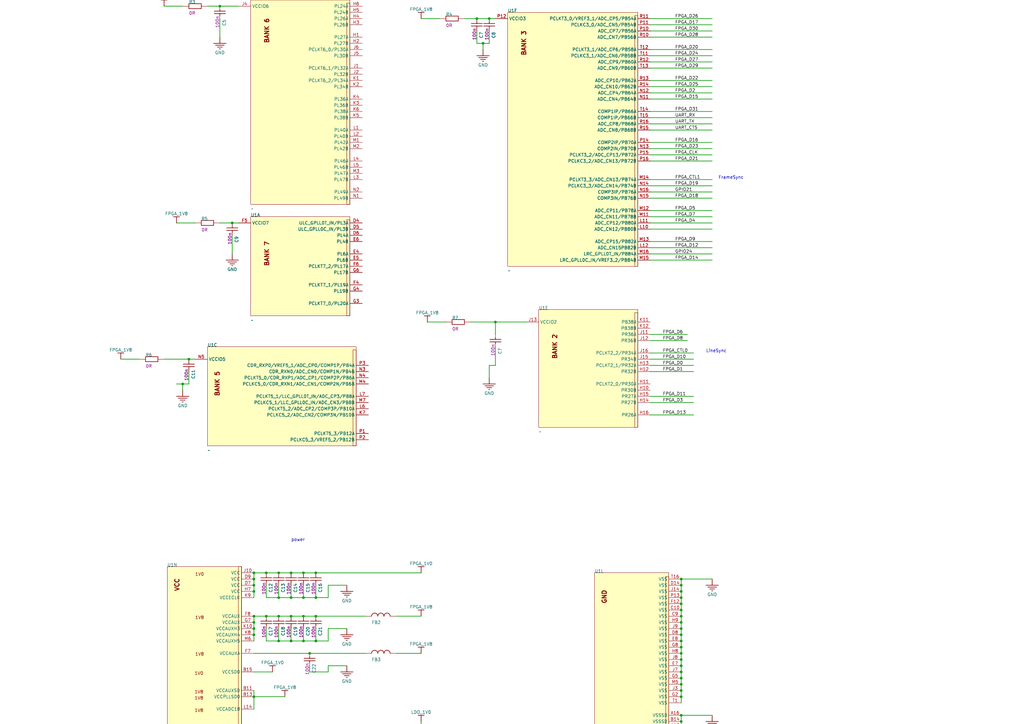
<source format=kicad_sch>
(kicad_sch (version 20211123) (generator eeschema)
  (paper "A3")
  (lib_symbols
    (symbol "0_LIFCL-40-9BG256C_1"
      (property "Value" "0_LIFCL-40-9BG256C_1" (at 0 0 0))
      (symbol "0_LIFCL-40-9BG256C_1_1_0"
        (text "BANK 7" (at -12.7 0 900) (effects (font (size 1.778 1.778) bold) (justify left bottom)))
        (pin passive line (at 25.4 17.78 180) (length 5.08) (name "ULC_GPLL0T_IN/PL3A") (number "D4"))
        (pin passive line (at 25.4 15.24 180) (length 5.08) (name "ULC_GPLL0C_IN/PL3B") (number "D5"))
        (pin passive line (at 25.4 12.7 180) (length 5.08) (name "PL4A") (number "D6"))
        (pin passive line (at 25.4 5.08 180) (length 5.08) (name "PL6A") (number "E4"))
        (pin passive line (at 25.4 2.54 180) (length 5.08) (name "PL6B") (number "E5"))
        (pin passive line (at 25.4 10.16 180) (length 5.08) (name "PL4B") (number "E6"))
        (pin passive line (at 25.4 -7.62 180) (length 5.08) (name "PCLKT7_1/PL19A") (number "F4"))
        (pin passive line (at -25.4 17.78 0) (length 5.08) (name "VCCIO7") (number "F5"))
        (pin passive line (at 25.4 0 180) (length 5.08) (name "PCLKT7_2/PL17A") (number "F6"))
        (pin passive line (at 25.4 -15.24 180) (length 5.08) (name "PCLKT7_0/PL20A") (number "G3"))
        (pin passive line (at 25.4 -10.16 180) (length 5.08) (name "PL19B") (number "G4"))
        (pin passive line (at 25.4 -2.54 180) (length 5.08) (name "PL17B") (number "G6"))
      )
      (symbol "0_LIFCL-40-9BG256C_1_2_0"
        (text "BANK 6" (at -12.7 22.86 900) (effects (font (size 1.778 1.778) bold) (justify left bottom)))
        (pin passive line (at 25.4 25.4 180) (length 5.08) (name "PL27A") (number "H1"))
        (pin passive line (at 25.4 22.86 180) (length 5.08) (name "PL27B") (number "H2"))
        (pin passive line (at 25.4 30.48 180) (length 5.08) (name "PL26B") (number "H3"))
        (pin passive line (at 25.4 33.02 180) (length 5.08) (name "PL26A") (number "H4"))
        (pin passive line (at 25.4 35.56 180) (length 5.08) (name "PL24B") (number "H5"))
        (pin passive line (at 25.4 38.1 180) (length 5.08) (name "PL24A") (number "H6"))
        (pin passive line (at 25.4 12.7 180) (length 5.08) (name "PCLKT6_1/PL32A") (number "J1"))
        (pin passive line (at 25.4 10.16 180) (length 5.08) (name "PL32B") (number "J2"))
        (pin passive line (at -25.4 38.1 0) (length 5.08) (name "VCCIO6") (number "J4"))
        (pin passive line (at 25.4 17.78 180) (length 5.08) (name "PL30B") (number "J5"))
        (pin passive line (at 25.4 20.32 180) (length 5.08) (name "PCLKT6_0/PL30A") (number "J6"))
        (pin passive line (at 25.4 7.62 180) (length 5.08) (name "PCLKT6_2/PL34A") (number "K1"))
        (pin passive line (at 25.4 5.08 180) (length 5.08) (name "PL34B") (number "K2"))
        (pin passive line (at 25.4 -2.54 180) (length 5.08) (name "PL36B") (number "K3"))
        (pin passive line (at 25.4 0 180) (length 5.08) (name "PL36A") (number "K4"))
        (pin passive line (at 25.4 -7.62 180) (length 5.08) (name "PL38B") (number "K5"))
        (pin passive line (at 25.4 -5.08 180) (length 5.08) (name "PL38A") (number "K6"))
        (pin passive line (at 25.4 -12.7 180) (length 5.08) (name "PL40A") (number "L1"))
        (pin passive line (at 25.4 -15.24 180) (length 5.08) (name "PL40B") (number "L2"))
        (pin passive line (at 25.4 -33.02 180) (length 5.08) (name "PL47B") (number "L3"))
        (pin passive line (at 25.4 -25.4 180) (length 5.08) (name "PL46A") (number "L4"))
        (pin passive line (at 25.4 -27.94 180) (length 5.08) (name "PL46B") (number "L5"))
        (pin passive line (at 25.4 -17.78 180) (length 5.08) (name "PL42A") (number "M1"))
        (pin passive line (at 25.4 -20.32 180) (length 5.08) (name "PL42B") (number "M2"))
        (pin passive line (at 25.4 -30.48 180) (length 5.08) (name "PL47A") (number "M3"))
        (pin passive line (at 25.4 -40.64 180) (length 5.08) (name "PL49B") (number "N1"))
        (pin passive line (at 25.4 -38.1 180) (length 5.08) (name "PL49A") (number "N2"))
      )
      (symbol "0_LIFCL-40-9BG256C_1_3_0"
        (text "BANK 5" (at -25.4 0 900) (effects (font (size 1.778 1.778) bold) (justify left bottom)))
        (pin passive line (at 35.56 -7.62 180) (length 5.08) (name "PCLKC5_2/ADC_CN2/COMP3N/PB10B") (number "K7"))
        (pin passive line (at 35.56 -5.08 180) (length 5.08) (name "PCLKT5_2/ADC_CP2/COMP3P/PB10A") (number "L6"))
        (pin passive line (at 35.56 0 180) (length 5.08) (name "PCLKT5_1/LLC_GPLL0T_IN/ADC_CP3/PB8A") (number "L7"))
        (pin passive line (at 35.56 5.08 180) (length 5.08) (name "PCLKC5_0/CDR_RXN1/ADC_CN1/COMP2N/PB6B") (number "M4"))
        (pin passive line (at 35.56 -2.54 180) (length 5.08) (name "PCLKC5_1/LLC_GPLL0C_IN/ADC_CN3/PB8B") (number "M7"))
        (pin passive line (at 35.56 10.16 180) (length 5.08) (name "CDR_RXN0/ADC_CN0/COMP1N/PB4B") (number "N3"))
        (pin passive line (at 35.56 7.62 180) (length 5.08) (name "PCLKT5_0/CDR_RXP1/ADC_CP1/COMP2P/PB6A") (number "N4"))
        (pin passive line (at -35.56 15.24 0) (length 5.08) (name "VCCIO5") (number "N5"))
        (pin passive line (at 35.56 -15.24 180) (length 5.08) (name "PCLKT5_3/PB12A") (number "P1"))
        (pin passive line (at 35.56 -17.78 180) (length 5.08) (name "PCLKC5_3/VREF5_2/PB12B") (number "P2"))
        (pin passive line (at 35.56 12.7 180) (length 5.08) (name "CDR_RXP0/VREF5_1/ADC_CP0/COMP1P/PB4A") (number "P3"))
      )
      (symbol "0_LIFCL-40-9BG256C_1_4_0"
        (text "BANK 1" (at -12.7 17.78 900) (effects (font (size 1.778 1.778) bold) (justify left bottom)))
        (pin passive line (at 25.4 -33.02 180) (length 5.08) (name "JTAG_EN") (number "D10"))
        (pin passive line (at 25.4 -25.4 180) (length 5.08) (name "PR4B") (number "E10"))
        (pin passive line (at 25.4 -17.78 180) (length 5.08) (name "TMS/SCSN/PR6B") (number "E11"))
        (pin passive line (at 25.4 -15.24 180) (length 5.08) (name "PR6A") (number "E12"))
        (pin passive line (at 25.4 -2.54 180) (length 5.08) (name "PR10A") (number "E13"))
        (pin passive line (at 25.4 -5.08 180) (length 5.08) (name "TDO/SSO/PR10B") (number "E14"))
        (pin passive line (at 25.4 -22.86 180) (length 5.08) (name "PR4A") (number "E9"))
        (pin passive line (at 25.4 -10.16 180) (length 5.08) (name "PR8A") (number "F10"))
        (pin passive line (at 25.4 -12.7 180) (length 5.08) (name "TDI/SSI/PR8B") (number "F11"))
        (pin passive line (at -25.4 35.56 0) (length 5.08) (name "VCCIO1") (number "F13"))
        (pin passive line (at 25.4 10.16 180) (length 5.08) (name "TCK/SCLK/PMU_EXT_CLK/PR13A") (number "F14"))
        (pin passive line (at 25.4 7.62 180) (length 5.08) (name "PMU_WAKEUP/PR13B") (number "F15"))
        (pin passive line (at 25.4 27.94 180) (length 5.08) (name "PCLKT1_1/PR19A") (number "F16"))
        (pin passive line (at 25.4 -30.48 180) (length 5.08) (name "PR3B") (number "F9"))
        (pin passive line (at 25.4 0 180) (length 5.08) (name "SCL/USER_SCL/PR11B") (number "G10"))
        (pin passive line (at 25.4 15.24 180) (length 5.08) (name "PR15A") (number "G11"))
        (pin passive line (at 25.4 12.7 180) (length 5.08) (name "PR15B") (number "G12"))
        (pin passive line (at 25.4 22.86 180) (length 5.08) (name "PCLKT1_2/PR17A") (number "G13"))
        (pin passive line (at 25.4 20.32 180) (length 5.08) (name "PR17B") (number "G14"))
        (pin passive line (at 25.4 33.02 180) (length 5.08) (name "PCLKT1_0/PR20A") (number "G15"))
        (pin passive line (at 25.4 25.4 180) (length 5.08) (name "PR19B") (number "G16"))
        (pin passive line (at 25.4 2.54 180) (length 5.08) (name "SDA/USER_SDA/PR11A") (number "G9"))
      )
      (symbol "0_LIFCL-40-9BG256C_1_5_0"
        (text "BANK 2" (at -12.7 2.54 900) (effects (font (size 1.778 1.778) bold) (justify left bottom)))
        (pin passive line (at 25.4 -10.16 180) (length 5.08) (name "PR30B") (number "H10"))
        (pin passive line (at 25.4 -7.62 180) (length 5.08) (name "PCLKT2_0/PR30A") (number "H11"))
        (pin passive line (at 25.4 -2.54 180) (length 5.08) (name "PR32B") (number "H12"))
        (pin passive line (at 25.4 0 180) (length 5.08) (name "PCLKT2_1/PR32A") (number "H13"))
        (pin passive line (at 25.4 -15.24 180) (length 5.08) (name "PR27B") (number "H14"))
        (pin passive line (at 25.4 -12.7 180) (length 5.08) (name "PR27A") (number "H15"))
        (pin passive line (at 25.4 -20.32 180) (length 5.08) (name "PR26A") (number "H16"))
        (pin passive line (at 25.4 12.7 180) (length 5.08) (name "PR36A") (number "J11"))
        (pin passive line (at 25.4 10.16 180) (length 5.08) (name "PR36B") (number "J12"))
        (pin passive line (at -25.4 17.78 0) (length 5.08) (name "VCCIO2") (number "J13"))
        (pin passive line (at 25.4 2.54 180) (length 5.08) (name "PR34B") (number "J15"))
        (pin passive line (at 25.4 5.08 180) (length 5.08) (name "PCLKT2_2/PR34A") (number "J16"))
        (pin passive line (at 25.4 17.78 180) (length 5.08) (name "PB38A") (number "K11"))
        (pin passive line (at 25.4 15.24 180) (length 5.08) (name "PB38B") (number "K12"))
      )
      (symbol "0_LIFCL-40-9BG256C_1_6_0"
        (text "BANK 3" (at -17.78 35.56 900) (effects (font (size 1.778 1.778) bold) (justify left bottom)))
        (pin passive line (at 33.02 -35.56 180) (length 5.08) (name "ADC_CN12/PB80B") (number "L10"))
        (pin passive line (at 33.02 -33.02 180) (length 5.08) (name "ADC_CP12/PB80A") (number "L11"))
        (pin passive line (at 33.02 -43.18 180) (length 5.08) (name "ADC_CN15PB82B") (number "L12"))
        (pin passive line (at 33.02 -30.48 180) (length 5.08) (name "ADC_CN11/PB78B") (number "M11"))
        (pin passive line (at 33.02 -27.94 180) (length 5.08) (name "ADC_CP11/PB78A") (number "M12"))
        (pin passive line (at 33.02 -40.64 180) (length 5.08) (name "ADC_CP15/PB82A") (number "M13"))
        (pin passive line (at 33.02 -15.24 180) (length 5.08) (name "PCLKT3_3/ADC_CN13/PB74A") (number "M14"))
        (pin passive line (at 33.02 -48.26 180) (length 5.08) (name "LRC_GPLL0C_IN/VREF3_2/PB84B") (number "M15"))
        (pin passive line (at 33.02 -45.72 180) (length 5.08) (name "LRC_GPLL0T_IN/PB84A") (number "M16"))
        (pin passive line (at 33.02 17.78 180) (length 5.08) (name "ADC_CN4/PB64B") (number "N11"))
        (pin passive line (at 33.02 20.32 180) (length 5.08) (name "ADC_CP4/PB64A") (number "N12"))
        (pin passive line (at 33.02 -2.54 180) (length 5.08) (name "COMP2IN/PB70B") (number "N13"))
        (pin passive line (at 33.02 -17.78 180) (length 5.08) (name "PCLKC3_3/ADC_CN14/PB74B") (number "N14"))
        (pin passive line (at 33.02 -22.86 180) (length 5.08) (name "COMP3IN/PB76B") (number "N15"))
        (pin passive line (at 33.02 -20.32 180) (length 5.08) (name "COMP3IP/PB76A") (number "N16"))
        (pin passive line (at 33.02 45.72 180) (length 5.08) (name "ADC_CP7/PB56A") (number "P10"))
        (pin passive line (at 33.02 48.26 180) (length 5.08) (name "PCLKC3_0/ADC_CN5/PB54B") (number "P11"))
        (pin passive line (at -30.48 50.8 0) (length 5.08) (name "VCCIO3") (number "P12"))
        (pin passive line (at 33.02 0 180) (length 5.08) (name "COMP2IP/PB70A") (number "P14"))
        (pin passive line (at 33.02 -5.08 180) (length 5.08) (name "PCLKT3_2/ADC_CP13/PB72A") (number "P15"))
        (pin passive line (at 33.02 -7.62 180) (length 5.08) (name "PCLKC3_2/ADC_CN13/PB72B") (number "P16"))
        (pin passive line (at 33.02 43.18 180) (length 5.08) (name "ADC_CN7/PB56B") (number "R10"))
        (pin passive line (at 33.02 50.8 180) (length 5.08) (name "PCLKT3_0/VREF3_1/ADC_CP5/PB54A") (number "R11"))
        (pin passive line (at 33.02 33.02 180) (length 5.08) (name "ADC_CP9/PB60A") (number "R12"))
        (pin passive line (at 33.02 25.4 180) (length 5.08) (name "ADC_CP10/PB62A") (number "R13"))
        (pin passive line (at 33.02 22.86 180) (length 5.08) (name "ADC_CN10/PB62B") (number "R14"))
        (pin passive line (at 33.02 5.08 180) (length 5.08) (name "ADC_CN8/PB68B") (number "R15"))
        (pin passive line (at 33.02 7.62 180) (length 5.08) (name "ADC_CP8/PB68A") (number "R16"))
        (pin passive line (at 33.02 35.56 180) (length 5.08) (name "PCLKC3_1/ADC_CN6/PB58B") (number "T11"))
        (pin passive line (at 33.02 38.1 180) (length 5.08) (name "PCLKT3_1/ADC_CP6/PB58A") (number "T12"))
        (pin passive line (at 33.02 30.48 180) (length 5.08) (name "ADC_CN9/PB60B") (number "T13"))
        (pin passive line (at 33.02 12.7 180) (length 5.08) (name "COMP1IP/PB66A") (number "T14"))
        (pin passive line (at 33.02 10.16 180) (length 5.08) (name "COMP1IP/PB66B") (number "T15"))
      )
      (symbol "0_LIFCL-40-9BG256C_1_7_0"
        (text "BANK 4" (at -12.7 33.02 900) (effects (font (size 1.778 1.778) bold) (justify left bottom)))
        (pin passive line (at 25.4 -7.62 180) (length 5.08) (name "PB34A") (number "L8"))
        (pin passive line (at 25.4 -10.16 180) (length 5.08) (name "PB34B") (number "L9"))
        (pin passive line (at 25.4 -45.72 180) (length 5.08) (name "PB46A") (number "M10"))
        (pin passive line (at 25.4 -22.86 180) (length 5.08) (name "PB38B") (number "M8"))
        (pin passive line (at 25.4 -20.32 180) (length 5.08) (name "PB38A") (number "M9"))
        (pin passive line (at 25.4 -48.26 180) (length 5.08) (name "VREF4_2/PB46B") (number "N10"))
        (pin passive line (at -25.4 48.26 0) (length 5.08) (name "VCCIO4") (number "N6"))
        (pin passive line (at 25.4 -15.24 180) (length 5.08) (name "PB36A") (number "N8"))
        (pin passive line (at 25.4 -17.78 180) (length 5.08) (name "PB36B") (number "N9"))
        (pin passive line (at 25.4 20.32 180) (length 5.08) (name "PCLKC4_2/PB24B") (number "P4"))
        (pin passive line (at 25.4 27.94 180) (length 5.08) (name "PB22B") (number "P5"))
        (pin passive line (at 25.4 -2.54 180) (length 5.08) (name "PB32A") (number "P6"))
        (pin passive line (at 25.4 -5.08 180) (length 5.08) (name "PB32B") (number "P7"))
        (pin passive line (at 25.4 -35.56 180) (length 5.08) (name "PB42B") (number "P8"))
        (pin passive line (at 25.4 -43.18 180) (length 5.08) (name "PCLKC4_0/PB44B") (number "P9"))
        (pin passive line (at 25.4 48.26 180) (length 5.08) (name "PB16A") (number "R1"))
        (pin passive line (at 25.4 45.72 180) (length 5.08) (name "PB16B") (number "R2"))
        (pin passive line (at 25.4 43.18 180) (length 5.08) (name "PCLKT4_3/PB18A") (number "R3"))
        (pin passive line (at 25.4 22.86 180) (length 5.08) (name "PCLKT4_2/PB24A") (number "R4"))
        (pin passive line (at 25.4 30.48 180) (length 5.08) (name "PB22A") (number "R5"))
        (pin passive line (at 25.4 15.24 180) (length 5.08) (name "PB26B") (number "R6"))
        (pin passive line (at 25.4 7.62 180) (length 5.08) (name "PB28B") (number "R7"))
        (pin passive line (at 25.4 -33.02 180) (length 5.08) (name "PB42A") (number "R8"))
        (pin passive line (at 25.4 -40.64 180) (length 5.08) (name "PCLKT4_0/PB44A") (number "R9"))
        (pin passive line (at 25.4 -30.48 180) (length 5.08) (name "PCLKC4_1/PB40B") (number "T10"))
        (pin passive line (at 25.4 40.64 180) (length 5.08) (name "PCLKC4_3/PB18B") (number "T2"))
        (pin passive line (at 25.4 35.56 180) (length 5.08) (name "PB20A") (number "T3"))
        (pin passive line (at 25.4 33.02 180) (length 5.08) (name "PB20B") (number "T4"))
        (pin passive line (at 25.4 17.78 180) (length 5.08) (name "PB26A") (number "T5"))
        (pin passive line (at 25.4 10.16 180) (length 5.08) (name "PB28A") (number "T6"))
        (pin passive line (at 25.4 5.08 180) (length 5.08) (name "PB30A") (number "T7"))
        (pin passive line (at 25.4 2.54 180) (length 5.08) (name "PB30B") (number "T8"))
        (pin passive line (at 25.4 -27.94 180) (length 5.08) (name "PLCKT4_1/PB40A") (number "T9"))
      )
      (symbol "0_LIFCL-40-9BG256C_1_8_0"
        (text "BANK 0" (at -12.7 2.54 900) (effects (font (size 1.778 1.778) bold) (justify left bottom)))
        (pin passive line (at 25.4 -10.16 180) (length 5.08) (name "DONE/PT76B") (number "B16"))
        (pin passive line (at 25.4 -15.24 180) (length 5.08) (name "PROGRAMN/PT74B") (number "C12"))
        (pin passive line (at 25.4 10.16 180) (length 5.08) (name "MCSNO/MSDO/PT82B") (number "C13"))
        (pin passive line (at 25.4 -2.54 180) (length 5.08) (name "MOSI/MD0/PT78B") (number "C14"))
        (pin passive line (at 25.4 0 180) (length 5.08) (name "MCSN/PCLKT0_1/PT78A") (number "C15"))
        (pin passive line (at 25.4 -7.62 180) (length 5.08) (name "MCLK/PCLKT0_0/PT76A") (number "C16"))
        (pin passive line (at 25.4 -12.7 180) (length 5.08) (name "INITN/PT74A") (number "D11"))
        (pin passive line (at 25.4 12.7 180) (length 5.08) (name "MD3/PT82A") (number "D12"))
        (pin passive line (at -25.4 17.78 0) (length 5.08) (name "VCCIO0") (number "D13"))
        (pin passive line (at 25.4 2.54 180) (length 5.08) (name "MD2/PT80B") (number "D15"))
        (pin passive line (at 25.4 5.08 180) (length 5.08) (name "MISO/MD1/PT80A") (number "D16"))
        (pin passive line (at 25.4 17.78 180) (length 5.08) (name "PT84A") (number "E15"))
        (pin passive line (at 25.4 15.24 180) (length 5.08) (name "PT84B") (number "E16"))
      )
      (symbol "0_LIFCL-40-9BG256C_1_9_0"
        (text "SD" (at -7.62 10.16 900) (effects (font (size 1.778 1.778) bold) (justify left bottom)))
        (pin passive line (at 20.32 -5.08 180) (length 5.08) (name "SD0_TXDN") (number "A11"))
        (pin passive line (at 20.32 -2.54 180) (length 5.08) (name "SD0_TXDP") (number "A12"))
        (pin passive line (at 20.32 2.54 180) (length 5.08) (name "SD0_RXDN") (number "A14"))
        (pin passive line (at 20.32 5.08 180) (length 5.08) (name "SD0_RXDP") (number "A15"))
        (pin passive line (at 20.32 -10.16 180) (length 5.08) (name "SD_REFCLKP") (number "A9"))
        (pin passive line (at 20.32 10.16 180) (length 5.08) (name "SD0_REFRET") (number "B12"))
        (pin passive line (at 20.32 -12.7 180) (length 5.08) (name "SD_REFCLKN") (number "B9"))
        (pin passive line (at 20.32 12.7 180) (length 5.08) (name "SD0_REXT") (number "C11"))
      )
      (symbol "0_LIFCL-40-9BG256C_1_10_0"
        (text "DPHY1" (at -15.24 -2.54 900) (effects (font (size 1.778 1.778) bold) (justify left bottom)))
        (pin passive line (at 25.4 -7.62 180) (length 5.08) (name "DPHY1_DP2") (number "A3"))
        (pin passive line (at 25.4 7.62 180) (length 5.08) (name "DPHY1_DP0") (number "A4"))
        (pin passive line (at 25.4 17.78 180) (length 5.08) (name "DPHY1_CKP") (number "A5"))
        (pin passive line (at 25.4 0 180) (length 5.08) (name "DPHY1_DP1") (number "A6"))
        (pin passive line (at 25.4 -15.24 180) (length 5.08) (name "DPHY1_DP3") (number "A7"))
        (pin passive line (at 25.4 -10.16 180) (length 5.08) (name "DPHY1_DN2") (number "B3"))
        (pin passive line (at 25.4 5.08 180) (length 5.08) (name "DPHY1_DN0") (number "B4"))
        (pin passive line (at 25.4 15.24 180) (length 5.08) (name "DPHY1_CKN") (number "B5"))
        (pin passive line (at 25.4 -2.54 180) (length 5.08) (name "DPHY1_DN1") (number "B6"))
        (pin passive line (at 25.4 -17.78 180) (length 5.08) (name "DPHY1_DN3") (number "B7"))
      )
      (symbol "0_LIFCL-40-9BG256C_1_11_0"
        (text "DPHY0" (at -15.24 2.54 900) (effects (font (size 1.778 1.778) bold) (justify left bottom)))
        (pin passive line (at 25.4 -10.16 180) (length 5.08) (name "DPHY0_DP3") (number "B1"))
        (pin passive line (at 25.4 -12.7 180) (length 5.08) (name "DPHY0_DN3") (number "B2"))
        (pin passive line (at 25.4 5.08 180) (length 5.08) (name "DPHY0_DP1") (number "C1"))
        (pin passive line (at 25.4 2.54 180) (length 5.08) (name "DPHY0_DN1") (number "C2"))
        (pin passive line (at 25.4 22.86 180) (length 5.08) (name "DPHY0_CKP") (number "D1"))
        (pin passive line (at 25.4 20.32 180) (length 5.08) (name "DPHY0_CKN") (number "D2"))
        (pin passive line (at 25.4 12.7 180) (length 5.08) (name "DPHY0_DP0") (number "E1"))
        (pin passive line (at 25.4 10.16 180) (length 5.08) (name "DPHY0_DN0") (number "E2"))
        (pin passive line (at 25.4 -2.54 180) (length 5.08) (name "DPHY0_DP2") (number "F1"))
        (pin passive line (at 25.4 -5.08 180) (length 5.08) (name "DPHY0_DN2") (number "F2"))
      )
      (symbol "0_LIFCL-40-9BG256C_1_12_0"
        (text "GND" (at -10.16 38.1 900) (effects (font (size 1.778 1.778) bold) (justify left bottom)))
        (pin passive line (at 20.32 -38.1 180) (length 5.08) (name "VSSADPHY") (number "A1"))
        (pin passive line (at 20.32 -15.24 180) (length 5.08) (name "VSSSD") (number "A10"))
        (pin passive line (at 20.32 -12.7 180) (length 5.08) (name "VSSSD") (number "A13"))
        (pin passive line (at 20.32 -7.62 180) (length 5.08) (name "VSSSD") (number "A16"))
        (pin passive line (at 20.32 -22.86 180) (length 5.08) (name "VSSADPHY") (number "A8"))
        (pin passive line (at 20.32 -17.78 180) (length 5.08) (name "VSSSD") (number "B10"))
        (pin passive line (at 20.32 -10.16 180) (length 5.08) (name "VSSSD") (number "B14"))
        (pin passive line (at 20.32 -25.4 180) (length 5.08) (name "VSSADPHY") (number "B8"))
        (pin passive line (at 20.32 35.56 180) (length 5.08) (name "VSS") (number "C10"))
        (pin passive line (at 20.32 -30.48 180) (length 5.08) (name "VSSADPHY") (number "C3"))
        (pin passive line (at 20.32 -27.94 180) (length 5.08) (name "VSSADPHY") (number "C6"))
        (pin passive line (at 20.32 33.02 180) (length 5.08) (name "VSS") (number "C9"))
        (pin passive line (at 20.32 45.72 180) (length 5.08) (name "VSS") (number "D14"))
        (pin passive line (at 20.32 -33.02 180) (length 5.08) (name "VSSADPHY") (number "D3"))
        (pin passive line (at 20.32 25.4 180) (length 5.08) (name "VSS") (number "D8"))
        (pin passive line (at 20.32 12.7 180) (length 5.08) (name "VSS") (number "E7"))
        (pin passive line (at 20.32 22.86 180) (length 5.08) (name "VSS") (number "E8"))
        (pin passive line (at 20.32 38.1 180) (length 5.08) (name "VSS") (number "F12"))
        (pin passive line (at 20.32 -35.56 180) (length 5.08) (name "VSSADPHY") (number "F3"))
        (pin passive line (at 20.32 -40.64 180) (length 5.08) (name "VSSADPHY") (number "G1"))
        (pin passive line (at 20.32 0 180) (length 5.08) (name "VSS") (number "G2"))
        (pin passive line (at 20.32 7.62 180) (length 5.08) (name "VSS") (number "G5"))
        (pin passive line (at 20.32 20.32 180) (length 5.08) (name "VSS") (number "G8"))
        (pin passive line (at 20.32 17.78 180) (length 5.08) (name "VSS") (number "H8"))
        (pin passive line (at 20.32 30.48 180) (length 5.08) (name "VSS") (number "H9"))
        (pin passive line (at 20.32 43.18 180) (length 5.08) (name "VSS") (number "J14"))
        (pin passive line (at 20.32 2.54 180) (length 5.08) (name "VSS") (number "J3"))
        (pin passive line (at 20.32 10.16 180) (length 5.08) (name "VSS") (number "J7"))
        (pin passive line (at 20.32 15.24 180) (length 5.08) (name "VSS") (number "J8"))
        (pin passive line (at 20.32 27.94 180) (length 5.08) (name "VSS") (number "J9"))
        (pin passive line (at 20.32 -45.72 180) (length 5.08) (name "VSSADC") (number "L13"))
        (pin passive line (at 20.32 5.08 180) (length 5.08) (name "VSS") (number "M5"))
        (pin passive line (at 20.32 40.64 180) (length 5.08) (name "VSS") (number "P13"))
        (pin passive line (at 20.32 -2.54 180) (length 5.08) (name "VSS") (number "T1"))
        (pin passive line (at 20.32 48.26 180) (length 5.08) (name "VSS") (number "T16"))
      )
      (symbol "0_LIFCL-40-9BG256C_1_13_0"
        (text "ADC" (at -7.62 7.62 900) (effects (font (size 1.778 1.778) bold) (justify left bottom)))
        (pin passive line (at 17.78 7.62 180) (length 5.08) (name "ADC_DN0") (number "K13"))
        (pin passive line (at 17.78 2.54 180) (length 5.08) (name "ADC_DP0") (number "K14"))
        (pin passive line (at 17.78 -7.62 180) (length 5.08) (name "ADC_DP1") (number "K15"))
        (pin passive line (at 17.78 -10.16 180) (length 5.08) (name "ADC_DN1") (number "K16"))
        (pin passive line (at 17.78 5.08 180) (length 5.08) (name "ADC_REFP0") (number "L15"))
        (pin passive line (at 17.78 -5.08 180) (length 5.08) (name "ADC_REFP1") (number "L16"))
      )
      (symbol "0_LIFCL-40-9BG256C_1_14_0"
        (text "1V0" (at -9.144 -42.164 0) (effects (font (size 1.27 1.27)) (justify left bottom)))
        (text "1V0" (at -9.144 -39.37 0) (effects (font (size 1.27 1.27)) (justify left bottom)))
        (text "1V0" (at -9.144 -24.384 0) (effects (font (size 1.27 1.27)) (justify left bottom)))
        (text "1V0" (at -9.144 -21.59 0) (effects (font (size 1.27 1.27)) (justify left bottom)))
        (text "1V0" (at -4.064 3.81 0) (effects (font (size 1.27 1.27)) (justify left bottom)))
        (text "1V0" (at -3.81 44.45 0) (effects (font (size 1.27 1.27)) (justify left bottom)))
        (text "1V8" (at -9.144 -49.784 0) (effects (font (size 1.27 1.27)) (justify left bottom)))
        (text "1V8" (at -9.144 -32.004 0) (effects (font (size 1.27 1.27)) (justify left bottom)))
        (text "1V8" (at -4.064 -11.43 0) (effects (font (size 1.27 1.27)) (justify left bottom)))
        (text "1V8" (at -4.064 -6.35 0) (effects (font (size 1.27 1.27)) (justify left bottom)))
        (text "1V8" (at -4.064 -3.81 0) (effects (font (size 1.27 1.27)) (justify left bottom)))
        (text "1V8" (at -3.81 11.684 0) (effects (font (size 1.27 1.27)) (justify left bottom)))
        (text "1V8" (at -3.81 26.67 0) (effects (font (size 1.27 1.27)) (justify left bottom)))
        (text "VCC" (at -10.16 38.1 900) (effects (font (size 1.778 1.778) bold) (justify left bottom)))
        (pin passive line (at 20.32 -20.32 180) (length 5.08) (name "VCCPLLDPHY0") (number "A2"))
        (pin passive line (at 20.32 -2.54 180) (length 5.08) (name "VCCAUXSD") (number "B11"))
        (pin passive line (at 20.32 -5.08 180) (length 5.08) (name "VCCPLLSD0") (number "B13"))
        (pin passive line (at 20.32 5.08 180) (length 5.08) (name "VCCSD0") (number "B15"))
        (pin passive line (at 20.32 -22.86 180) (length 5.08) (name "VCCDPHY0") (number "C4"))
        (pin passive line (at 20.32 -38.1 180) (length 5.08) (name "VCCPLLDPHY1") (number "C5"))
        (pin passive line (at 20.32 -40.64 180) (length 5.08) (name "VCCDPHY1") (number "C7"))
        (pin passive line (at 20.32 -48.26 180) (length 5.08) (name "VCCADPHY1") (number "C8"))
        (pin passive line (at 20.32 40.64 180) (length 5.08) (name "VCC") (number "D7"))
        (pin passive line (at 20.32 43.18 180) (length 5.08) (name "VCC") (number "D9"))
        (pin passive line (at 20.32 -30.48 180) (length 5.08) (name "VCCADPHY0") (number "E3"))
        (pin passive line (at 20.32 12.7 180) (length 5.08) (name "VCCAUXA") (number "F7"))
        (pin passive line (at 20.32 27.94 180) (length 5.08) (name "VCCAUX") (number "F8"))
        (pin passive line (at 20.32 25.4 180) (length 5.08) (name "VCCAUX") (number "G7"))
        (pin passive line (at 20.32 38.1 180) (length 5.08) (name "VCC") (number "H7"))
        (pin passive line (at 20.32 45.72 180) (length 5.08) (name "VCC") (number "J10"))
        (pin passive line (at 20.32 22.86 180) (length 5.08) (name "VCCAUXH3") (number "K10"))
        (pin passive line (at 20.32 20.32 180) (length 5.08) (name "VCCAUXH4") (number "K8"))
        (pin passive line (at 20.32 35.56 180) (length 5.08) (name "VCCECLK") (number "K9"))
        (pin passive line (at 20.32 -10.16 180) (length 5.08) (name "VCCADC18") (number "L14"))
        (pin passive line (at 20.32 17.78 180) (length 5.08) (name "VCCAUXH5") (number "M6"))
      )
    )
    (symbol "0_LIFCL-40-9BG256C_2"
      (property "Value" "0_LIFCL-40-9BG256C_2" (at 0 0 0))
      (symbol "0_LIFCL-40-9BG256C_2_1_0"
        (text "BANK 7" (at -12.7 0 900) (effects (font (size 1.778 1.778) bold) (justify left bottom)))
        (pin passive line (at 25.4 17.78 180) (length 5.08) (name "ULC_GPLL0T_IN/PL3A") (number "D4"))
        (pin passive line (at 25.4 15.24 180) (length 5.08) (name "ULC_GPLL0C_IN/PL3B") (number "D5"))
        (pin passive line (at 25.4 12.7 180) (length 5.08) (name "PL4A") (number "D6"))
        (pin passive line (at 25.4 5.08 180) (length 5.08) (name "PL6A") (number "E4"))
        (pin passive line (at 25.4 2.54 180) (length 5.08) (name "PL6B") (number "E5"))
        (pin passive line (at 25.4 10.16 180) (length 5.08) (name "PL4B") (number "E6"))
        (pin passive line (at 25.4 -7.62 180) (length 5.08) (name "PCLKT7_1/PL19A") (number "F4"))
        (pin passive line (at -25.4 17.78 0) (length 5.08) (name "VCCIO7") (number "F5"))
        (pin passive line (at 25.4 0 180) (length 5.08) (name "PCLKT7_2/PL17A") (number "F6"))
        (pin passive line (at 25.4 -15.24 180) (length 5.08) (name "PCLKT7_0/PL20A") (number "G3"))
        (pin passive line (at 25.4 -10.16 180) (length 5.08) (name "PL19B") (number "G4"))
        (pin passive line (at 25.4 -2.54 180) (length 5.08) (name "PL17B") (number "G6"))
      )
      (symbol "0_LIFCL-40-9BG256C_2_2_0"
        (text "BANK 6" (at -12.7 22.86 900) (effects (font (size 1.778 1.778) bold) (justify left bottom)))
        (pin passive line (at 25.4 25.4 180) (length 5.08) (name "PL27A") (number "H1"))
        (pin passive line (at 25.4 22.86 180) (length 5.08) (name "PL27B") (number "H2"))
        (pin passive line (at 25.4 30.48 180) (length 5.08) (name "PL26B") (number "H3"))
        (pin passive line (at 25.4 33.02 180) (length 5.08) (name "PL26A") (number "H4"))
        (pin passive line (at 25.4 35.56 180) (length 5.08) (name "PL24B") (number "H5"))
        (pin passive line (at 25.4 38.1 180) (length 5.08) (name "PL24A") (number "H6"))
        (pin passive line (at 25.4 12.7 180) (length 5.08) (name "PCLKT6_1/PL32A") (number "J1"))
        (pin passive line (at 25.4 10.16 180) (length 5.08) (name "PL32B") (number "J2"))
        (pin passive line (at -25.4 38.1 0) (length 5.08) (name "VCCIO6") (number "J4"))
        (pin passive line (at 25.4 17.78 180) (length 5.08) (name "PL30B") (number "J5"))
        (pin passive line (at 25.4 20.32 180) (length 5.08) (name "PCLKT6_0/PL30A") (number "J6"))
        (pin passive line (at 25.4 7.62 180) (length 5.08) (name "PCLKT6_2/PL34A") (number "K1"))
        (pin passive line (at 25.4 5.08 180) (length 5.08) (name "PL34B") (number "K2"))
        (pin passive line (at 25.4 -2.54 180) (length 5.08) (name "PL36B") (number "K3"))
        (pin passive line (at 25.4 0 180) (length 5.08) (name "PL36A") (number "K4"))
        (pin passive line (at 25.4 -7.62 180) (length 5.08) (name "PL38B") (number "K5"))
        (pin passive line (at 25.4 -5.08 180) (length 5.08) (name "PL38A") (number "K6"))
        (pin passive line (at 25.4 -12.7 180) (length 5.08) (name "PL40A") (number "L1"))
        (pin passive line (at 25.4 -15.24 180) (length 5.08) (name "PL40B") (number "L2"))
        (pin passive line (at 25.4 -33.02 180) (length 5.08) (name "PL47B") (number "L3"))
        (pin passive line (at 25.4 -25.4 180) (length 5.08) (name "PL46A") (number "L4"))
        (pin passive line (at 25.4 -27.94 180) (length 5.08) (name "PL46B") (number "L5"))
        (pin passive line (at 25.4 -17.78 180) (length 5.08) (name "PL42A") (number "M1"))
        (pin passive line (at 25.4 -20.32 180) (length 5.08) (name "PL42B") (number "M2"))
        (pin passive line (at 25.4 -30.48 180) (length 5.08) (name "PL47A") (number "M3"))
        (pin passive line (at 25.4 -40.64 180) (length 5.08) (name "PL49B") (number "N1"))
        (pin passive line (at 25.4 -38.1 180) (length 5.08) (name "PL49A") (number "N2"))
      )
      (symbol "0_LIFCL-40-9BG256C_2_3_0"
        (text "BANK 5" (at -25.4 0 900) (effects (font (size 1.778 1.778) bold) (justify left bottom)))
        (pin passive line (at 35.56 -7.62 180) (length 5.08) (name "PCLKC5_2/ADC_CN2/COMP3N/PB10B") (number "K7"))
        (pin passive line (at 35.56 -5.08 180) (length 5.08) (name "PCLKT5_2/ADC_CP2/COMP3P/PB10A") (number "L6"))
        (pin passive line (at 35.56 0 180) (length 5.08) (name "PCLKT5_1/LLC_GPLL0T_IN/ADC_CP3/PB8A") (number "L7"))
        (pin passive line (at 35.56 5.08 180) (length 5.08) (name "PCLKC5_0/CDR_RXN1/ADC_CN1/COMP2N/PB6B") (number "M4"))
        (pin passive line (at 35.56 -2.54 180) (length 5.08) (name "PCLKC5_1/LLC_GPLL0C_IN/ADC_CN3/PB8B") (number "M7"))
        (pin passive line (at 35.56 10.16 180) (length 5.08) (name "CDR_RXN0/ADC_CN0/COMP1N/PB4B") (number "N3"))
        (pin passive line (at 35.56 7.62 180) (length 5.08) (name "PCLKT5_0/CDR_RXP1/ADC_CP1/COMP2P/PB6A") (number "N4"))
        (pin passive line (at -35.56 15.24 0) (length 5.08) (name "VCCIO5") (number "N5"))
        (pin passive line (at 35.56 -15.24 180) (length 5.08) (name "PCLKT5_3/PB12A") (number "P1"))
        (pin passive line (at 35.56 -17.78 180) (length 5.08) (name "PCLKC5_3/VREF5_2/PB12B") (number "P2"))
        (pin passive line (at 35.56 12.7 180) (length 5.08) (name "CDR_RXP0/VREF5_1/ADC_CP0/COMP1P/PB4A") (number "P3"))
      )
      (symbol "0_LIFCL-40-9BG256C_2_4_0"
        (text "BANK 1" (at -12.7 17.78 900) (effects (font (size 1.778 1.778) bold) (justify left bottom)))
        (pin passive line (at 25.4 -33.02 180) (length 5.08) (name "JTAG_EN") (number "D10"))
        (pin passive line (at 25.4 -25.4 180) (length 5.08) (name "PR4B") (number "E10"))
        (pin passive line (at 25.4 -17.78 180) (length 5.08) (name "TMS/SCSN/PR6B") (number "E11"))
        (pin passive line (at 25.4 -15.24 180) (length 5.08) (name "PR6A") (number "E12"))
        (pin passive line (at 25.4 -2.54 180) (length 5.08) (name "PR10A") (number "E13"))
        (pin passive line (at 25.4 -5.08 180) (length 5.08) (name "TDO/SSO/PR10B") (number "E14"))
        (pin passive line (at 25.4 -22.86 180) (length 5.08) (name "PR4A") (number "E9"))
        (pin passive line (at 25.4 -10.16 180) (length 5.08) (name "PR8A") (number "F10"))
        (pin passive line (at 25.4 -12.7 180) (length 5.08) (name "TDI/SSI/PR8B") (number "F11"))
        (pin passive line (at -25.4 35.56 0) (length 5.08) (name "VCCIO1") (number "F13"))
        (pin passive line (at 25.4 10.16 180) (length 5.08) (name "TCK/SCLK/PMU_EXT_CLK/PR13A") (number "F14"))
        (pin passive line (at 25.4 7.62 180) (length 5.08) (name "PMU_WAKEUP/PR13B") (number "F15"))
        (pin passive line (at 25.4 27.94 180) (length 5.08) (name "PCLKT1_1/PR19A") (number "F16"))
        (pin passive line (at 25.4 -30.48 180) (length 5.08) (name "PR3B") (number "F9"))
        (pin passive line (at 25.4 0 180) (length 5.08) (name "SCL/USER_SCL/PR11B") (number "G10"))
        (pin passive line (at 25.4 15.24 180) (length 5.08) (name "PR15A") (number "G11"))
        (pin passive line (at 25.4 12.7 180) (length 5.08) (name "PR15B") (number "G12"))
        (pin passive line (at 25.4 22.86 180) (length 5.08) (name "PCLKT1_2/PR17A") (number "G13"))
        (pin passive line (at 25.4 20.32 180) (length 5.08) (name "PR17B") (number "G14"))
        (pin passive line (at 25.4 33.02 180) (length 5.08) (name "PCLKT1_0/PR20A") (number "G15"))
        (pin passive line (at 25.4 25.4 180) (length 5.08) (name "PR19B") (number "G16"))
        (pin passive line (at 25.4 2.54 180) (length 5.08) (name "SDA/USER_SDA/PR11A") (number "G9"))
      )
      (symbol "0_LIFCL-40-9BG256C_2_5_0"
        (text "BANK 2" (at -12.7 2.54 900) (effects (font (size 1.778 1.778) bold) (justify left bottom)))
        (pin passive line (at 25.4 -10.16 180) (length 5.08) (name "PR30B") (number "H10"))
        (pin passive line (at 25.4 -7.62 180) (length 5.08) (name "PCLKT2_0/PR30A") (number "H11"))
        (pin passive line (at 25.4 -2.54 180) (length 5.08) (name "PR32B") (number "H12"))
        (pin passive line (at 25.4 0 180) (length 5.08) (name "PCLKT2_1/PR32A") (number "H13"))
        (pin passive line (at 25.4 -15.24 180) (length 5.08) (name "PR27B") (number "H14"))
        (pin passive line (at 25.4 -12.7 180) (length 5.08) (name "PR27A") (number "H15"))
        (pin passive line (at 25.4 -20.32 180) (length 5.08) (name "PR26A") (number "H16"))
        (pin passive line (at 25.4 12.7 180) (length 5.08) (name "PR36A") (number "J11"))
        (pin passive line (at 25.4 10.16 180) (length 5.08) (name "PR36B") (number "J12"))
        (pin passive line (at -25.4 17.78 0) (length 5.08) (name "VCCIO2") (number "J13"))
        (pin passive line (at 25.4 2.54 180) (length 5.08) (name "PR34B") (number "J15"))
        (pin passive line (at 25.4 5.08 180) (length 5.08) (name "PCLKT2_2/PR34A") (number "J16"))
        (pin passive line (at 25.4 17.78 180) (length 5.08) (name "PB38A") (number "K11"))
        (pin passive line (at 25.4 15.24 180) (length 5.08) (name "PB38B") (number "K12"))
      )
      (symbol "0_LIFCL-40-9BG256C_2_6_0"
        (text "BANK 3" (at -17.78 35.56 900) (effects (font (size 1.778 1.778) bold) (justify left bottom)))
        (pin passive line (at 33.02 -35.56 180) (length 5.08) (name "ADC_CN12/PB80B") (number "L10"))
        (pin passive line (at 33.02 -33.02 180) (length 5.08) (name "ADC_CP12/PB80A") (number "L11"))
        (pin passive line (at 33.02 -43.18 180) (length 5.08) (name "ADC_CN15PB82B") (number "L12"))
        (pin passive line (at 33.02 -30.48 180) (length 5.08) (name "ADC_CN11/PB78B") (number "M11"))
        (pin passive line (at 33.02 -27.94 180) (length 5.08) (name "ADC_CP11/PB78A") (number "M12"))
        (pin passive line (at 33.02 -40.64 180) (length 5.08) (name "ADC_CP15/PB82A") (number "M13"))
        (pin passive line (at 33.02 -15.24 180) (length 5.08) (name "PCLKT3_3/ADC_CN13/PB74A") (number "M14"))
        (pin passive line (at 33.02 -48.26 180) (length 5.08) (name "LRC_GPLL0C_IN/VREF3_2/PB84B") (number "M15"))
        (pin passive line (at 33.02 -45.72 180) (length 5.08) (name "LRC_GPLL0T_IN/PB84A") (number "M16"))
        (pin passive line (at 33.02 17.78 180) (length 5.08) (name "ADC_CN4/PB64B") (number "N11"))
        (pin passive line (at 33.02 20.32 180) (length 5.08) (name "ADC_CP4/PB64A") (number "N12"))
        (pin passive line (at 33.02 -2.54 180) (length 5.08) (name "COMP2IN/PB70B") (number "N13"))
        (pin passive line (at 33.02 -17.78 180) (length 5.08) (name "PCLKC3_3/ADC_CN14/PB74B") (number "N14"))
        (pin passive line (at 33.02 -22.86 180) (length 5.08) (name "COMP3IN/PB76B") (number "N15"))
        (pin passive line (at 33.02 -20.32 180) (length 5.08) (name "COMP3IP/PB76A") (number "N16"))
        (pin passive line (at 33.02 45.72 180) (length 5.08) (name "ADC_CP7/PB56A") (number "P10"))
        (pin passive line (at 33.02 48.26 180) (length 5.08) (name "PCLKC3_0/ADC_CN5/PB54B") (number "P11"))
        (pin passive line (at -30.48 50.8 0) (length 5.08) (name "VCCIO3") (number "P12"))
        (pin passive line (at 33.02 0 180) (length 5.08) (name "COMP2IP/PB70A") (number "P14"))
        (pin passive line (at 33.02 -5.08 180) (length 5.08) (name "PCLKT3_2/ADC_CP13/PB72A") (number "P15"))
        (pin passive line (at 33.02 -7.62 180) (length 5.08) (name "PCLKC3_2/ADC_CN13/PB72B") (number "P16"))
        (pin passive line (at 33.02 43.18 180) (length 5.08) (name "ADC_CN7/PB56B") (number "R10"))
        (pin passive line (at 33.02 50.8 180) (length 5.08) (name "PCLKT3_0/VREF3_1/ADC_CP5/PB54A") (number "R11"))
        (pin passive line (at 33.02 33.02 180) (length 5.08) (name "ADC_CP9/PB60A") (number "R12"))
        (pin passive line (at 33.02 25.4 180) (length 5.08) (name "ADC_CP10/PB62A") (number "R13"))
        (pin passive line (at 33.02 22.86 180) (length 5.08) (name "ADC_CN10/PB62B") (number "R14"))
        (pin passive line (at 33.02 5.08 180) (length 5.08) (name "ADC_CN8/PB68B") (number "R15"))
        (pin passive line (at 33.02 7.62 180) (length 5.08) (name "ADC_CP8/PB68A") (number "R16"))
        (pin passive line (at 33.02 35.56 180) (length 5.08) (name "PCLKC3_1/ADC_CN6/PB58B") (number "T11"))
        (pin passive line (at 33.02 38.1 180) (length 5.08) (name "PCLKT3_1/ADC_CP6/PB58A") (number "T12"))
        (pin passive line (at 33.02 30.48 180) (length 5.08) (name "ADC_CN9/PB60B") (number "T13"))
        (pin passive line (at 33.02 12.7 180) (length 5.08) (name "COMP1IP/PB66A") (number "T14"))
        (pin passive line (at 33.02 10.16 180) (length 5.08) (name "COMP1IP/PB66B") (number "T15"))
      )
      (symbol "0_LIFCL-40-9BG256C_2_7_0"
        (text "BANK 4" (at -12.7 33.02 900) (effects (font (size 1.778 1.778) bold) (justify left bottom)))
        (pin passive line (at 25.4 -7.62 180) (length 5.08) (name "PB34A") (number "L8"))
        (pin passive line (at 25.4 -10.16 180) (length 5.08) (name "PB34B") (number "L9"))
        (pin passive line (at 25.4 -45.72 180) (length 5.08) (name "PB46A") (number "M10"))
        (pin passive line (at 25.4 -22.86 180) (length 5.08) (name "PB38B") (number "M8"))
        (pin passive line (at 25.4 -20.32 180) (length 5.08) (name "PB38A") (number "M9"))
        (pin passive line (at 25.4 -48.26 180) (length 5.08) (name "VREF4_2/PB46B") (number "N10"))
        (pin passive line (at -25.4 48.26 0) (length 5.08) (name "VCCIO4") (number "N6"))
        (pin passive line (at 25.4 -15.24 180) (length 5.08) (name "PB36A") (number "N8"))
        (pin passive line (at 25.4 -17.78 180) (length 5.08) (name "PB36B") (number "N9"))
        (pin passive line (at 25.4 20.32 180) (length 5.08) (name "PCLKC4_2/PB24B") (number "P4"))
        (pin passive line (at 25.4 27.94 180) (length 5.08) (name "PB22B") (number "P5"))
        (pin passive line (at 25.4 -2.54 180) (length 5.08) (name "PB32A") (number "P6"))
        (pin passive line (at 25.4 -5.08 180) (length 5.08) (name "PB32B") (number "P7"))
        (pin passive line (at 25.4 -35.56 180) (length 5.08) (name "PB42B") (number "P8"))
        (pin passive line (at 25.4 -43.18 180) (length 5.08) (name "PCLKC4_0/PB44B") (number "P9"))
        (pin passive line (at 25.4 48.26 180) (length 5.08) (name "PB16A") (number "R1"))
        (pin passive line (at 25.4 45.72 180) (length 5.08) (name "PB16B") (number "R2"))
        (pin passive line (at 25.4 43.18 180) (length 5.08) (name "PCLKT4_3/PB18A") (number "R3"))
        (pin passive line (at 25.4 22.86 180) (length 5.08) (name "PCLKT4_2/PB24A") (number "R4"))
        (pin passive line (at 25.4 30.48 180) (length 5.08) (name "PB22A") (number "R5"))
        (pin passive line (at 25.4 15.24 180) (length 5.08) (name "PB26B") (number "R6"))
        (pin passive line (at 25.4 7.62 180) (length 5.08) (name "PB28B") (number "R7"))
        (pin passive line (at 25.4 -33.02 180) (length 5.08) (name "PB42A") (number "R8"))
        (pin passive line (at 25.4 -40.64 180) (length 5.08) (name "PCLKT4_0/PB44A") (number "R9"))
        (pin passive line (at 25.4 -30.48 180) (length 5.08) (name "PCLKC4_1/PB40B") (number "T10"))
        (pin passive line (at 25.4 40.64 180) (length 5.08) (name "PCLKC4_3/PB18B") (number "T2"))
        (pin passive line (at 25.4 35.56 180) (length 5.08) (name "PB20A") (number "T3"))
        (pin passive line (at 25.4 33.02 180) (length 5.08) (name "PB20B") (number "T4"))
        (pin passive line (at 25.4 17.78 180) (length 5.08) (name "PB26A") (number "T5"))
        (pin passive line (at 25.4 10.16 180) (length 5.08) (name "PB28A") (number "T6"))
        (pin passive line (at 25.4 5.08 180) (length 5.08) (name "PB30A") (number "T7"))
        (pin passive line (at 25.4 2.54 180) (length 5.08) (name "PB30B") (number "T8"))
        (pin passive line (at 25.4 -27.94 180) (length 5.08) (name "PLCKT4_1/PB40A") (number "T9"))
      )
      (symbol "0_LIFCL-40-9BG256C_2_8_0"
        (text "BANK 0" (at -12.7 2.54 900) (effects (font (size 1.778 1.778) bold) (justify left bottom)))
        (pin passive line (at 25.4 -10.16 180) (length 5.08) (name "DONE/PT76B") (number "B16"))
        (pin passive line (at 25.4 -15.24 180) (length 5.08) (name "PROGRAMN/PT74B") (number "C12"))
        (pin passive line (at 25.4 10.16 180) (length 5.08) (name "MCSNO/MSDO/PT82B") (number "C13"))
        (pin passive line (at 25.4 -2.54 180) (length 5.08) (name "MOSI/MD0/PT78B") (number "C14"))
        (pin passive line (at 25.4 0 180) (length 5.08) (name "MCSN/PCLKT0_1/PT78A") (number "C15"))
        (pin passive line (at 25.4 -7.62 180) (length 5.08) (name "MCLK/PCLKT0_0/PT76A") (number "C16"))
        (pin passive line (at 25.4 -12.7 180) (length 5.08) (name "INITN/PT74A") (number "D11"))
        (pin passive line (at 25.4 12.7 180) (length 5.08) (name "MD3/PT82A") (number "D12"))
        (pin passive line (at -25.4 17.78 0) (length 5.08) (name "VCCIO0") (number "D13"))
        (pin passive line (at 25.4 2.54 180) (length 5.08) (name "MD2/PT80B") (number "D15"))
        (pin passive line (at 25.4 5.08 180) (length 5.08) (name "MISO/MD1/PT80A") (number "D16"))
        (pin passive line (at 25.4 17.78 180) (length 5.08) (name "PT84A") (number "E15"))
        (pin passive line (at 25.4 15.24 180) (length 5.08) (name "PT84B") (number "E16"))
      )
      (symbol "0_LIFCL-40-9BG256C_2_9_0"
        (text "SD" (at -7.62 10.16 900) (effects (font (size 1.778 1.778) bold) (justify left bottom)))
        (pin passive line (at 20.32 -5.08 180) (length 5.08) (name "SD0_TXDN") (number "A11"))
        (pin passive line (at 20.32 -2.54 180) (length 5.08) (name "SD0_TXDP") (number "A12"))
        (pin passive line (at 20.32 2.54 180) (length 5.08) (name "SD0_RXDN") (number "A14"))
        (pin passive line (at 20.32 5.08 180) (length 5.08) (name "SD0_RXDP") (number "A15"))
        (pin passive line (at 20.32 -10.16 180) (length 5.08) (name "SD_REFCLKP") (number "A9"))
        (pin passive line (at 20.32 10.16 180) (length 5.08) (name "SD0_REFRET") (number "B12"))
        (pin passive line (at 20.32 -12.7 180) (length 5.08) (name "SD_REFCLKN") (number "B9"))
        (pin passive line (at 20.32 12.7 180) (length 5.08) (name "SD0_REXT") (number "C11"))
      )
      (symbol "0_LIFCL-40-9BG256C_2_10_0"
        (text "DPHY1" (at -15.24 -2.54 900) (effects (font (size 1.778 1.778) bold) (justify left bottom)))
        (pin passive line (at 25.4 -7.62 180) (length 5.08) (name "DPHY1_DP2") (number "A3"))
        (pin passive line (at 25.4 7.62 180) (length 5.08) (name "DPHY1_DP0") (number "A4"))
        (pin passive line (at 25.4 17.78 180) (length 5.08) (name "DPHY1_CKP") (number "A5"))
        (pin passive line (at 25.4 0 180) (length 5.08) (name "DPHY1_DP1") (number "A6"))
        (pin passive line (at 25.4 -15.24 180) (length 5.08) (name "DPHY1_DP3") (number "A7"))
        (pin passive line (at 25.4 -10.16 180) (length 5.08) (name "DPHY1_DN2") (number "B3"))
        (pin passive line (at 25.4 5.08 180) (length 5.08) (name "DPHY1_DN0") (number "B4"))
        (pin passive line (at 25.4 15.24 180) (length 5.08) (name "DPHY1_CKN") (number "B5"))
        (pin passive line (at 25.4 -2.54 180) (length 5.08) (name "DPHY1_DN1") (number "B6"))
        (pin passive line (at 25.4 -17.78 180) (length 5.08) (name "DPHY1_DN3") (number "B7"))
      )
      (symbol "0_LIFCL-40-9BG256C_2_11_0"
        (text "DPHY0" (at -15.24 2.54 900) (effects (font (size 1.778 1.778) bold) (justify left bottom)))
        (pin passive line (at 25.4 -10.16 180) (length 5.08) (name "DPHY0_DP3") (number "B1"))
        (pin passive line (at 25.4 -12.7 180) (length 5.08) (name "DPHY0_DN3") (number "B2"))
        (pin passive line (at 25.4 5.08 180) (length 5.08) (name "DPHY0_DP1") (number "C1"))
        (pin passive line (at 25.4 2.54 180) (length 5.08) (name "DPHY0_DN1") (number "C2"))
        (pin passive line (at 25.4 22.86 180) (length 5.08) (name "DPHY0_CKP") (number "D1"))
        (pin passive line (at 25.4 20.32 180) (length 5.08) (name "DPHY0_CKN") (number "D2"))
        (pin passive line (at 25.4 12.7 180) (length 5.08) (name "DPHY0_DP0") (number "E1"))
        (pin passive line (at 25.4 10.16 180) (length 5.08) (name "DPHY0_DN0") (number "E2"))
        (pin passive line (at 25.4 -2.54 180) (length 5.08) (name "DPHY0_DP2") (number "F1"))
        (pin passive line (at 25.4 -5.08 180) (length 5.08) (name "DPHY0_DN2") (number "F2"))
      )
      (symbol "0_LIFCL-40-9BG256C_2_12_0"
        (text "GND" (at -10.16 38.1 900) (effects (font (size 1.778 1.778) bold) (justify left bottom)))
        (pin passive line (at 20.32 -38.1 180) (length 5.08) (name "VSSADPHY") (number "A1"))
        (pin passive line (at 20.32 -15.24 180) (length 5.08) (name "VSSSD") (number "A10"))
        (pin passive line (at 20.32 -12.7 180) (length 5.08) (name "VSSSD") (number "A13"))
        (pin passive line (at 20.32 -7.62 180) (length 5.08) (name "VSSSD") (number "A16"))
        (pin passive line (at 20.32 -22.86 180) (length 5.08) (name "VSSADPHY") (number "A8"))
        (pin passive line (at 20.32 -17.78 180) (length 5.08) (name "VSSSD") (number "B10"))
        (pin passive line (at 20.32 -10.16 180) (length 5.08) (name "VSSSD") (number "B14"))
        (pin passive line (at 20.32 -25.4 180) (length 5.08) (name "VSSADPHY") (number "B8"))
        (pin passive line (at 20.32 35.56 180) (length 5.08) (name "VSS") (number "C10"))
        (pin passive line (at 20.32 -30.48 180) (length 5.08) (name "VSSADPHY") (number "C3"))
        (pin passive line (at 20.32 -27.94 180) (length 5.08) (name "VSSADPHY") (number "C6"))
        (pin passive line (at 20.32 33.02 180) (length 5.08) (name "VSS") (number "C9"))
        (pin passive line (at 20.32 45.72 180) (length 5.08) (name "VSS") (number "D14"))
        (pin passive line (at 20.32 -33.02 180) (length 5.08) (name "VSSADPHY") (number "D3"))
        (pin passive line (at 20.32 25.4 180) (length 5.08) (name "VSS") (number "D8"))
        (pin passive line (at 20.32 12.7 180) (length 5.08) (name "VSS") (number "E7"))
        (pin passive line (at 20.32 22.86 180) (length 5.08) (name "VSS") (number "E8"))
        (pin passive line (at 20.32 38.1 180) (length 5.08) (name "VSS") (number "F12"))
        (pin passive line (at 20.32 -35.56 180) (length 5.08) (name "VSSADPHY") (number "F3"))
        (pin passive line (at 20.32 -40.64 180) (length 5.08) (name "VSSADPHY") (number "G1"))
        (pin passive line (at 20.32 0 180) (length 5.08) (name "VSS") (number "G2"))
        (pin passive line (at 20.32 7.62 180) (length 5.08) (name "VSS") (number "G5"))
        (pin passive line (at 20.32 20.32 180) (length 5.08) (name "VSS") (number "G8"))
        (pin passive line (at 20.32 17.78 180) (length 5.08) (name "VSS") (number "H8"))
        (pin passive line (at 20.32 30.48 180) (length 5.08) (name "VSS") (number "H9"))
        (pin passive line (at 20.32 43.18 180) (length 5.08) (name "VSS") (number "J14"))
        (pin passive line (at 20.32 2.54 180) (length 5.08) (name "VSS") (number "J3"))
        (pin passive line (at 20.32 10.16 180) (length 5.08) (name "VSS") (number "J7"))
        (pin passive line (at 20.32 15.24 180) (length 5.08) (name "VSS") (number "J8"))
        (pin passive line (at 20.32 27.94 180) (length 5.08) (name "VSS") (number "J9"))
        (pin passive line (at 20.32 -45.72 180) (length 5.08) (name "VSSADC") (number "L13"))
        (pin passive line (at 20.32 5.08 180) (length 5.08) (name "VSS") (number "M5"))
        (pin passive line (at 20.32 40.64 180) (length 5.08) (name "VSS") (number "P13"))
        (pin passive line (at 20.32 -2.54 180) (length 5.08) (name "VSS") (number "T1"))
        (pin passive line (at 20.32 48.26 180) (length 5.08) (name "VSS") (number "T16"))
      )
      (symbol "0_LIFCL-40-9BG256C_2_13_0"
        (text "ADC" (at -7.62 7.62 900) (effects (font (size 1.778 1.778) bold) (justify left bottom)))
        (pin passive line (at 17.78 7.62 180) (length 5.08) (name "ADC_DN0") (number "K13"))
        (pin passive line (at 17.78 2.54 180) (length 5.08) (name "ADC_DP0") (number "K14"))
        (pin passive line (at 17.78 -7.62 180) (length 5.08) (name "ADC_DP1") (number "K15"))
        (pin passive line (at 17.78 -10.16 180) (length 5.08) (name "ADC_DN1") (number "K16"))
        (pin passive line (at 17.78 5.08 180) (length 5.08) (name "ADC_REFP0") (number "L15"))
        (pin passive line (at 17.78 -5.08 180) (length 5.08) (name "ADC_REFP1") (number "L16"))
      )
      (symbol "0_LIFCL-40-9BG256C_2_14_0"
        (text "1V0" (at -9.144 -42.164 0) (effects (font (size 1.27 1.27)) (justify left bottom)))
        (text "1V0" (at -9.144 -39.37 0) (effects (font (size 1.27 1.27)) (justify left bottom)))
        (text "1V0" (at -9.144 -24.384 0) (effects (font (size 1.27 1.27)) (justify left bottom)))
        (text "1V0" (at -9.144 -21.59 0) (effects (font (size 1.27 1.27)) (justify left bottom)))
        (text "1V0" (at -4.064 3.81 0) (effects (font (size 1.27 1.27)) (justify left bottom)))
        (text "1V0" (at -3.81 44.45 0) (effects (font (size 1.27 1.27)) (justify left bottom)))
        (text "1V8" (at -9.144 -49.784 0) (effects (font (size 1.27 1.27)) (justify left bottom)))
        (text "1V8" (at -9.144 -32.004 0) (effects (font (size 1.27 1.27)) (justify left bottom)))
        (text "1V8" (at -4.064 -11.43 0) (effects (font (size 1.27 1.27)) (justify left bottom)))
        (text "1V8" (at -4.064 -6.35 0) (effects (font (size 1.27 1.27)) (justify left bottom)))
        (text "1V8" (at -4.064 -3.81 0) (effects (font (size 1.27 1.27)) (justify left bottom)))
        (text "1V8" (at -3.81 11.684 0) (effects (font (size 1.27 1.27)) (justify left bottom)))
        (text "1V8" (at -3.81 26.67 0) (effects (font (size 1.27 1.27)) (justify left bottom)))
        (text "VCC" (at -10.16 38.1 900) (effects (font (size 1.778 1.778) bold) (justify left bottom)))
        (pin passive line (at 20.32 -20.32 180) (length 5.08) (name "VCCPLLDPHY0") (number "A2"))
        (pin passive line (at 20.32 -2.54 180) (length 5.08) (name "VCCAUXSD") (number "B11"))
        (pin passive line (at 20.32 -5.08 180) (length 5.08) (name "VCCPLLSD0") (number "B13"))
        (pin passive line (at 20.32 5.08 180) (length 5.08) (name "VCCSD0") (number "B15"))
        (pin passive line (at 20.32 -22.86 180) (length 5.08) (name "VCCDPHY0") (number "C4"))
        (pin passive line (at 20.32 -38.1 180) (length 5.08) (name "VCCPLLDPHY1") (number "C5"))
        (pin passive line (at 20.32 -40.64 180) (length 5.08) (name "VCCDPHY1") (number "C7"))
        (pin passive line (at 20.32 -48.26 180) (length 5.08) (name "VCCADPHY1") (number "C8"))
        (pin passive line (at 20.32 40.64 180) (length 5.08) (name "VCC") (number "D7"))
        (pin passive line (at 20.32 43.18 180) (length 5.08) (name "VCC") (number "D9"))
        (pin passive line (at 20.32 -30.48 180) (length 5.08) (name "VCCADPHY0") (number "E3"))
        (pin passive line (at 20.32 12.7 180) (length 5.08) (name "VCCAUXA") (number "F7"))
        (pin passive line (at 20.32 27.94 180) (length 5.08) (name "VCCAUX") (number "F8"))
        (pin passive line (at 20.32 25.4 180) (length 5.08) (name "VCCAUX") (number "G7"))
        (pin passive line (at 20.32 38.1 180) (length 5.08) (name "VCC") (number "H7"))
        (pin passive line (at 20.32 45.72 180) (length 5.08) (name "VCC") (number "J10"))
        (pin passive line (at 20.32 22.86 180) (length 5.08) (name "VCCAUXH3") (number "K10"))
        (pin passive line (at 20.32 20.32 180) (length 5.08) (name "VCCAUXH4") (number "K8"))
        (pin passive line (at 20.32 35.56 180) (length 5.08) (name "VCCECLK") (number "K9"))
        (pin passive line (at 20.32 -10.16 180) (length 5.08) (name "VCCADC18") (number "L14"))
        (pin passive line (at 20.32 17.78 180) (length 5.08) (name "VCCAUXH5") (number "M6"))
      )
    )
    (symbol "CM_fpga-altium-import:0_Ferrite"
      (property "Value" "0_Ferrite" (at 0 0 0))
      (symbol "0_Ferrite_1_0"
        (pin passive line (at -5.08 0 0) (length 2.54) (name "1") (number "1"))
        (pin passive line (at 7.62 0 180) (length 2.54) (name "2") (number "2"))
      )
    )
    (symbol "CM_fpga-altium-import:0_LIFCL-40-9BG256C"
      (property "Value" "0_LIFCL-40-9BG256C" (at 0 0 0))
      (symbol "0_LIFCL-40-9BG256C_1_0"
        (text "BANK 7" (at -12.7 0 900) (effects (font (size 1.778 1.778) bold) (justify left bottom)))
        (pin passive line (at 25.4 17.78 180) (length 5.08) (name "ULC_GPLL0T_IN/PL3A") (number "D4"))
        (pin passive line (at 25.4 15.24 180) (length 5.08) (name "ULC_GPLL0C_IN/PL3B") (number "D5"))
        (pin passive line (at 25.4 12.7 180) (length 5.08) (name "PL4A") (number "D6"))
        (pin passive line (at 25.4 5.08 180) (length 5.08) (name "PL6A") (number "E4"))
        (pin passive line (at 25.4 2.54 180) (length 5.08) (name "PL6B") (number "E5"))
        (pin passive line (at 25.4 10.16 180) (length 5.08) (name "PL4B") (number "E6"))
        (pin passive line (at 25.4 -7.62 180) (length 5.08) (name "PCLKT7_1/PL19A") (number "F4"))
        (pin passive line (at -25.4 17.78 0) (length 5.08) (name "VCCIO7") (number "F5"))
        (pin passive line (at 25.4 0 180) (length 5.08) (name "PCLKT7_2/PL17A") (number "F6"))
        (pin passive line (at 25.4 -15.24 180) (length 5.08) (name "PCLKT7_0/PL20A") (number "G3"))
        (pin passive line (at 25.4 -10.16 180) (length 5.08) (name "PL19B") (number "G4"))
        (pin passive line (at 25.4 -2.54 180) (length 5.08) (name "PL17B") (number "G6"))
      )
      (symbol "0_LIFCL-40-9BG256C_2_0"
        (text "BANK 6" (at -12.7 22.86 900) (effects (font (size 1.778 1.778) bold) (justify left bottom)))
        (pin passive line (at 25.4 25.4 180) (length 5.08) (name "PL27A") (number "H1"))
        (pin passive line (at 25.4 22.86 180) (length 5.08) (name "PL27B") (number "H2"))
        (pin passive line (at 25.4 30.48 180) (length 5.08) (name "PL26B") (number "H3"))
        (pin passive line (at 25.4 33.02 180) (length 5.08) (name "PL26A") (number "H4"))
        (pin passive line (at 25.4 35.56 180) (length 5.08) (name "PL24B") (number "H5"))
        (pin passive line (at 25.4 38.1 180) (length 5.08) (name "PL24A") (number "H6"))
        (pin passive line (at 25.4 12.7 180) (length 5.08) (name "PCLKT6_1/PL32A") (number "J1"))
        (pin passive line (at 25.4 10.16 180) (length 5.08) (name "PL32B") (number "J2"))
        (pin passive line (at -25.4 38.1 0) (length 5.08) (name "VCCIO6") (number "J4"))
        (pin passive line (at 25.4 17.78 180) (length 5.08) (name "PL30B") (number "J5"))
        (pin passive line (at 25.4 20.32 180) (length 5.08) (name "PCLKT6_0/PL30A") (number "J6"))
        (pin passive line (at 25.4 7.62 180) (length 5.08) (name "PCLKT6_2/PL34A") (number "K1"))
        (pin passive line (at 25.4 5.08 180) (length 5.08) (name "PL34B") (number "K2"))
        (pin passive line (at 25.4 -2.54 180) (length 5.08) (name "PL36B") (number "K3"))
        (pin passive line (at 25.4 0 180) (length 5.08) (name "PL36A") (number "K4"))
        (pin passive line (at 25.4 -7.62 180) (length 5.08) (name "PL38B") (number "K5"))
        (pin passive line (at 25.4 -5.08 180) (length 5.08) (name "PL38A") (number "K6"))
        (pin passive line (at 25.4 -12.7 180) (length 5.08) (name "PL40A") (number "L1"))
        (pin passive line (at 25.4 -15.24 180) (length 5.08) (name "PL40B") (number "L2"))
        (pin passive line (at 25.4 -33.02 180) (length 5.08) (name "PL47B") (number "L3"))
        (pin passive line (at 25.4 -25.4 180) (length 5.08) (name "PL46A") (number "L4"))
        (pin passive line (at 25.4 -27.94 180) (length 5.08) (name "PL46B") (number "L5"))
        (pin passive line (at 25.4 -17.78 180) (length 5.08) (name "PL42A") (number "M1"))
        (pin passive line (at 25.4 -20.32 180) (length 5.08) (name "PL42B") (number "M2"))
        (pin passive line (at 25.4 -30.48 180) (length 5.08) (name "PL47A") (number "M3"))
        (pin passive line (at 25.4 -40.64 180) (length 5.08) (name "PL49B") (number "N1"))
        (pin passive line (at 25.4 -38.1 180) (length 5.08) (name "PL49A") (number "N2"))
      )
      (symbol "0_LIFCL-40-9BG256C_3_0"
        (text "BANK 5" (at -25.4 0 900) (effects (font (size 1.778 1.778) bold) (justify left bottom)))
        (pin passive line (at 35.56 -7.62 180) (length 5.08) (name "PCLKC5_2/ADC_CN2/COMP3N/PB10B") (number "K7"))
        (pin passive line (at 35.56 -5.08 180) (length 5.08) (name "PCLKT5_2/ADC_CP2/COMP3P/PB10A") (number "L6"))
        (pin passive line (at 35.56 0 180) (length 5.08) (name "PCLKT5_1/LLC_GPLL0T_IN/ADC_CP3/PB8A") (number "L7"))
        (pin passive line (at 35.56 5.08 180) (length 5.08) (name "PCLKC5_0/CDR_RXN1/ADC_CN1/COMP2N/PB6B") (number "M4"))
        (pin passive line (at 35.56 -2.54 180) (length 5.08) (name "PCLKC5_1/LLC_GPLL0C_IN/ADC_CN3/PB8B") (number "M7"))
        (pin passive line (at 35.56 10.16 180) (length 5.08) (name "CDR_RXN0/ADC_CN0/COMP1N/PB4B") (number "N3"))
        (pin passive line (at 35.56 7.62 180) (length 5.08) (name "PCLKT5_0/CDR_RXP1/ADC_CP1/COMP2P/PB6A") (number "N4"))
        (pin passive line (at -35.56 15.24 0) (length 5.08) (name "VCCIO5") (number "N5"))
        (pin passive line (at 35.56 -15.24 180) (length 5.08) (name "PCLKT5_3/PB12A") (number "P1"))
        (pin passive line (at 35.56 -17.78 180) (length 5.08) (name "PCLKC5_3/VREF5_2/PB12B") (number "P2"))
        (pin passive line (at 35.56 12.7 180) (length 5.08) (name "CDR_RXP0/VREF5_1/ADC_CP0/COMP1P/PB4A") (number "P3"))
      )
      (symbol "0_LIFCL-40-9BG256C_4_0"
        (text "BANK 1" (at -12.7 17.78 900) (effects (font (size 1.778 1.778) bold) (justify left bottom)))
        (pin passive line (at 25.4 -33.02 180) (length 5.08) (name "JTAG_EN") (number "D10"))
        (pin passive line (at 25.4 -25.4 180) (length 5.08) (name "PR4B") (number "E10"))
        (pin passive line (at 25.4 -17.78 180) (length 5.08) (name "TMS/SCSN/PR6B") (number "E11"))
        (pin passive line (at 25.4 -15.24 180) (length 5.08) (name "PR6A") (number "E12"))
        (pin passive line (at 25.4 -2.54 180) (length 5.08) (name "PR10A") (number "E13"))
        (pin passive line (at 25.4 -5.08 180) (length 5.08) (name "TDO/SSO/PR10B") (number "E14"))
        (pin passive line (at 25.4 -22.86 180) (length 5.08) (name "PR4A") (number "E9"))
        (pin passive line (at 25.4 -10.16 180) (length 5.08) (name "PR8A") (number "F10"))
        (pin passive line (at 25.4 -12.7 180) (length 5.08) (name "TDI/SSI/PR8B") (number "F11"))
        (pin passive line (at -25.4 35.56 0) (length 5.08) (name "VCCIO1") (number "F13"))
        (pin passive line (at 25.4 10.16 180) (length 5.08) (name "TCK/SCLK/PMU_EXT_CLK/PR13A") (number "F14"))
        (pin passive line (at 25.4 7.62 180) (length 5.08) (name "PMU_WAKEUP/PR13B") (number "F15"))
        (pin passive line (at 25.4 27.94 180) (length 5.08) (name "PCLKT1_1/PR19A") (number "F16"))
        (pin passive line (at 25.4 -30.48 180) (length 5.08) (name "PR3B") (number "F9"))
        (pin passive line (at 25.4 0 180) (length 5.08) (name "SCL/USER_SCL/PR11B") (number "G10"))
        (pin passive line (at 25.4 15.24 180) (length 5.08) (name "PR15A") (number "G11"))
        (pin passive line (at 25.4 12.7 180) (length 5.08) (name "PR15B") (number "G12"))
        (pin passive line (at 25.4 22.86 180) (length 5.08) (name "PCLKT1_2/PR17A") (number "G13"))
        (pin passive line (at 25.4 20.32 180) (length 5.08) (name "PR17B") (number "G14"))
        (pin passive line (at 25.4 33.02 180) (length 5.08) (name "PCLKT1_0/PR20A") (number "G15"))
        (pin passive line (at 25.4 25.4 180) (length 5.08) (name "PR19B") (number "G16"))
        (pin passive line (at 25.4 2.54 180) (length 5.08) (name "SDA/USER_SDA/PR11A") (number "G9"))
      )
      (symbol "0_LIFCL-40-9BG256C_5_0"
        (text "BANK 2" (at -12.7 2.54 900) (effects (font (size 1.778 1.778) bold) (justify left bottom)))
        (pin passive line (at 25.4 -10.16 180) (length 5.08) (name "PR30B") (number "H10"))
        (pin passive line (at 25.4 -7.62 180) (length 5.08) (name "PCLKT2_0/PR30A") (number "H11"))
        (pin passive line (at 25.4 -2.54 180) (length 5.08) (name "PR32B") (number "H12"))
        (pin passive line (at 25.4 0 180) (length 5.08) (name "PCLKT2_1/PR32A") (number "H13"))
        (pin passive line (at 25.4 -15.24 180) (length 5.08) (name "PR27B") (number "H14"))
        (pin passive line (at 25.4 -12.7 180) (length 5.08) (name "PR27A") (number "H15"))
        (pin passive line (at 25.4 -20.32 180) (length 5.08) (name "PR26A") (number "H16"))
        (pin passive line (at 25.4 12.7 180) (length 5.08) (name "PR36A") (number "J11"))
        (pin passive line (at 25.4 10.16 180) (length 5.08) (name "PR36B") (number "J12"))
        (pin passive line (at -25.4 17.78 0) (length 5.08) (name "VCCIO2") (number "J13"))
        (pin passive line (at 25.4 2.54 180) (length 5.08) (name "PR34B") (number "J15"))
        (pin passive line (at 25.4 5.08 180) (length 5.08) (name "PCLKT2_2/PR34A") (number "J16"))
        (pin passive line (at 25.4 17.78 180) (length 5.08) (name "PB38A") (number "K11"))
        (pin passive line (at 25.4 15.24 180) (length 5.08) (name "PB38B") (number "K12"))
      )
      (symbol "0_LIFCL-40-9BG256C_6_0"
        (text "BANK 3" (at -17.78 35.56 900) (effects (font (size 1.778 1.778) bold) (justify left bottom)))
        (pin passive line (at 33.02 -35.56 180) (length 5.08) (name "ADC_CN12/PB80B") (number "L10"))
        (pin passive line (at 33.02 -33.02 180) (length 5.08) (name "ADC_CP12/PB80A") (number "L11"))
        (pin passive line (at 33.02 -43.18 180) (length 5.08) (name "ADC_CN15PB82B") (number "L12"))
        (pin passive line (at 33.02 -30.48 180) (length 5.08) (name "ADC_CN11/PB78B") (number "M11"))
        (pin passive line (at 33.02 -27.94 180) (length 5.08) (name "ADC_CP11/PB78A") (number "M12"))
        (pin passive line (at 33.02 -40.64 180) (length 5.08) (name "ADC_CP15/PB82A") (number "M13"))
        (pin passive line (at 33.02 -15.24 180) (length 5.08) (name "PCLKT3_3/ADC_CN13/PB74A") (number "M14"))
        (pin passive line (at 33.02 -48.26 180) (length 5.08) (name "LRC_GPLL0C_IN/VREF3_2/PB84B") (number "M15"))
        (pin passive line (at 33.02 -45.72 180) (length 5.08) (name "LRC_GPLL0T_IN/PB84A") (number "M16"))
        (pin passive line (at 33.02 17.78 180) (length 5.08) (name "ADC_CN4/PB64B") (number "N11"))
        (pin passive line (at 33.02 20.32 180) (length 5.08) (name "ADC_CP4/PB64A") (number "N12"))
        (pin passive line (at 33.02 -2.54 180) (length 5.08) (name "COMP2IN/PB70B") (number "N13"))
        (pin passive line (at 33.02 -17.78 180) (length 5.08) (name "PCLKC3_3/ADC_CN14/PB74B") (number "N14"))
        (pin passive line (at 33.02 -22.86 180) (length 5.08) (name "COMP3IN/PB76B") (number "N15"))
        (pin passive line (at 33.02 -20.32 180) (length 5.08) (name "COMP3IP/PB76A") (number "N16"))
        (pin passive line (at 33.02 45.72 180) (length 5.08) (name "ADC_CP7/PB56A") (number "P10"))
        (pin passive line (at 33.02 48.26 180) (length 5.08) (name "PCLKC3_0/ADC_CN5/PB54B") (number "P11"))
        (pin passive line (at -30.48 50.8 0) (length 5.08) (name "VCCIO3") (number "P12"))
        (pin passive line (at 33.02 0 180) (length 5.08) (name "COMP2IP/PB70A") (number "P14"))
        (pin passive line (at 33.02 -5.08 180) (length 5.08) (name "PCLKT3_2/ADC_CP13/PB72A") (number "P15"))
        (pin passive line (at 33.02 -7.62 180) (length 5.08) (name "PCLKC3_2/ADC_CN13/PB72B") (number "P16"))
        (pin passive line (at 33.02 43.18 180) (length 5.08) (name "ADC_CN7/PB56B") (number "R10"))
        (pin passive line (at 33.02 50.8 180) (length 5.08) (name "PCLKT3_0/VREF3_1/ADC_CP5/PB54A") (number "R11"))
        (pin passive line (at 33.02 33.02 180) (length 5.08) (name "ADC_CP9/PB60A") (number "R12"))
        (pin passive line (at 33.02 25.4 180) (length 5.08) (name "ADC_CP10/PB62A") (number "R13"))
        (pin passive line (at 33.02 22.86 180) (length 5.08) (name "ADC_CN10/PB62B") (number "R14"))
        (pin passive line (at 33.02 5.08 180) (length 5.08) (name "ADC_CN8/PB68B") (number "R15"))
        (pin passive line (at 33.02 7.62 180) (length 5.08) (name "ADC_CP8/PB68A") (number "R16"))
        (pin passive line (at 33.02 35.56 180) (length 5.08) (name "PCLKC3_1/ADC_CN6/PB58B") (number "T11"))
        (pin passive line (at 33.02 38.1 180) (length 5.08) (name "PCLKT3_1/ADC_CP6/PB58A") (number "T12"))
        (pin passive line (at 33.02 30.48 180) (length 5.08) (name "ADC_CN9/PB60B") (number "T13"))
        (pin passive line (at 33.02 12.7 180) (length 5.08) (name "COMP1IP/PB66A") (number "T14"))
        (pin passive line (at 33.02 10.16 180) (length 5.08) (name "COMP1IP/PB66B") (number "T15"))
      )
      (symbol "0_LIFCL-40-9BG256C_7_0"
        (text "BANK 4" (at -12.7 33.02 900) (effects (font (size 1.778 1.778) bold) (justify left bottom)))
        (pin passive line (at 25.4 -7.62 180) (length 5.08) (name "PB34A") (number "L8"))
        (pin passive line (at 25.4 -10.16 180) (length 5.08) (name "PB34B") (number "L9"))
        (pin passive line (at 25.4 -45.72 180) (length 5.08) (name "PB46A") (number "M10"))
        (pin passive line (at 25.4 -22.86 180) (length 5.08) (name "PB38B") (number "M8"))
        (pin passive line (at 25.4 -20.32 180) (length 5.08) (name "PB38A") (number "M9"))
        (pin passive line (at 25.4 -48.26 180) (length 5.08) (name "VREF4_2/PB46B") (number "N10"))
        (pin passive line (at -25.4 48.26 0) (length 5.08) (name "VCCIO4") (number "N6"))
        (pin passive line (at 25.4 -15.24 180) (length 5.08) (name "PB36A") (number "N8"))
        (pin passive line (at 25.4 -17.78 180) (length 5.08) (name "PB36B") (number "N9"))
        (pin passive line (at 25.4 20.32 180) (length 5.08) (name "PCLKC4_2/PB24B") (number "P4"))
        (pin passive line (at 25.4 27.94 180) (length 5.08) (name "PB22B") (number "P5"))
        (pin passive line (at 25.4 -2.54 180) (length 5.08) (name "PB32A") (number "P6"))
        (pin passive line (at 25.4 -5.08 180) (length 5.08) (name "PB32B") (number "P7"))
        (pin passive line (at 25.4 -35.56 180) (length 5.08) (name "PB42B") (number "P8"))
        (pin passive line (at 25.4 -43.18 180) (length 5.08) (name "PCLKC4_0/PB44B") (number "P9"))
        (pin passive line (at 25.4 48.26 180) (length 5.08) (name "PB16A") (number "R1"))
        (pin passive line (at 25.4 45.72 180) (length 5.08) (name "PB16B") (number "R2"))
        (pin passive line (at 25.4 43.18 180) (length 5.08) (name "PCLKT4_3/PB18A") (number "R3"))
        (pin passive line (at 25.4 22.86 180) (length 5.08) (name "PCLKT4_2/PB24A") (number "R4"))
        (pin passive line (at 25.4 30.48 180) (length 5.08) (name "PB22A") (number "R5"))
        (pin passive line (at 25.4 15.24 180) (length 5.08) (name "PB26B") (number "R6"))
        (pin passive line (at 25.4 7.62 180) (length 5.08) (name "PB28B") (number "R7"))
        (pin passive line (at 25.4 -33.02 180) (length 5.08) (name "PB42A") (number "R8"))
        (pin passive line (at 25.4 -40.64 180) (length 5.08) (name "PCLKT4_0/PB44A") (number "R9"))
        (pin passive line (at 25.4 -30.48 180) (length 5.08) (name "PCLKC4_1/PB40B") (number "T10"))
        (pin passive line (at 25.4 40.64 180) (length 5.08) (name "PCLKC4_3/PB18B") (number "T2"))
        (pin passive line (at 25.4 35.56 180) (length 5.08) (name "PB20A") (number "T3"))
        (pin passive line (at 25.4 33.02 180) (length 5.08) (name "PB20B") (number "T4"))
        (pin passive line (at 25.4 17.78 180) (length 5.08) (name "PB26A") (number "T5"))
        (pin passive line (at 25.4 10.16 180) (length 5.08) (name "PB28A") (number "T6"))
        (pin passive line (at 25.4 5.08 180) (length 5.08) (name "PB30A") (number "T7"))
        (pin passive line (at 25.4 2.54 180) (length 5.08) (name "PB30B") (number "T8"))
        (pin passive line (at 25.4 -27.94 180) (length 5.08) (name "PLCKT4_1/PB40A") (number "T9"))
      )
      (symbol "0_LIFCL-40-9BG256C_8_0"
        (text "BANK 0" (at -12.7 2.54 900) (effects (font (size 1.778 1.778) bold) (justify left bottom)))
        (pin passive line (at 25.4 -10.16 180) (length 5.08) (name "DONE/PT76B") (number "B16"))
        (pin passive line (at 25.4 -15.24 180) (length 5.08) (name "PROGRAMN/PT74B") (number "C12"))
        (pin passive line (at 25.4 10.16 180) (length 5.08) (name "MCSNO/MSDO/PT82B") (number "C13"))
        (pin passive line (at 25.4 -2.54 180) (length 5.08) (name "MOSI/MD0/PT78B") (number "C14"))
        (pin passive line (at 25.4 0 180) (length 5.08) (name "MCSN/PCLKT0_1/PT78A") (number "C15"))
        (pin passive line (at 25.4 -7.62 180) (length 5.08) (name "MCLK/PCLKT0_0/PT76A") (number "C16"))
        (pin passive line (at 25.4 -12.7 180) (length 5.08) (name "INITN/PT74A") (number "D11"))
        (pin passive line (at 25.4 12.7 180) (length 5.08) (name "MD3/PT82A") (number "D12"))
        (pin passive line (at -25.4 17.78 0) (length 5.08) (name "VCCIO0") (number "D13"))
        (pin passive line (at 25.4 2.54 180) (length 5.08) (name "MD2/PT80B") (number "D15"))
        (pin passive line (at 25.4 5.08 180) (length 5.08) (name "MISO/MD1/PT80A") (number "D16"))
        (pin passive line (at 25.4 17.78 180) (length 5.08) (name "PT84A") (number "E15"))
        (pin passive line (at 25.4 15.24 180) (length 5.08) (name "PT84B") (number "E16"))
      )
      (symbol "0_LIFCL-40-9BG256C_9_0"
        (text "SD" (at -7.62 10.16 900) (effects (font (size 1.778 1.778) bold) (justify left bottom)))
        (pin passive line (at 20.32 -5.08 180) (length 5.08) (name "SD0_TXDN") (number "A11"))
        (pin passive line (at 20.32 -2.54 180) (length 5.08) (name "SD0_TXDP") (number "A12"))
        (pin passive line (at 20.32 2.54 180) (length 5.08) (name "SD0_RXDN") (number "A14"))
        (pin passive line (at 20.32 5.08 180) (length 5.08) (name "SD0_RXDP") (number "A15"))
        (pin passive line (at 20.32 -10.16 180) (length 5.08) (name "SD_REFCLKP") (number "A9"))
        (pin passive line (at 20.32 10.16 180) (length 5.08) (name "SD0_REFRET") (number "B12"))
        (pin passive line (at 20.32 -12.7 180) (length 5.08) (name "SD_REFCLKN") (number "B9"))
        (pin passive line (at 20.32 12.7 180) (length 5.08) (name "SD0_REXT") (number "C11"))
      )
      (symbol "0_LIFCL-40-9BG256C_10_0"
        (text "DPHY1" (at -15.24 -2.54 900) (effects (font (size 1.778 1.778) bold) (justify left bottom)))
        (pin passive line (at 25.4 -7.62 180) (length 5.08) (name "DPHY1_DP2") (number "A3"))
        (pin passive line (at 25.4 7.62 180) (length 5.08) (name "DPHY1_DP0") (number "A4"))
        (pin passive line (at 25.4 17.78 180) (length 5.08) (name "DPHY1_CKP") (number "A5"))
        (pin passive line (at 25.4 0 180) (length 5.08) (name "DPHY1_DP1") (number "A6"))
        (pin passive line (at 25.4 -15.24 180) (length 5.08) (name "DPHY1_DP3") (number "A7"))
        (pin passive line (at 25.4 -10.16 180) (length 5.08) (name "DPHY1_DN2") (number "B3"))
        (pin passive line (at 25.4 5.08 180) (length 5.08) (name "DPHY1_DN0") (number "B4"))
        (pin passive line (at 25.4 15.24 180) (length 5.08) (name "DPHY1_CKN") (number "B5"))
        (pin passive line (at 25.4 -2.54 180) (length 5.08) (name "DPHY1_DN1") (number "B6"))
        (pin passive line (at 25.4 -17.78 180) (length 5.08) (name "DPHY1_DN3") (number "B7"))
        (pin passive line (at -25.4 20.32 0) (length 5.08) (name "VCCPLLDPHY1") (number "C5"))
        (pin passive line (at -25.4 17.78 0) (length 5.08) (name "VCCDPHY1") (number "C7"))
        (pin passive line (at -25.4 15.24 0) (length 5.08) (name "VCCADPHY1") (number "C8"))
      )
      (symbol "0_LIFCL-40-9BG256C_11_0"
        (text "DPHY0" (at -15.24 2.54 900) (effects (font (size 1.778 1.778) bold) (justify left bottom)))
        (pin passive line (at -25.4 25.4 0) (length 5.08) (name "VCCPLLDPHY0") (number "A2"))
        (pin passive line (at 25.4 -10.16 180) (length 5.08) (name "DPHY0_DP3") (number "B1"))
        (pin passive line (at 25.4 -12.7 180) (length 5.08) (name "DPHY0_DN3") (number "B2"))
        (pin passive line (at 25.4 5.08 180) (length 5.08) (name "DPHY0_DP1") (number "C1"))
        (pin passive line (at 25.4 2.54 180) (length 5.08) (name "DPHY0_DN1") (number "C2"))
        (pin passive line (at -25.4 22.86 0) (length 5.08) (name "VCCDPHY0") (number "C4"))
        (pin passive line (at 25.4 22.86 180) (length 5.08) (name "DPHY0_CKP") (number "D1"))
        (pin passive line (at 25.4 20.32 180) (length 5.08) (name "DPHY0_CKN") (number "D2"))
        (pin passive line (at 25.4 12.7 180) (length 5.08) (name "DPHY0_DP0") (number "E1"))
        (pin passive line (at 25.4 10.16 180) (length 5.08) (name "DPHY0_DN0") (number "E2"))
        (pin passive line (at -25.4 20.32 0) (length 5.08) (name "VCCADPHY0") (number "E3"))
        (pin passive line (at 25.4 -2.54 180) (length 5.08) (name "DPHY0_DP2") (number "F1"))
        (pin passive line (at 25.4 -5.08 180) (length 5.08) (name "DPHY0_DN2") (number "F2"))
      )
      (symbol "0_LIFCL-40-9BG256C_12_0"
        (text "GND" (at -10.16 33.02 900) (effects (font (size 1.778 1.778) bold) (justify left bottom)))
        (pin passive line (at 20.32 -43.18 180) (length 5.08) (name "VSSADPHY") (number "A1"))
        (pin passive line (at 20.32 -20.32 180) (length 5.08) (name "VSSSD") (number "A10"))
        (pin passive line (at 20.32 -17.78 180) (length 5.08) (name "VSSSD") (number "A13"))
        (pin passive line (at 20.32 -12.7 180) (length 5.08) (name "VSSSD") (number "A16"))
        (pin passive line (at 20.32 -27.94 180) (length 5.08) (name "VSSADPHY") (number "A8"))
        (pin passive line (at 20.32 -22.86 180) (length 5.08) (name "VSSSD") (number "B10"))
        (pin passive line (at 20.32 -15.24 180) (length 5.08) (name "VSSSD") (number "B14"))
        (pin passive line (at 20.32 -30.48 180) (length 5.08) (name "VSSADPHY") (number "B8"))
        (pin passive line (at 20.32 30.48 180) (length 5.08) (name "VSS") (number "C10"))
        (pin passive line (at 20.32 -35.56 180) (length 5.08) (name "VSSADPHY") (number "C3"))
        (pin passive line (at 20.32 -33.02 180) (length 5.08) (name "VSSADPHY") (number "C6"))
        (pin passive line (at 20.32 27.94 180) (length 5.08) (name "VSS") (number "C9"))
        (pin passive line (at 20.32 40.64 180) (length 5.08) (name "VSS") (number "D14"))
        (pin passive line (at 20.32 -38.1 180) (length 5.08) (name "VSSADPHY") (number "D3"))
        (pin passive line (at 20.32 20.32 180) (length 5.08) (name "VSS") (number "D8"))
        (pin passive line (at 20.32 7.62 180) (length 5.08) (name "VSS") (number "E7"))
        (pin passive line (at 20.32 17.78 180) (length 5.08) (name "VSS") (number "E8"))
        (pin passive line (at 20.32 33.02 180) (length 5.08) (name "VSS") (number "F12"))
        (pin passive line (at 20.32 -40.64 180) (length 5.08) (name "VSSADPHY") (number "F3"))
        (pin passive line (at 20.32 -45.72 180) (length 5.08) (name "VSSADPHY") (number "G1"))
        (pin passive line (at 20.32 -5.08 180) (length 5.08) (name "VSS") (number "G2"))
        (pin passive line (at 20.32 2.54 180) (length 5.08) (name "VSS") (number "G5"))
        (pin passive line (at 20.32 15.24 180) (length 5.08) (name "VSS") (number "G8"))
        (pin passive line (at 20.32 12.7 180) (length 5.08) (name "VSS") (number "H8"))
        (pin passive line (at 20.32 25.4 180) (length 5.08) (name "VSS") (number "H9"))
        (pin passive line (at 20.32 38.1 180) (length 5.08) (name "VSS") (number "J14"))
        (pin passive line (at 20.32 -2.54 180) (length 5.08) (name "VSS") (number "J3"))
        (pin passive line (at 20.32 5.08 180) (length 5.08) (name "VSS") (number "J7"))
        (pin passive line (at 20.32 10.16 180) (length 5.08) (name "VSS") (number "J8"))
        (pin passive line (at 20.32 22.86 180) (length 5.08) (name "VSS") (number "J9"))
        (pin passive line (at 20.32 0 180) (length 5.08) (name "VSS") (number "M5"))
        (pin passive line (at 20.32 35.56 180) (length 5.08) (name "VSS") (number "P13"))
        (pin passive line (at 20.32 -7.62 180) (length 5.08) (name "VSS") (number "T1"))
        (pin passive line (at 20.32 43.18 180) (length 5.08) (name "VSS") (number "T16"))
      )
      (symbol "0_LIFCL-40-9BG256C_13_0"
        (text "ADC" (at -10.16 -2.54 900) (effects (font (size 1.778 1.778) bold) (justify left bottom)))
        (pin passive line (at 22.86 12.7 180) (length 5.08) (name "ADC_DN0") (number "K13"))
        (pin passive line (at 22.86 7.62 180) (length 5.08) (name "ADC_DP0") (number "K14"))
        (pin passive line (at 22.86 -2.54 180) (length 5.08) (name "ADC_DP1") (number "K15"))
        (pin passive line (at 22.86 -5.08 180) (length 5.08) (name "ADC_DN1") (number "K16"))
        (pin passive line (at 22.86 10.16 180) (length 5.08) (name "ADC_REFP0") (number "L15"))
        (pin passive line (at 22.86 0 180) (length 5.08) (name "ADC_REFP1") (number "L16"))
      )
      (symbol "0_LIFCL-40-9BG256C_14_0"
        (text "VCC" (at -10.16 0 900) (effects (font (size 1.778 1.778) bold) (justify left bottom)))
        (pin passive line (at 20.32 -15.24 180) (length 5.08) (name "VCCAUXSD") (number "B11"))
        (pin passive line (at 20.32 -17.78 180) (length 5.08) (name "VCCPLLSD0") (number "B13"))
        (pin passive line (at 20.32 -10.16 180) (length 5.08) (name "VCCSD0") (number "B15"))
        (pin passive line (at 20.32 33.02 180) (length 5.08) (name "VCC") (number "D7"))
        (pin passive line (at 20.32 35.56 180) (length 5.08) (name "VCC") (number "D9"))
        (pin passive line (at 20.32 15.24 180) (length 5.08) (name "VCCAUXA") (number "F7"))
        (pin passive line (at 20.32 20.32 180) (length 5.08) (name "VCCAUX") (number "F8"))
        (pin passive line (at 20.32 17.78 180) (length 5.08) (name "VCCAUX") (number "G7"))
        (pin passive line (at 20.32 30.48 180) (length 5.08) (name "VCC") (number "H7"))
        (pin passive line (at 20.32 38.1 180) (length 5.08) (name "VCC") (number "J10"))
        (pin passive line (at 20.32 10.16 180) (length 5.08) (name "VCCAUXH3") (number "K10"))
        (pin passive line (at 20.32 7.62 180) (length 5.08) (name "VCCAUXH4") (number "K8"))
        (pin passive line (at 20.32 25.4 180) (length 5.08) (name "VCCECLK") (number "K9"))
        (pin passive line (at 20.32 -27.94 180) (length 5.08) (name "VSSADC") (number "L13"))
        (pin passive line (at 20.32 -25.4 180) (length 5.08) (name "VCCADC18") (number "L14"))
        (pin passive line (at 20.32 5.08 180) (length 5.08) (name "VCCAUXH5") (number "M6"))
      )
    )
    (symbol "CM_fpga-altium-import:0_MX25L12833F"
      (property "Value" "0_MX25L12833F" (at 0 0 0))
      (symbol "0_MX25L12833F_1_0"
        (pin input line (at -17.78 -7.62 0) (length 5.08) (name "CS#") (number "1"))
        (pin tri_state line (at -17.78 0 0) (length 5.08) (name "SO/SIO1") (number "2"))
        (pin input line (at -17.78 -2.54 0) (length 5.08) (name "WP#/SIO2") (number "3"))
        (pin power_in line (at 17.78 -5.08 180) (length 5.08) (name "GND") (number "4"))
        (pin input line (at -17.78 2.54 0) (length 5.08) (name "SI/SIO0") (number "5"))
        (pin input clock (at -17.78 7.62 0) (length 5.08) (name "SCK") (number "6"))
        (pin input line (at -17.78 -5.08 0) (length 5.08) (name "RESET#/SIO3") (number "7"))
        (pin power_in line (at 17.78 7.62 180) (length 5.08) (name "VDD") (number "8"))
      )
    )
    (symbol "CM_fpga-altium-import:0_SMD_Jumper"
      (property "Value" "0_SMD_Jumper" (at 0 0 0))
      (symbol "0_SMD_Jumper_1_0"
        (pin passive line (at -5.08 0 0) (length 2.54) (name "1") (number "1"))
        (pin passive line (at 5.08 0 180) (length 2.54) (name "2") (number "2"))
      )
    )
    (symbol "CM_fpga-altium-import:0_W957D8MFYA5I"
      (property "Value" "0_W957D8MFYA5I" (at 0 0 0))
      (symbol "0_W957D8MFYA5I_1_0"
        (pin input line (at -17.78 5.08 0) (length 5.08) (name "CS#") (number "A3"))
        (pin input line (at -17.78 2.54 0) (length 5.08) (name "RESET#") (number "A4"))
        (pin input line (at -17.78 -2.54 0) (length 5.08) (name "CK#") (number "B1"))
        (pin input line (at -17.78 -5.08 0) (length 5.08) (name "CK") (number "B2"))
        (pin power_in line (at -17.78 -12.7 0) (length 5.08) (name "Vss") (number "B3"))
        (pin power_in line (at -17.78 17.78 0) (length 5.08) (name "Vcc") (number "B4"))
        (pin power_in line (at -17.78 -15.24 0) (length 5.08) (name "VssQ") (number "C1"))
        (pin power_in line (at 17.78 12.7 180) (length 5.08) (name "RWDS") (number "C3"))
        (pin bidirectional line (at 17.78 2.54 180) (length 5.08) (name "DQ2") (number "C4"))
        (pin power_in line (at -17.78 12.7 0) (length 5.08) (name "VccQ") (number "D1"))
        (pin bidirectional line (at 17.78 5.08 180) (length 5.08) (name "DQ1") (number "D2"))
        (pin bidirectional line (at 17.78 7.62 180) (length 5.08) (name "DQ0") (number "D3"))
        (pin bidirectional line (at 17.78 0 180) (length 5.08) (name "DQ3") (number "D4"))
        (pin bidirectional line (at 17.78 -2.54 180) (length 5.08) (name "DQ4") (number "D5"))
        (pin bidirectional line (at 17.78 -10.16 180) (length 5.08) (name "DQ7") (number "E1"))
        (pin bidirectional line (at 17.78 -7.62 180) (length 5.08) (name "DQ6") (number "E2"))
        (pin bidirectional line (at 17.78 -5.08 180) (length 5.08) (name "DQ5") (number "E3"))
        (pin power_in line (at -17.78 15.24 0) (length 5.08) (name "VccQ") (number "E4"))
        (pin power_in line (at -17.78 -17.78 0) (length 5.08) (name "VssQ") (number "E5"))
      )
    )
    (symbol "CM_fpga-altium-import:0_mirrored_LIFCL-40-9BG256C"
      (property "Value" "0_mirrored_LIFCL-40-9BG256C" (at 0 0 0))
      (symbol "0_mirrored_LIFCL-40-9BG256C_1_0"
        (text "BANK 7" (at 12.7 0 900) (effects (font (size 1.778 1.778) bold) (justify left top)))
        (pin passive line (at -25.4 17.78 0) (length 5.08) (name "PL3A/ULC_GPLL0T_IN") (number "D4"))
        (pin passive line (at -25.4 15.24 0) (length 5.08) (name "PL3B/ULC_GPLL0C_IN") (number "D5"))
        (pin passive line (at -25.4 12.7 0) (length 5.08) (name "PL4A") (number "D6"))
        (pin passive line (at -25.4 5.08 0) (length 5.08) (name "PL6A") (number "E4"))
        (pin passive line (at -25.4 2.54 0) (length 5.08) (name "PL6B") (number "E5"))
        (pin passive line (at -25.4 10.16 0) (length 5.08) (name "PL4B") (number "E6"))
        (pin passive line (at -25.4 -7.62 0) (length 5.08) (name "PL19A") (number "F4"))
        (pin passive line (at 25.4 17.78 180) (length 5.08) (name "VCCIO7") (number "F5"))
        (pin passive line (at -25.4 0 0) (length 5.08) (name "PL17A") (number "F6"))
        (pin passive line (at -25.4 -15.24 0) (length 5.08) (name "PL20A") (number "G3"))
        (pin passive line (at -25.4 -10.16 0) (length 5.08) (name "PL19B") (number "G4"))
        (pin passive line (at -25.4 -2.54 0) (length 5.08) (name "PL17B") (number "G6"))
      )
      (symbol "0_mirrored_LIFCL-40-9BG256C_2_0"
        (text "BANK 6" (at 12.7 22.86 900) (effects (font (size 1.778 1.778) bold) (justify left top)))
        (pin passive line (at -25.4 25.4 0) (length 5.08) (name "PL27A") (number "H1"))
        (pin passive line (at -25.4 22.86 0) (length 5.08) (name "PL27B") (number "H2"))
        (pin passive line (at -25.4 30.48 0) (length 5.08) (name "PL26B") (number "H3"))
        (pin passive line (at -25.4 33.02 0) (length 5.08) (name "PL26A") (number "H4"))
        (pin passive line (at -25.4 35.56 0) (length 5.08) (name "PL24B") (number "H5"))
        (pin passive line (at -25.4 38.1 0) (length 5.08) (name "PL24A") (number "H6"))
        (pin passive line (at -25.4 12.7 0) (length 5.08) (name "PL32A") (number "J1"))
        (pin passive line (at -25.4 10.16 0) (length 5.08) (name "PL32B") (number "J2"))
        (pin passive line (at 25.4 38.1 180) (length 5.08) (name "VCCIO6") (number "J4"))
        (pin passive line (at -25.4 17.78 0) (length 5.08) (name "PL30B") (number "J5"))
        (pin passive line (at -25.4 20.32 0) (length 5.08) (name "PL30A") (number "J6"))
        (pin passive line (at -25.4 7.62 0) (length 5.08) (name "PL34A") (number "K1"))
        (pin passive line (at -25.4 5.08 0) (length 5.08) (name "PL34B") (number "K2"))
        (pin passive line (at -25.4 -2.54 0) (length 5.08) (name "PL36B") (number "K3"))
        (pin passive line (at -25.4 0 0) (length 5.08) (name "PL36A") (number "K4"))
        (pin passive line (at -25.4 -7.62 0) (length 5.08) (name "PL38B") (number "K5"))
        (pin passive line (at -25.4 -5.08 0) (length 5.08) (name "PL38A") (number "K6"))
        (pin passive line (at -25.4 -12.7 0) (length 5.08) (name "PL40A") (number "L1"))
        (pin passive line (at -25.4 -15.24 0) (length 5.08) (name "PL40B") (number "L2"))
        (pin passive line (at -25.4 -33.02 0) (length 5.08) (name "PL47B") (number "L3"))
        (pin passive line (at -25.4 -25.4 0) (length 5.08) (name "PL46A") (number "L4"))
        (pin passive line (at -25.4 -27.94 0) (length 5.08) (name "PL46B") (number "L5"))
        (pin passive line (at -25.4 -17.78 0) (length 5.08) (name "PL42A") (number "M1"))
        (pin passive line (at -25.4 -20.32 0) (length 5.08) (name "PL42B") (number "M2"))
        (pin passive line (at -25.4 -30.48 0) (length 5.08) (name "PL47A") (number "M3"))
        (pin passive line (at -25.4 -40.64 0) (length 5.08) (name "PL49B") (number "N1"))
        (pin passive line (at -25.4 -38.1 0) (length 5.08) (name "PL49A") (number "N2"))
      )
      (symbol "0_mirrored_LIFCL-40-9BG256C_3_0"
        (text "BANK 5" (at 12.7 5.08 900) (effects (font (size 1.778 1.778) bold) (justify left top)))
        (pin passive line (at -25.4 -2.54 0) (length 5.08) (name "PB10B") (number "K7"))
        (pin passive line (at -25.4 0 0) (length 5.08) (name "PB10A") (number "L6"))
        (pin passive line (at -25.4 5.08 0) (length 5.08) (name "PB8A") (number "L7"))
        (pin passive line (at -25.4 10.16 0) (length 5.08) (name "PB6B") (number "M4"))
        (pin passive line (at -25.4 2.54 0) (length 5.08) (name "PB8B") (number "M7"))
        (pin passive line (at -25.4 15.24 0) (length 5.08) (name "PB4B") (number "N3"))
        (pin passive line (at -25.4 12.7 0) (length 5.08) (name "PB6A") (number "N4"))
        (pin passive line (at 25.4 20.32 180) (length 5.08) (name "VCCIO5") (number "N5"))
        (pin passive line (at -25.4 -10.16 0) (length 5.08) (name "PB12A") (number "P1"))
        (pin passive line (at -25.4 -12.7 0) (length 5.08) (name "PB12B") (number "P2"))
        (pin passive line (at -25.4 17.78 0) (length 5.08) (name "PB4A") (number "P3"))
      )
      (symbol "0_mirrored_LIFCL-40-9BG256C_4_0"
        (text "BANK 1" (at 12.7 17.78 900) (effects (font (size 1.778 1.778) bold) (justify left top)))
        (pin passive line (at -25.4 -33.02 0) (length 5.08) (name "JTAG_EN") (number "D10"))
        (pin passive line (at -25.4 -25.4 0) (length 5.08) (name "PR4B") (number "E10"))
        (pin passive line (at -25.4 -17.78 0) (length 5.08) (name "PR6B") (number "E11"))
        (pin passive line (at -25.4 -15.24 0) (length 5.08) (name "PR6A") (number "E12"))
        (pin passive line (at -25.4 -2.54 0) (length 5.08) (name "PR10A") (number "E13"))
        (pin passive line (at -25.4 -5.08 0) (length 5.08) (name "PR10B") (number "E14"))
        (pin passive line (at -25.4 -22.86 0) (length 5.08) (name "PR4A") (number "E9"))
        (pin passive line (at -25.4 -10.16 0) (length 5.08) (name "PR8A") (number "F10"))
        (pin passive line (at -25.4 -12.7 0) (length 5.08) (name "PR8B") (number "F11"))
        (pin passive line (at 25.4 35.56 180) (length 5.08) (name "VCCIO1") (number "F13"))
        (pin passive line (at -25.4 10.16 0) (length 5.08) (name "PR13A") (number "F14"))
        (pin passive line (at -25.4 7.62 0) (length 5.08) (name "PR13B") (number "F15"))
        (pin passive line (at -25.4 27.94 0) (length 5.08) (name "PR19A") (number "F16"))
        (pin passive line (at -25.4 -30.48 0) (length 5.08) (name "PR3B") (number "F9"))
        (pin passive line (at -25.4 0 0) (length 5.08) (name "PR11B") (number "G10"))
        (pin passive line (at -25.4 15.24 0) (length 5.08) (name "PR15A") (number "G11"))
        (pin passive line (at -25.4 12.7 0) (length 5.08) (name "PR15B") (number "G12"))
        (pin passive line (at -25.4 22.86 0) (length 5.08) (name "PR17A") (number "G13"))
        (pin passive line (at -25.4 20.32 0) (length 5.08) (name "PR17B") (number "G14"))
        (pin passive line (at -25.4 33.02 0) (length 5.08) (name "PR20A") (number "G15"))
        (pin passive line (at -25.4 25.4 0) (length 5.08) (name "PR19B") (number "G16"))
        (pin passive line (at -25.4 2.54 0) (length 5.08) (name "PR11A") (number "G9"))
      )
      (symbol "0_mirrored_LIFCL-40-9BG256C_5_0"
        (text "BANK 2" (at 12.7 2.54 900) (effects (font (size 1.778 1.778) bold) (justify left top)))
        (pin passive line (at -25.4 -10.16 0) (length 5.08) (name "PR30B") (number "H10"))
        (pin passive line (at -25.4 -7.62 0) (length 5.08) (name "PR30A") (number "H11"))
        (pin passive line (at -25.4 -2.54 0) (length 5.08) (name "PR32B") (number "H12"))
        (pin passive line (at -25.4 0 0) (length 5.08) (name "PR32A") (number "H13"))
        (pin passive line (at -25.4 -15.24 0) (length 5.08) (name "PR27B") (number "H14"))
        (pin passive line (at -25.4 -12.7 0) (length 5.08) (name "PR27A") (number "H15"))
        (pin passive line (at -25.4 -20.32 0) (length 5.08) (name "PR26A") (number "H16"))
        (pin passive line (at -25.4 12.7 0) (length 5.08) (name "PR36A") (number "J11"))
        (pin passive line (at -25.4 10.16 0) (length 5.08) (name "PR36B") (number "J12"))
        (pin passive line (at 25.4 17.78 180) (length 5.08) (name "VCCIO2") (number "J13"))
        (pin passive line (at -25.4 2.54 0) (length 5.08) (name "PR34B") (number "J15"))
        (pin passive line (at -25.4 5.08 0) (length 5.08) (name "PR34A") (number "J16"))
        (pin passive line (at -25.4 17.78 0) (length 5.08) (name "PB38A") (number "K11"))
        (pin passive line (at -25.4 15.24 0) (length 5.08) (name "PB38B") (number "K12"))
      )
      (symbol "0_mirrored_LIFCL-40-9BG256C_6_0"
        (text "BANK 3" (at 12.7 33.02 900) (effects (font (size 1.778 1.778) bold) (justify left top)))
        (pin passive line (at -25.4 -35.56 0) (length 5.08) (name "PB80B") (number "L10"))
        (pin passive line (at -25.4 -33.02 0) (length 5.08) (name "PB80A") (number "L11"))
        (pin passive line (at -25.4 -43.18 0) (length 5.08) (name "PB82B") (number "L12"))
        (pin passive line (at -25.4 -30.48 0) (length 5.08) (name "PB78B") (number "M11"))
        (pin passive line (at -25.4 -27.94 0) (length 5.08) (name "PB78A") (number "M12"))
        (pin passive line (at -25.4 -40.64 0) (length 5.08) (name "PB82A") (number "M13"))
        (pin passive line (at -25.4 -15.24 0) (length 5.08) (name "PB74A") (number "M14"))
        (pin passive line (at -25.4 -48.26 0) (length 5.08) (name "PB84B") (number "M15"))
        (pin passive line (at -25.4 -45.72 0) (length 5.08) (name "PB84A") (number "M16"))
        (pin passive line (at -25.4 17.78 0) (length 5.08) (name "PB64B") (number "N11"))
        (pin passive line (at -25.4 20.32 0) (length 5.08) (name "PB64A") (number "N12"))
        (pin passive line (at -25.4 -2.54 0) (length 5.08) (name "PB70B") (number "N13"))
        (pin passive line (at -25.4 -17.78 0) (length 5.08) (name "PB74B") (number "N14"))
        (pin passive line (at -25.4 -22.86 0) (length 5.08) (name "PB76B") (number "N15"))
        (pin passive line (at -25.4 -20.32 0) (length 5.08) (name "PB76A") (number "N16"))
        (pin passive line (at -25.4 45.72 0) (length 5.08) (name "PB56A") (number "P10"))
        (pin passive line (at -25.4 48.26 0) (length 5.08) (name "PB54B") (number "P11"))
        (pin passive line (at 25.4 50.8 180) (length 5.08) (name "VCCIO3") (number "P12"))
        (pin passive line (at -25.4 0 0) (length 5.08) (name "PB70A") (number "P14"))
        (pin passive line (at -25.4 -5.08 0) (length 5.08) (name "PB72A") (number "P15"))
        (pin passive line (at -25.4 -7.62 0) (length 5.08) (name "PB72B") (number "P16"))
        (pin passive line (at -25.4 43.18 0) (length 5.08) (name "PB56B") (number "R10"))
        (pin passive line (at -25.4 50.8 0) (length 5.08) (name "PB54A") (number "R11"))
        (pin passive line (at -25.4 33.02 0) (length 5.08) (name "PB60A") (number "R12"))
        (pin passive line (at -25.4 25.4 0) (length 5.08) (name "PB62A") (number "R13"))
        (pin passive line (at -25.4 22.86 0) (length 5.08) (name "PB62B") (number "R14"))
        (pin passive line (at -25.4 5.08 0) (length 5.08) (name "PB68B") (number "R15"))
        (pin passive line (at -25.4 7.62 0) (length 5.08) (name "PB68A") (number "R16"))
        (pin passive line (at -25.4 35.56 0) (length 5.08) (name "PB58B") (number "T11"))
        (pin passive line (at -25.4 38.1 0) (length 5.08) (name "PB58A") (number "T12"))
        (pin passive line (at -25.4 30.48 0) (length 5.08) (name "PB60B") (number "T13"))
        (pin passive line (at -25.4 12.7 0) (length 5.08) (name "PB66A") (number "T14"))
        (pin passive line (at -25.4 10.16 0) (length 5.08) (name "PB66B") (number "T15"))
      )
      (symbol "0_mirrored_LIFCL-40-9BG256C_7_0"
        (text "BANK 4" (at 12.7 33.02 900) (effects (font (size 1.778 1.778) bold) (justify left top)))
        (pin passive line (at -25.4 -7.62 0) (length 5.08) (name "PB34A") (number "L8"))
        (pin passive line (at -25.4 -10.16 0) (length 5.08) (name "PB34B") (number "L9"))
        (pin passive line (at -25.4 -45.72 0) (length 5.08) (name "PB46A") (number "M10"))
        (pin passive line (at -25.4 -22.86 0) (length 5.08) (name "PB38B") (number "M8"))
        (pin passive line (at -25.4 -20.32 0) (length 5.08) (name "PB38A") (number "M9"))
        (pin passive line (at -25.4 -48.26 0) (length 5.08) (name "VREF4_2/PB46B") (number "N10"))
        (pin passive line (at 25.4 48.26 180) (length 5.08) (name "VCCIO4") (number "N6"))
        (pin passive line (at -25.4 -15.24 0) (length 5.08) (name "PB36A") (number "N8"))
        (pin passive line (at -25.4 -17.78 0) (length 5.08) (name "PB36B") (number "N9"))
        (pin passive line (at -25.4 20.32 0) (length 5.08) (name "PCLKC4_2/PB24B") (number "P4"))
        (pin passive line (at -25.4 27.94 0) (length 5.08) (name "PB22B") (number "P5"))
        (pin passive line (at -25.4 -2.54 0) (length 5.08) (name "PB32A") (number "P6"))
        (pin passive line (at -25.4 -5.08 0) (length 5.08) (name "PB32B") (number "P7"))
        (pin passive line (at -25.4 -35.56 0) (length 5.08) (name "PB42B") (number "P8"))
        (pin passive line (at -25.4 -43.18 0) (length 5.08) (name "PCLKC4_0/PB44B") (number "P9"))
        (pin passive line (at -25.4 48.26 0) (length 5.08) (name "PB16A") (number "R1"))
        (pin passive line (at -25.4 45.72 0) (length 5.08) (name "PB16B") (number "R2"))
        (pin passive line (at -25.4 43.18 0) (length 5.08) (name "PCLKT4_3/PB18A") (number "R3"))
        (pin passive line (at -25.4 22.86 0) (length 5.08) (name "PCLKT4_2/PB24A") (number "R4"))
        (pin passive line (at -25.4 30.48 0) (length 5.08) (name "PB22A") (number "R5"))
        (pin passive line (at -25.4 15.24 0) (length 5.08) (name "PB26B") (number "R6"))
        (pin passive line (at -25.4 7.62 0) (length 5.08) (name "PB28B") (number "R7"))
        (pin passive line (at -25.4 -33.02 0) (length 5.08) (name "PB42A") (number "R8"))
        (pin passive line (at -25.4 -40.64 0) (length 5.08) (name "PCLKT4_0/PB44A") (number "R9"))
        (pin passive line (at -25.4 -30.48 0) (length 5.08) (name "PCLKC4_1/PB40B") (number "T10"))
        (pin passive line (at -25.4 40.64 0) (length 5.08) (name "PCLKC4_3/PB18B") (number "T2"))
        (pin passive line (at -25.4 35.56 0) (length 5.08) (name "PB20A") (number "T3"))
        (pin passive line (at -25.4 33.02 0) (length 5.08) (name "PB20B") (number "T4"))
        (pin passive line (at -25.4 17.78 0) (length 5.08) (name "PB26A") (number "T5"))
        (pin passive line (at -25.4 10.16 0) (length 5.08) (name "PB28A") (number "T6"))
        (pin passive line (at -25.4 5.08 0) (length 5.08) (name "PB30A") (number "T7"))
        (pin passive line (at -25.4 2.54 0) (length 5.08) (name "PB30B") (number "T8"))
        (pin passive line (at -25.4 -27.94 0) (length 5.08) (name "PLCKT4_1/PB40A") (number "T9"))
      )
      (symbol "0_mirrored_LIFCL-40-9BG256C_8_0"
        (text "BANK 0" (at 12.7 2.54 900) (effects (font (size 1.778 1.778) bold) (justify left top)))
        (pin passive line (at -25.4 -10.16 0) (length 5.08) (name "PT76B") (number "B16"))
        (pin passive line (at -25.4 -15.24 0) (length 5.08) (name "PT74B") (number "C12"))
        (pin passive line (at -25.4 10.16 0) (length 5.08) (name "PT82B") (number "C13"))
        (pin passive line (at -25.4 -2.54 0) (length 5.08) (name "PT78B") (number "C14"))
        (pin passive line (at -25.4 0 0) (length 5.08) (name "PT78A") (number "C15"))
        (pin passive line (at -25.4 -7.62 0) (length 5.08) (name "PT76A") (number "C16"))
        (pin passive line (at -25.4 -12.7 0) (length 5.08) (name "PT74A") (number "D11"))
        (pin passive line (at -25.4 12.7 0) (length 5.08) (name "PT82A") (number "D12"))
        (pin passive line (at 25.4 17.78 180) (length 5.08) (name "VCCIO0") (number "D13"))
        (pin passive line (at -25.4 2.54 0) (length 5.08) (name "PT80B") (number "D15"))
        (pin passive line (at -25.4 5.08 0) (length 5.08) (name "PT80A") (number "D16"))
        (pin passive line (at -25.4 17.78 0) (length 5.08) (name "PT84A") (number "E15"))
        (pin passive line (at -25.4 15.24 0) (length 5.08) (name "PT84B") (number "E16"))
      )
      (symbol "0_mirrored_LIFCL-40-9BG256C_9_0"
        (text "SD" (at 15.24 -5.08 900) (effects (font (size 1.778 1.778) bold) (justify left top)))
        (pin passive line (at -25.4 -2.54 0) (length 5.08) (name "SD0_TXDN") (number "A11"))
        (pin passive line (at -25.4 0 0) (length 5.08) (name "SD0_TXDP") (number "A12"))
        (pin passive line (at -25.4 7.62 0) (length 5.08) (name "SD0_REDN") (number "A14"))
        (pin passive line (at -25.4 10.16 0) (length 5.08) (name "SD0_REDP") (number "A15"))
        (pin passive line (at -25.4 -7.62 0) (length 5.08) (name "SD_REFCLKP") (number "A9"))
        (pin passive line (at -25.4 5.08 0) (length 5.08) (name "SD0_REFRET") (number "B12"))
        (pin passive line (at -25.4 -10.16 0) (length 5.08) (name "SD_REFCLKN") (number "B9"))
        (pin passive line (at -25.4 12.7 0) (length 5.08) (name "SD0_REXT") (number "C11"))
      )
      (symbol "0_mirrored_LIFCL-40-9BG256C_10_0"
        (text "DPHY1" (at 15.24 -2.54 900) (effects (font (size 1.778 1.778) bold) (justify left top)))
        (pin passive line (at -25.4 -7.62 0) (length 5.08) (name "DPHY1_DP2") (number "A3"))
        (pin passive line (at -25.4 7.62 0) (length 5.08) (name "DPHY1_DP0") (number "A4"))
        (pin passive line (at -25.4 15.24 0) (length 5.08) (name "DPHY1_CKP") (number "A5"))
        (pin passive line (at -25.4 0 0) (length 5.08) (name "DPHY1_DP1") (number "A6"))
        (pin passive line (at -25.4 -15.24 0) (length 5.08) (name "DPHY1_DP3") (number "A7"))
        (pin passive line (at -25.4 -10.16 0) (length 5.08) (name "DPHY1_DN2") (number "B3"))
        (pin passive line (at -25.4 5.08 0) (length 5.08) (name "DPHY1_DN0") (number "B4"))
        (pin passive line (at -25.4 12.7 0) (length 5.08) (name "DPHY1_CKN") (number "B5"))
        (pin passive line (at -25.4 -2.54 0) (length 5.08) (name "DPHY1_DN1") (number "B6"))
        (pin passive line (at -25.4 -17.78 0) (length 5.08) (name "DPHY1_DN3") (number "B7"))
        (pin passive line (at 25.4 20.32 180) (length 5.08) (name "VCCPLLDPHY1") (number "C5"))
        (pin passive line (at 25.4 17.78 180) (length 5.08) (name "VCCDPHY1") (number "C7"))
        (pin passive line (at 25.4 15.24 180) (length 5.08) (name "VCCADPHY1") (number "C8"))
      )
      (symbol "0_mirrored_LIFCL-40-9BG256C_11_0"
        (text "DPHY0" (at 15.24 2.54 900) (effects (font (size 1.778 1.778) bold) (justify left top)))
        (pin passive line (at 25.4 25.4 180) (length 5.08) (name "VCCPLLDPHY0") (number "A2"))
        (pin passive line (at -25.4 22.86 0) (length 5.08) (name "DPHY0_DP3") (number "B1"))
        (pin passive line (at -25.4 20.32 0) (length 5.08) (name "DPHY0_DN3") (number "B2"))
        (pin passive line (at -25.4 12.7 0) (length 5.08) (name "DPHY0_DP1") (number "C1"))
        (pin passive line (at -25.4 10.16 0) (length 5.08) (name "DPHY0_DN1") (number "C2"))
        (pin passive line (at 25.4 22.86 180) (length 5.08) (name "VCCDPHY0") (number "C4"))
        (pin passive line (at -25.4 5.08 0) (length 5.08) (name "DPHY0_CKP") (number "D1"))
        (pin passive line (at -25.4 2.54 0) (length 5.08) (name "DPHY0_CKN") (number "D2"))
        (pin passive line (at -25.4 -2.54 0) (length 5.08) (name "DPHY0_DP0") (number "E1"))
        (pin passive line (at -25.4 -5.08 0) (length 5.08) (name "DPHY0_DN0") (number "E2"))
        (pin passive line (at 25.4 20.32 180) (length 5.08) (name "VCCADPHY0") (number "E3"))
        (pin passive line (at -25.4 -12.7 0) (length 5.08) (name "DPHY0_DP2") (number "F1"))
        (pin passive line (at -25.4 -15.24 0) (length 5.08) (name "DPHY0_DN2") (number "F2"))
      )
      (symbol "0_mirrored_LIFCL-40-9BG256C_12_0"
        (text "GND" (at 10.16 33.02 900) (effects (font (size 1.778 1.778) bold) (justify left top)))
        (pin passive line (at -20.32 -43.18 0) (length 5.08) (name "VSSADPHY") (number "A1"))
        (pin passive line (at -20.32 -20.32 0) (length 5.08) (name "VSSSD") (number "A10"))
        (pin passive line (at -20.32 -17.78 0) (length 5.08) (name "VSSSD") (number "A13"))
        (pin passive line (at -20.32 -12.7 0) (length 5.08) (name "VSSSD") (number "A16"))
        (pin passive line (at -20.32 -27.94 0) (length 5.08) (name "VSSADPHY") (number "A8"))
        (pin passive line (at -20.32 -22.86 0) (length 5.08) (name "VSSSD") (number "B10"))
        (pin passive line (at -20.32 -15.24 0) (length 5.08) (name "VSSSD") (number "B14"))
        (pin passive line (at -20.32 -30.48 0) (length 5.08) (name "VSSADPHY") (number "B8"))
        (pin passive line (at -20.32 30.48 0) (length 5.08) (name "VSS") (number "C10"))
        (pin passive line (at -20.32 -35.56 0) (length 5.08) (name "VSSADPHY") (number "C3"))
        (pin passive line (at -20.32 -33.02 0) (length 5.08) (name "VSSADPHY") (number "C6"))
        (pin passive line (at -20.32 27.94 0) (length 5.08) (name "VSS") (number "C9"))
        (pin passive line (at -20.32 40.64 0) (length 5.08) (name "VSS") (number "D14"))
        (pin passive line (at -20.32 -38.1 0) (length 5.08) (name "VSSADPHY") (number "D3"))
        (pin passive line (at -20.32 20.32 0) (length 5.08) (name "VSS") (number "D8"))
        (pin passive line (at -20.32 7.62 0) (length 5.08) (name "VSS") (number "E7"))
        (pin passive line (at -20.32 17.78 0) (length 5.08) (name "VSS") (number "E8"))
        (pin passive line (at -20.32 33.02 0) (length 5.08) (name "VSS") (number "F12"))
        (pin passive line (at -20.32 -40.64 0) (length 5.08) (name "VSSADPHY") (number "F3"))
        (pin passive line (at -20.32 -45.72 0) (length 5.08) (name "VSSADPHY") (number "G1"))
        (pin passive line (at -20.32 -5.08 0) (length 5.08) (name "VSS") (number "G2"))
        (pin passive line (at -20.32 2.54 0) (length 5.08) (name "VSS") (number "G5"))
        (pin passive line (at -20.32 15.24 0) (length 5.08) (name "VSS") (number "G8"))
        (pin passive line (at -20.32 12.7 0) (length 5.08) (name "VSS") (number "H8"))
        (pin passive line (at -20.32 25.4 0) (length 5.08) (name "VSS") (number "H9"))
        (pin passive line (at -20.32 38.1 0) (length 5.08) (name "VSS") (number "J14"))
        (pin passive line (at -20.32 -2.54 0) (length 5.08) (name "VSS") (number "J3"))
        (pin passive line (at -20.32 5.08 0) (length 5.08) (name "VSS") (number "J7"))
        (pin passive line (at -20.32 10.16 0) (length 5.08) (name "VSS") (number "J8"))
        (pin passive line (at -20.32 22.86 0) (length 5.08) (name "VSS") (number "J9"))
        (pin passive line (at -20.32 0 0) (length 5.08) (name "VSS") (number "M5"))
        (pin passive line (at -20.32 35.56 0) (length 5.08) (name "VSS") (number "P13"))
        (pin passive line (at -20.32 -7.62 0) (length 5.08) (name "VSS") (number "T1"))
        (pin passive line (at -20.32 43.18 0) (length 5.08) (name "VSS") (number "T16"))
      )
      (symbol "0_mirrored_LIFCL-40-9BG256C_13_0"
        (text "ADC" (at 10.16 -2.54 900) (effects (font (size 1.778 1.778) bold) (justify left top)))
        (pin passive line (at -22.86 12.7 0) (length 5.08) (name "ADC_DN0") (number "K13"))
        (pin passive line (at -22.86 7.62 0) (length 5.08) (name "ADC_DP0") (number "K14"))
        (pin passive line (at -22.86 -2.54 0) (length 5.08) (name "ADC_DP1") (number "K15"))
        (pin passive line (at -22.86 -5.08 0) (length 5.08) (name "ADC_DN1") (number "K16"))
        (pin passive line (at -22.86 10.16 0) (length 5.08) (name "ADC_REFP0") (number "L15"))
        (pin passive line (at -22.86 0 0) (length 5.08) (name "ADC_REFP1") (number "L16"))
      )
      (symbol "0_mirrored_LIFCL-40-9BG256C_14_0"
        (text "VCC" (at 10.16 0 900) (effects (font (size 1.778 1.778) bold) (justify left top)))
        (pin passive line (at -20.32 -15.24 0) (length 5.08) (name "VCCAUXSD") (number "B11"))
        (pin passive line (at -20.32 -17.78 0) (length 5.08) (name "VCCPLLSD0") (number "B13"))
        (pin passive line (at -20.32 -10.16 0) (length 5.08) (name "VCCSD0") (number "B15"))
        (pin passive line (at -20.32 33.02 0) (length 5.08) (name "VCC") (number "D7"))
        (pin passive line (at -20.32 35.56 0) (length 5.08) (name "VCC") (number "D9"))
        (pin passive line (at -20.32 15.24 0) (length 5.08) (name "VCCAUXA") (number "F7"))
        (pin passive line (at -20.32 20.32 0) (length 5.08) (name "VCCAUX") (number "F8"))
        (pin passive line (at -20.32 17.78 0) (length 5.08) (name "VCCAUX") (number "G7"))
        (pin passive line (at -20.32 30.48 0) (length 5.08) (name "VCC") (number "H7"))
        (pin passive line (at -20.32 38.1 0) (length 5.08) (name "VCC") (number "J10"))
        (pin passive line (at -20.32 10.16 0) (length 5.08) (name "VCCAUXH3") (number "K10"))
        (pin passive line (at -20.32 7.62 0) (length 5.08) (name "VCCAUXH4") (number "K8"))
        (pin passive line (at -20.32 25.4 0) (length 5.08) (name "VCCECLK") (number "K9"))
        (pin passive line (at -20.32 -27.94 0) (length 5.08) (name "VSSADC") (number "L13"))
        (pin passive line (at -20.32 -25.4 0) (length 5.08) (name "VCCADC18") (number "L14"))
        (pin passive line (at -20.32 5.08 0) (length 5.08) (name "VCCAUXH5") (number "M6"))
      )
    )
    (symbol "CM_fpga-altium-import:1_RES_3K3_0402_5%"
      (property "Value" "1_RES_3K3_0402_5%" (at 0 0 0))
      (symbol "1_RES_3K3_0402_5%_1_0"
        (pin passive line (at -5.08 0 0) (length 2.54) (name "1") (number "1"))
        (pin passive line (at 5.08 0 180) (length 2.54) (name "2") (number "2"))
      )
    )
    (symbol "CM_fpga-altium-import:2_CAPC_10n_0402_16V_10%"
      (property "Value" "2_CAPC_10n_0402_16V_10%" (at 0 0 0))
      (symbol "2_CAPC_10n_0402_16V_10%_1_0"
        (pin passive line (at 0 -2.54 90) (length 1.27) (name "") (number "1"))
        (pin passive line (at 0 2.54 270) (length 1.27) (name "") (number "2"))
      )
    )
    (symbol "CM_fpga-altium-import:2_LED_SMD_Red_0603_220mcd"
      (property "Value" "2_LED_SMD_Red_0603_220mcd" (at 0 0 0))
      (symbol "2_LED_SMD_Red_0603_220mcd_1_0"
        (pin passive line (at 5.08 0 180) (length 3.81) (name "A") (number "A"))
        (pin passive line (at -5.08 0 0) (length 3.81) (name "K") (number "K"))
      )
    )
    (symbol "CM_fpga-altium-import:2_RES_3K3_0402_5%"
      (property "Value" "2_RES_3K3_0402_5%" (at 0 0 0))
      (symbol "2_RES_3K3_0402_5%_1_0"
        (pin passive line (at 0 -5.08 90) (length 2.54) (name "1") (number "1"))
        (pin passive line (at 0 5.08 270) (length 2.54) (name "2") (number "2"))
      )
    )
    (symbol "CM_fpga-altium-import:2_SMD_Test_Point"
      (property "Value" "2_SMD_Test_Point" (at 0 0 0))
      (symbol "2_SMD_Test_Point_1_0"
        (pin power_in line (at 0 0 0) (length 2.54) (name "TP") (number "1"))
      )
    )
    (symbol "CM_fpga-altium-import:3_Header_7Pin"
      (property "Value" "3_Header_7Pin" (at 0 0 0))
      (symbol "3_Header_7Pin_1_0"
        (pin passive line (at -5.08 7.62 0) (length 2.54) (name "1") (number "1"))
        (pin passive line (at -5.08 5.08 0) (length 2.54) (name "2") (number "2"))
        (pin passive line (at -5.08 2.54 0) (length 2.54) (name "3") (number "3"))
        (pin passive line (at -5.08 0 0) (length 2.54) (name "4") (number "4"))
        (pin passive line (at -5.08 -2.54 0) (length 2.54) (name "5") (number "5"))
        (pin passive line (at -5.08 -5.08 0) (length 2.54) (name "6") (number "6"))
        (pin passive line (at -5.08 -7.62 0) (length 2.54) (name "7") (number "7"))
      )
    )
    (symbol "CM_fpga-altium-import:3_RES_3K3_0402_5%"
      (property "Value" "3_RES_3K3_0402_5%" (at 0 0 0))
      (symbol "3_RES_3K3_0402_5%_1_0"
        (pin passive line (at 5.08 0 180) (length 2.54) (name "1") (number "1"))
        (pin passive line (at -5.08 0 0) (length 2.54) (name "2") (number "2"))
      )
    )
    (symbol "CM_fpga-altium-import:FPGA_1V0" (power)
      (property "Reference" "#PWR" (at 0 0 0))
      (property "Value" "FPGA_1V0" (at 0 3.81 0))
      (symbol "FPGA_1V0_0_0"
        (pin power_in line (at 0 0 0) (length 0) hide (name "FPGA_1V0") (number ""))
      )
    )
    (symbol "CM_fpga-altium-import:FPGA_1V8" (power)
      (property "Reference" "#PWR" (at 0 0 0))
      (property "Value" "FPGA_1V8" (at 0 3.81 0))
      (symbol "FPGA_1V8_0_0"
        (pin power_in line (at 0 0 0) (length 0) hide (name "FPGA_1V8") (number ""))
      )
    )
    (symbol "CM_fpga-altium-import:GND" (power)
      (property "Reference" "#PWR" (at 0 0 0))
      (property "Value" "GND" (at 0 6.35 0))
      (symbol "GND_0_0"
        (pin power_in line (at 0 0 0) (length 0) hide (name "GND") (number ""))
      )
    )
    (symbol "CM_fpga-altium-import:LDO_1V0" (power)
      (property "Reference" "#PWR" (at 0 0 0))
      (property "Value" "LDO_1V0" (at 0 3.81 0))
      (symbol "LDO_1V0_0_0"
        (pin power_in line (at 0 0 0) (length 0) hide (name "LDO_1V0") (number ""))
      )
    )
  )
  (junction (at 279.4 295.91))
  (junction (at 121.92 339.09))
  (junction (at 104.14 240.03))
  (junction (at 104.14 260.35))
  (junction (at 99.06 507.8222))
  (junction (at 129.54 262.89))
  (junction (at 99.06 462.1022))
  (junction (at 99.06 510.3622))
  (junction (at 104.14 234.95))
  (junction (at 90.17 2.54))
  (junction (at 279.4 255.27))
  (junction (at 99.06 495.1222))
  (junction (at 114.3 234.95))
  (junction (at 104.14 300.99))
  (junction (at 279.4 283.21))
  (junction (at 279.4 265.43))
  (junction (at 119.38 298.45))
  (junction (at 114.3 262.89))
  (junction (at 119.38 252.73))
  (junction (at 129.54 334.01))
  (junction (at 279.4 316.23))
  (junction (at 203.2 132.08))
  (junction (at 279.4 260.35))
  (junction (at 200.66 7.62))
  (junction (at 279.4 270.51))
  (junction (at 129.54 234.95))
  (junction (at 99.06 426.5422))
  (junction (at 279.4 273.05))
  (junction (at 124.46 252.73))
  (junction (at 281.94 -119.38))
  (junction (at 270.51 447.04))
  (junction (at 119.38 245.11))
  (junction (at 104.14 321.31))
  (junction (at 177.8 -185.42))
  (junction (at 279.4 323.85))
  (junction (at 129.54 252.73))
  (junction (at 119.38 311.15))
  (junction (at 129.54 245.11))
  (junction (at 279.4 318.77))
  (junction (at 104.14 257.81))
  (junction (at 279.4 245.11))
  (junction (at 104.14 237.49))
  (junction (at 279.4 267.97))
  (junction (at 93.98 416.3822))
  (junction (at 88.9 505.2822))
  (junction (at 127 349.25))
  (junction (at 99.06 459.5622))
  (junction (at 104.14 255.27))
  (junction (at 279.4 275.59))
  (junction (at 119.38 262.89))
  (junction (at 210.82 -185.42))
  (junction (at 279.4 313.69))
  (junction (at 119.38 234.95))
  (junction (at 99.06 429.0822))
  (junction (at 279.4 280.67))
  (junction (at 279.4 285.75))
  (junction (at 91.44 -218.44))
  (junction (at 119.38 323.85))
  (junction (at 114.3 252.73))
  (junction (at 95.25 91.44))
  (junction (at 88.9 426.5422))
  (junction (at 93.98 495.1222))
  (junction (at 129.54 323.85))
  (junction (at 279.4 311.15))
  (junction (at 104.14 252.73))
  (junction (at 195.58 7.62))
  (junction (at 299.72 -132.08))
  (junction (at 279.4 240.03))
  (junction (at 279.4 308.61))
  (junction (at 279.4 293.37))
  (junction (at 267.97 457.2))
  (junction (at 91.44 -157.48))
  (junction (at 127 267.97))
  (junction (at 104.14 242.57))
  (junction (at 124.46 262.89))
  (junction (at 104.14 285.75))
  (junction (at 198.12 17.78))
  (junction (at 99.06 416.3822))
  (junction (at 109.22 252.73))
  (junction (at 279.4 326.39))
  (junction (at 74.93 157.48))
  (junction (at 124.46 323.85))
  (junction (at 265.43 447.04))
  (junction (at 279.4 247.65))
  (junction (at 124.46 234.95))
  (junction (at 99.06 540.8422))
  (junction (at 114.3 245.11))
  (junction (at 279.4 250.19))
  (junction (at 279.4 262.89))
  (junction (at 279.4 298.45))
  (junction (at 279.4 300.99))
  (junction (at 279.4 237.49))
  (junction (at 124.46 334.01))
  (junction (at 124.46 245.11))
  (junction (at 109.22 234.95))
  (junction (at 279.4 278.13))
  (junction (at 77.47 147.32))
  (junction (at 246.38 -132.08))
  (junction (at 127 339.09))
  (junction (at 279.4 321.31))
  (junction (at 279.4 242.57))
  (junction (at 279.4 257.81))
  (junction (at 279.4 252.73))
  (junction (at 99.06 543.3822))
  (wire (pts (xy 109.22 262.89) (xy 114.3 262.89)) (stroke (width 0.254)))
  (wire (pts (xy 172.72 267.97) (xy 162.56 267.97)) (stroke (width 0.254)))
  (wire (pts (xy 270.51 447.04) (xy 265.43 447.04)) (stroke (width 0.254)))
  (wire (pts (xy 104.14 290.83) (xy 104.14 285.75)) (stroke (width 0.254)))
  (wire (pts (xy 266.7 66.04) (xy 292.1 66.04)) (stroke (width 0.254)))
  (wire (pts (xy 88.9 -205.74) (xy 91.44 -205.74)) (stroke (width 0.254)))
  (wire (pts (xy 212.09 510.54) (xy 189.23 510.54)) (stroke (width 0.254)))
  (wire (pts (xy 109.22 245.11) (xy 114.3 245.11)) (stroke (width 0.254)))
  (wire (pts (xy 279.4 247.65) (xy 279.4 245.11)) (stroke (width 0.254)))
  (wire (pts (xy 124.46 334.01) (xy 124.46 328.93)) (stroke (width 0.254)))
  (wire (pts (xy 124.46 262.89) (xy 124.46 257.81)) (stroke (width 0.254)))
  (wire (pts (xy 212.09 530.86) (xy 189.23 530.86)) (stroke (width 0.254)))
  (wire (pts (xy 129.54 245.11) (xy 134.62 245.11)) (stroke (width 0.254)))
  (wire (pts (xy 137.16 454.4822) (xy 154.94 454.4822)) (stroke (width 0.254)))
  (wire (pts (xy 119.38 252.73) (xy 114.3 252.73)) (stroke (width 0.254)))
  (wire (pts (xy 172.72 7.62) (xy 180.34 7.62)) (stroke (width 0.254)))
  (wire (pts (xy 77.47 157.48) (xy 74.93 157.48)) (stroke (width 0.254)))
  (wire (pts (xy 279.4 316.23) (xy 279.4 318.77)) (stroke (width 0.254)))
  (wire (pts (xy 154.94 -147.32) (xy 170.18 -147.32)) (stroke (width 0.254)))
  (wire (pts (xy 129.54 245.11) (xy 129.54 240.03)) (stroke (width 0.254)))
  (wire (pts (xy 289.56 -60.96) (xy 261.62 -60.96)) (stroke (width 0.254)))
  (wire (pts (xy 154.94 -132.08) (xy 182.88 -132.08)) (stroke (width 0.254)))
  (wire (pts (xy 265.43 452.12) (xy 265.43 457.2)) (stroke (width 0.254)))
  (wire (pts (xy 99.06 462.1022) (xy 99.06 459.5622)) (stroke (width 0.254)))
  (wire (pts (xy 137.16 528.1422) (xy 154.94 528.1422)) (stroke (width 0.254)))
  (wire (pts (xy 266.7 63.5) (xy 292.1 63.5)) (stroke (width 0.254)))
  (wire (pts (xy 266.7 165.1) (xy 284.48 165.1)) (stroke (width 0.254)))
  (wire (pts (xy 266.7 10.16) (xy 292.1 10.16)) (stroke (width 0.254)))
  (wire (pts (xy 212.09 459.74) (xy 189.23 459.74)) (stroke (width 0.254)))
  (wire (pts (xy 279.4 283.21) (xy 279.4 280.67)) (stroke (width 0.254)))
  (wire (pts (xy 154.94 -116.84) (xy 172.72 -116.84)) (stroke (width 0.254)))
  (wire (pts (xy 266.7 93.98) (xy 292.1 93.98)) (stroke (width 0.254)))
  (wire (pts (xy 266.7 144.78) (xy 284.48 144.78)) (stroke (width 0.254)))
  (wire (pts (xy 266.7 101.6) (xy 292.1 101.6)) (stroke (width 0.254)))
  (wire (pts (xy 74.93 160.02) (xy 74.93 157.48)) (stroke (width 0.254)))
  (wire (pts (xy 266.7 137.16) (xy 281.94 137.16)) (stroke (width 0.254)))
  (wire (pts (xy 109.22 234.95) (xy 114.3 234.95)) (stroke (width 0.254)))
  (wire (pts (xy 266.7 104.14) (xy 292.1 104.14)) (stroke (width 0.254)))
  (wire (pts (xy 279.4 288.29) (xy 279.4 285.75)) (stroke (width 0.254)))
  (wire (pts (xy 266.7 86.36) (xy 292.1 86.36)) (stroke (width 0.254)))
  (wire (pts (xy 154.94 -109.22) (xy 172.72 -109.22)) (stroke (width 0.254)))
  (wire (pts (xy 175.26 132.08) (xy 182.88 132.08)) (stroke (width 0.254)))
  (wire (pts (xy 267.97 457.2) (xy 270.51 457.2)) (stroke (width 0.254)))
  (wire (pts (xy 200.66 149.86) (xy 203.2 149.86)) (stroke (width 0.254)))
  (wire (pts (xy 99.06 510.3622) (xy 101.6 510.3622)) (stroke (width 0.254)))
  (wire (pts (xy 91.44 -152.4) (xy 91.44 -157.48)) (stroke (width 0.254)))
  (wire (pts (xy 193.04 132.08) (xy 203.2 132.08)) (stroke (width 0.254)))
  (wire (pts (xy 167.64 339.09) (xy 172.72 339.09)) (stroke (width 0.254)))
  (wire (pts (xy 246.38 -121.92) (xy 205.74 -121.92)) (stroke (width 0.254)))
  (wire (pts (xy 77.47 152.4) (xy 77.47 157.48)) (stroke (width 0.254)))
  (wire (pts (xy 137.16 512.9022) (xy 154.94 512.9022)) (stroke (width 0.254)))
  (wire (pts (xy 265.43 457.2) (xy 267.97 457.2)) (stroke (width 0.254)))
  (wire (pts (xy 149.86 -193.04) (xy 170.18 -193.04)) (stroke (width 0.254)))
  (wire (pts (xy 212.09 497.84) (xy 189.23 497.84)) (stroke (width 0.254)))
  (wire (pts (xy 266.7 76.2) (xy 292.1 76.2)) (stroke (width 0.254)))
  (wire (pts (xy 195.58 17.78) (xy 195.58 12.7)) (stroke (width 0.254)))
  (wire (pts (xy 190.5 7.62) (xy 195.58 7.62)) (stroke (width 0.254)))
  (wire (pts (xy 114.3 252.73) (xy 109.22 252.73)) (stroke (width 0.254)))
  (wire (pts (xy 137.16 533.2222) (xy 154.94 533.2222)) (stroke (width 0.254)))
  (wire (pts (xy 137.16 446.8622) (xy 154.94 446.8622)) (stroke (width 0.254)))
  (wire (pts (xy 212.09 505.46) (xy 189.23 505.46)) (stroke (width 0.254)))
  (wire (pts (xy 129.54 252.73) (xy 124.46 252.73)) (stroke (width 0.254)))
  (wire (pts (xy 137.16 520.5222) (xy 154.94 520.5222)) (stroke (width 0.254)))
  (wire (pts (xy 266.7 58.42) (xy 292.1 58.42)) (stroke (width 0.254)))
  (wire (pts (xy 200.66 12.7) (xy 200.66 17.78)) (stroke (width 0.254)))
  (wire (pts (xy 95.25 104.14) (xy 95.25 96.52)) (stroke (width 0.254)))
  (wire (pts (xy 266.7 88.9) (xy 292.1 88.9)) (stroke (width 0.254)))
  (wire (pts (xy 127 275.59) (xy 134.62 275.59)) (stroke (width 0.254)))
  (wire (pts (xy 279.4 265.43) (xy 279.4 262.89)) (stroke (width 0.254)))
  (wire (pts (xy 279.4 267.97) (xy 279.4 265.43)) (stroke (width 0.254)))
  (wire (pts (xy 287.02 -119.38) (xy 281.94 -119.38)) (stroke (width 0.254)))
  (wire (pts (xy 149.86 -185.42) (xy 177.8 -185.42)) (stroke (width 0.254)))
  (wire (pts (xy 124.46 252.73) (xy 119.38 252.73)) (stroke (width 0.254)))
  (wire (pts (xy 119.38 257.81) (xy 119.38 262.89)) (stroke (width 0.254)))
  (wire (pts (xy 85.09 2.54) (xy 90.17 2.54)) (stroke (width 0.254)))
  (wire (pts (xy 177.8 -185.42) (xy 210.82 -185.42)) (stroke (width 0.254)))
  (wire (pts (xy 281.94 -119.38) (xy 281.94 -116.84)) (stroke (width 0.254)))
  (wire (pts (xy 279.4 303.53) (xy 279.4 300.99)) (stroke (width 0.254)))
  (wire (pts (xy 134.62 245.11) (xy 134.62 240.03)) (stroke (width 0.254)))
  (wire (pts (xy 134.62 240.03) (xy 142.24 240.03)) (stroke (width 0.254)))
  (wire (pts (xy 119.38 323.85) (xy 124.46 323.85)) (stroke (width 0.254)))
  (wire (pts (xy 266.7 22.86) (xy 292.1 22.86)) (stroke (width 0.254)))
  (wire (pts (xy 279.4 321.31) (xy 279.4 323.85)) (stroke (width 0.254)))
  (wire (pts (xy 124.46 262.89) (xy 129.54 262.89)) (stroke (width 0.254)))
  (wire (pts (xy 88.9 416.3822) (xy 93.98 416.3822)) (stroke (width 0.254)))
  (wire (pts (xy 99.06 543.3822) (xy 101.6 543.3822)) (stroke (width 0.254)))
  (wire (pts (xy 172.72 252.73) (xy 162.56 252.73)) (stroke (width 0.254)))
  (wire (pts (xy 99.06 548.4622) (xy 99.06 543.3822)) (stroke (width 0.254)))
  (wire (pts (xy 104.14 245.11) (xy 104.14 242.57)) (stroke (width 0.254)))
  (wire (pts (xy 302.26 -132.08) (xy 299.72 -132.08)) (stroke (width 0.254)))
  (wire (pts (xy 137.16 431.6222) (xy 154.94 431.6222)) (stroke (width 0.254)))
  (wire (pts (xy 99.06 540.8422) (xy 101.6 540.8422)) (stroke (width 0.254)))
  (wire (pts (xy 93.98 426.5422) (xy 93.98 421.4622)) (stroke (width 0.254)))
  (wire (pts (xy 99.06 510.3622) (xy 99.06 512.9022)) (stroke (width 0.254)))
  (wire (pts (xy 266.7 73.66) (xy 292.1 73.66)) (stroke (width 0.254)))
  (wire (pts (xy 99.06 429.0822) (xy 99.06 431.6222)) (stroke (width 0.254)))
  (wire (pts (xy 172.72 311.15) (xy 119.38 311.15)) (stroke (width 0.254)))
  (wire (pts (xy 205.74 -132.08) (xy 246.38 -132.08)) (stroke (width 0.254)))
  (wire (pts (xy 149.86 -218.44) (xy 170.18 -218.44)) (stroke (width 0.254)))
  (wire (pts (xy 74.93 157.48) (xy 72.39 157.48)) (stroke (width 0.254)))
  (wire (pts (xy 119.38 245.11) (xy 119.38 240.03)) (stroke (width 0.254)))
  (wire (pts (xy 127 267.97) (xy 149.86 267.97)) (stroke (width 0.254)))
  (wire (pts (xy 279.4 293.37) (xy 292.1 293.37)) (stroke (width 0.254)))
  (wire (pts (xy 88.9 505.2822) (xy 88.9 500.2022)) (stroke (width 0.254)))
  (wire (pts (xy 299.72 -132.08) (xy 281.94 -132.08)) (stroke (width 0.254)))
  (wire (pts (xy 246.38 -154.94) (xy 246.38 -149.86)) (stroke (width 0.254)))
  (wire (pts (xy 104.14 260.35) (xy 104.14 262.89)) (stroke (width 0.254)))
  (wire (pts (xy 93.98 495.1222) (xy 99.06 495.1222)) (stroke (width 0.254)))
  (wire (pts (xy 99.06 495.1222) (xy 99.06 507.8222)) (stroke (width 0.254)))
  (wire (pts (xy 233.68 -154.94) (xy 246.38 -154.94)) (stroke (width 0.254)))
  (wire (pts (xy 195.58 7.62) (xy 200.66 7.62)) (stroke (width 0.254)))
  (wire (pts (xy 279.4 318.77) (xy 279.4 321.31)) (stroke (width 0.254)))
  (wire (pts (xy 49.53 147.32) (xy 57.15 147.32)) (stroke (width 0.254)))
  (wire (pts (xy 99.06 543.3822) (xy 99.06 540.8422)) (stroke (width 0.254)))
  (wire (pts (xy 279.4 262.89) (xy 279.4 260.35)) (stroke (width 0.254)))
  (wire (pts (xy 127 344.17) (xy 127 349.25)) (stroke (width 0.254)))
  (wire (pts (xy 203.2 132.08) (xy 215.9 132.08)) (stroke (width 0.254)))
  (wire (pts (xy 279.4 237.49) (xy 292.1 237.49)) (stroke (width 0.254)))
  (wire (pts (xy 212.09 538.48) (xy 189.23 538.48)) (stroke (width 0.254)))
  (wire (pts (xy 279.4 311.15) (xy 279.4 313.69)) (stroke (width 0.254)))
  (wire (pts (xy 119.38 298.45) (xy 172.72 298.45)) (stroke (width 0.254)))
  (wire (pts (xy 134.62 328.93) (xy 134.62 334.01)) (stroke (width 0.254)))
  (wire (pts (xy 109.22 252.73) (xy 104.14 252.73)) (stroke (width 0.254)))
  (wire (pts (xy 149.86 -200.66) (xy 170.18 -200.66)) (stroke (width 0.254)))
  (wire (pts (xy 77.47 147.32) (xy 80.01 147.32)) (stroke (width 0.254)))
  (wire (pts (xy 134.62 334.01) (xy 129.54 334.01)) (stroke (width 0.254)))
  (wire (pts (xy 210.82 -185.42) (xy 210.82 -187.96)) (stroke (width 0.254)))
  (wire (pts (xy 129.54 257.81) (xy 129.54 262.89)) (stroke (width 0.254)))
  (wire (pts (xy 212.09 543.56) (xy 189.23 543.56)) (stroke (width 0.254)))
  (wire (pts (xy 149.86 -205.74) (xy 170.18 -205.74)) (stroke (width 0.254)))
  (wire (pts (xy 266.7 50.8) (xy 292.1 50.8)) (stroke (width 0.254)))
  (wire (pts (xy 114.3 245.11) (xy 114.3 240.03)) (stroke (width 0.254)))
  (wire (pts (xy 99.06 457.0222) (xy 101.6 457.0222)) (stroke (width 0.254)))
  (wire (pts (xy 129.54 234.95) (xy 172.72 234.95)) (stroke (width 0.254)))
  (wire (pts (xy 279.4 308.61) (xy 279.4 311.15)) (stroke (width 0.254)))
  (wire (pts (xy 72.39 91.44) (xy 80.01 91.44)) (stroke (width 0.254)))
  (wire (pts (xy 279.4 323.85) (xy 279.4 326.39)) (stroke (width 0.254)))
  (wire (pts (xy 149.86 -203.2) (xy 170.18 -203.2)) (stroke (width 0.254)))
  (wire (pts (xy 129.54 328.93) (xy 129.54 334.01)) (stroke (width 0.254)))
  (wire (pts (xy 212.09 462.28) (xy 189.23 462.28)) (stroke (width 0.254)))
  (wire (pts (xy 279.4 242.57) (xy 279.4 240.03)) (stroke (width 0.254)))
  (wire (pts (xy 99.06 538.3022) (xy 101.6 538.3022)) (stroke (width 0.254)))
  (wire (pts (xy 279.4 280.67) (xy 279.4 278.13)) (stroke (width 0.254)))
  (wire (pts (xy 266.7 139.7) (xy 281.94 139.7)) (stroke (width 0.254)))
  (wire (pts (xy 246.38 -127) (xy 205.74 -127)) (stroke (width 0.254)))
  (wire (pts (xy 83.82 520.5222) (xy 101.6 520.5222)) (stroke (width 0.254)))
  (wire (pts (xy 266.7 40.64) (xy 292.1 40.64)) (stroke (width 0.254)))
  (wire (pts (xy 172.72 298.45) (xy 172.72 295.91)) (stroke (width 0.254)))
  (wire (pts (xy 104.14 252.73) (xy 104.14 255.27)) (stroke (width 0.254)))
  (wire (pts (xy 104.14 285.75) (xy 104.14 283.21)) (stroke (width 0.254)))
  (wire (pts (xy 99.06 431.6222) (xy 101.6 431.6222)) (stroke (width 0.254)))
  (wire (pts (xy 299.72 -114.3) (xy 299.72 -127)) (stroke (width 0.254)))
  (wire (pts (xy 289.56 -45.72) (xy 254 -45.72)) (stroke (width 0.254)))
  (wire (pts (xy 279.4 260.35) (xy 279.4 257.81)) (stroke (width 0.254)))
  (wire (pts (xy 67.31 147.32) (xy 77.47 147.32)) (stroke (width 0.254)))
  (wire (pts (xy 119.38 316.23) (xy 119.38 321.31)) (stroke (width 0.254)))
  (wire (pts (xy 99.06 426.5422) (xy 99.06 429.0822)) (stroke (width 0.254)))
  (wire (pts (xy 212.09 535.94) (xy 189.23 535.94)) (stroke (width 0.254)))
  (wire (pts (xy 279.4 245.11) (xy 279.4 242.57)) (stroke (width 0.254)))
  (wire (pts (xy 266.7 147.32) (xy 284.48 147.32)) (stroke (width 0.254)))
  (wire (pts (xy 99.06 459.5622) (xy 101.6 459.5622)) (stroke (width 0.254)))
  (wire (pts (xy 99.06 429.0822) (xy 101.6 429.0822)) (stroke (width 0.254)))
  (wire (pts (xy 266.7 78.74) (xy 292.1 78.74)) (stroke (width 0.254)))
  (wire (pts (xy 121.92 349.25) (xy 127 349.25)) (stroke (width 0.254)))
  (wire (pts (xy 137.16 444.3222) (xy 154.94 444.3222)) (stroke (width 0.254)))
  (wire (pts (xy 266.7 27.94) (xy 292.1 27.94)) (stroke (width 0.254)))
  (wire (pts (xy 279.4 298.45) (xy 279.4 295.91)) (stroke (width 0.254)))
  (wire (pts (xy 172.72 323.85) (xy 172.72 321.31)) (stroke (width 0.254)))
  (wire (pts (xy 154.94 -149.86) (xy 170.18 -149.86)) (stroke (width 0.254)))
  (wire (pts (xy 149.86 -210.82) (xy 170.18 -210.82)) (stroke (width 0.254)))
  (wire (pts (xy 212.09 472.44) (xy 189.23 472.44)) (stroke (width 0.254)))
  (wire (pts (xy 266.7 149.86) (xy 284.48 149.86)) (stroke (width 0.254)))
  (wire (pts (xy 114.3 257.81) (xy 114.3 262.89)) (stroke (width 0.254)))
  (wire (pts (xy 114.3 234.95) (xy 119.38 234.95)) (stroke (width 0.254)))
  (wire (pts (xy 289.56 -48.26) (xy 271.78 -48.26)) (stroke (width 0.254)))
  (wire (pts (xy 279.4 270.51) (xy 279.4 267.97)) (stroke (width 0.254)))
  (wire (pts (xy 99.06 -218.44) (xy 91.44 -218.44)) (stroke (width 0.254)))
  (wire (pts (xy 93.98 416.3822) (xy 99.06 416.3822)) (stroke (width 0.254)))
  (wire (pts (xy 212.09 492.76) (xy 189.23 492.76)) (stroke (width 0.254)))
  (wire (pts (xy 200.66 17.78) (xy 198.12 17.78)) (stroke (width 0.254)))
  (wire (pts (xy 212.09 477.52) (xy 189.23 477.52)) (stroke (width 0.254)))
  (wire (pts (xy 137.16 451.9422) (xy 154.94 451.9422)) (stroke (width 0.254)))
  (wire (pts (xy 104.14 321.31) (xy 104.14 323.85)) (stroke (width 0.254)))
  (wire (pts (xy 104.14 237.49) (xy 104.14 234.95)) (stroke (width 0.254)))
  (wire (pts (xy 149.86 -190.5) (xy 170.18 -190.5)) (stroke (width 0.254)))
  (wire (pts (xy 137.16 449.4022) (xy 154.94 449.4022)) (stroke (width 0.254)))
  (wire (pts (xy 119.38 311.15) (xy 104.14 311.15)) (stroke (width 0.254)))
  (wire (pts (xy 265.43 447.04) (xy 262.89 447.04)) (stroke (width 0.254)))
  (wire (pts (xy 212.09 523.24) (xy 189.23 523.24)) (stroke (width 0.254)))
  (wire (pts (xy 266.7 170.18) (xy 284.48 170.18)) (stroke (width 0.254)))
  (wire (pts (xy 63.5 -157.48) (xy 71.12 -157.48)) (stroke (width 0.254)))
  (wire (pts (xy 83.82 528.1422) (xy 101.6 528.1422)) (stroke (width 0.254)))
  (wire (pts (xy 99.06 492.5822) (xy 99.06 495.1222)) (stroke (width 0.254)))
  (wire (pts (xy 266.7 20.32) (xy 292.1 20.32)) (stroke (width 0.254)))
  (wire (pts (xy 90.17 7.62) (xy 90.17 15.24)) (stroke (width 0.254)))
  (wire (pts (xy 90.17 2.54) (xy 97.79 2.54)) (stroke (width 0.254)))
  (wire (pts (xy 99.06 426.5422) (xy 101.6 426.5422)) (stroke (width 0.254)))
  (wire (pts (xy 137.16 525.6022) (xy 154.94 525.6022)) (stroke (width 0.254)))
  (wire (pts (xy 104.14 285.75) (xy 116.84 285.75)) (stroke (width 0.254)))
  (wire (pts (xy 266.7 152.4) (xy 284.48 152.4)) (stroke (width 0.254)))
  (wire (pts (xy 289.56 -53.34) (xy 271.78 -53.34)) (stroke (width 0.254)))
  (wire (pts (xy 66.04 -223.52) (xy 66.04 -218.44)) (stroke (width 0.254)))
  (wire (pts (xy 236.22 -165.1) (xy 238.76 -165.1)) (stroke (width 0.254)))
  (wire (pts (xy 248.92 -165.1) (xy 256.54 -165.1)) (stroke (width 0.254)))
  (wire (pts (xy 91.44 -137.16) (xy 91.44 -147.32)) (stroke (width 0.254)))
  (wire (pts (xy 137.16 441.7822) (xy 154.94 441.7822)) (stroke (width 0.254)))
  (wire (pts (xy 88.9 505.2822) (xy 93.98 505.2822)) (stroke (width 0.254)))
  (wire (pts (xy 154.94 -104.14) (xy 172.72 -104.14)) (stroke (width 0.254)))
  (wire (pts (xy 279.4 300.99) (xy 279.4 298.45)) (stroke (width 0.254)))
  (wire (pts (xy 127 339.09) (xy 154.94 339.09)) (stroke (width 0.254)))
  (wire (pts (xy 127 273.05) (xy 127 275.59)) (stroke (width 0.254)))
  (wire (pts (xy 134.62 313.69) (xy 142.24 313.69)) (stroke (width 0.254)))
  (wire (pts (xy 266.7 45.72) (xy 292.1 45.72)) (stroke (width 0.254)))
  (wire (pts (xy 137.16 535.7622) (xy 154.94 535.7622)) (stroke (width 0.254)))
  (wire (pts (xy 212.09 515.62) (xy 189.23 515.62)) (stroke (width 0.254)))
  (wire (pts (xy 200.66 154.94) (xy 200.66 149.86)) (stroke (width 0.254)))
  (wire (pts (xy 212.09 500.38) (xy 189.23 500.38)) (stroke (width 0.254)))
  (wire (pts (xy 137.16 349.25) (xy 137.16 341.63)) (stroke (width 0.254)))
  (wire (pts (xy 134.62 321.31) (xy 134.62 313.69)) (stroke (width 0.254)))
  (wire (pts (xy 104.14 275.59) (xy 111.76 275.59)) (stroke (width 0.254)))
  (wire (pts (xy 165.1 323.85) (xy 172.72 323.85)) (stroke (width 0.254)))
  (wire (pts (xy 212.09 452.12) (xy 189.23 452.12)) (stroke (width 0.254)))
  (wire (pts (xy 99.06 416.3822) (xy 99.06 426.5422)) (stroke (width 0.254)))
  (wire (pts (xy 114.3 245.11) (xy 119.38 245.11)) (stroke (width 0.254)))
  (wire (pts (xy 83.82 530.6822) (xy 101.6 530.6822)) (stroke (width 0.254)))
  (wire (pts (xy 279.4 313.69) (xy 279.4 316.23)) (stroke (width 0.254)))
  (wire (pts (xy 90.17 91.44) (xy 95.25 91.44)) (stroke (width 0.254)))
  (wire (pts (xy 279.4 326.39) (xy 279.4 331.47)) (stroke (width 0.254)))
  (wire (pts (xy 81.28 -157.48) (xy 91.44 -157.48)) (stroke (width 0.254)))
  (wire (pts (xy 279.4 273.05) (xy 279.4 270.51)) (stroke (width 0.254)))
  (wire (pts (xy 137.16 523.0622) (xy 154.94 523.0622)) (stroke (width 0.254)))
  (wire (pts (xy 104.14 242.57) (xy 104.14 240.03)) (stroke (width 0.254)))
  (wire (pts (xy 104.14 298.45) (xy 119.38 298.45)) (stroke (width 0.254)))
  (wire (pts (xy 246.38 -119.38) (xy 205.74 -119.38)) (stroke (width 0.254)))
  (wire (pts (xy 172.72 339.09) (xy 172.72 336.55)) (stroke (width 0.254)))
  (wire (pts (xy 154.94 -154.94) (xy 170.18 -154.94)) (stroke (width 0.254)))
  (wire (pts (xy 212.09 447.04) (xy 189.23 447.04)) (stroke (width 0.254)))
  (wire (pts (xy 246.38 -132.08) (xy 246.38 -139.7)) (stroke (width 0.254)))
  (wire (pts (xy 88.9 -200.66) (xy 88.9 -205.74)) (stroke (width 0.254)))
  (wire (pts (xy 132.08 308.61) (xy 132.08 300.99)) (stroke (width 0.254)))
  (wire (pts (xy 99.06 507.8222) (xy 101.6 507.8222)) (stroke (width 0.254)))
  (wire (pts (xy 119.38 262.89) (xy 124.46 262.89)) (stroke (width 0.254)))
  (wire (pts (xy 88.9 495.1222) (xy 93.98 495.1222)) (stroke (width 0.254)))
  (wire (pts (xy 203.2 149.86) (xy 203.2 142.24)) (stroke (width 0.254)))
  (wire (pts (xy 266.7 35.56) (xy 292.1 35.56)) (stroke (width 0.254)))
  (wire (pts (xy 212.09 518.16) (xy 189.23 518.16)) (stroke (width 0.254)))
  (wire (pts (xy 88.9 426.5422) (xy 93.98 426.5422)) (stroke (width 0.254)))
  (wire (pts (xy 266.7 38.1) (xy 292.1 38.1)) (stroke (width 0.254)))
  (wire (pts (xy 267.97 459.74) (xy 267.97 457.2)) (stroke (width 0.254)))
  (wire (pts (xy 99.06 411.3022) (xy 99.06 416.3822)) (stroke (width 0.254)))
  (wire (pts (xy 212.09 528.32) (xy 189.23 528.32)) (stroke (width 0.254)))
  (wire (pts (xy 119.38 234.95) (xy 124.46 234.95)) (stroke (width 0.254)))
  (wire (pts (xy 149.86 -215.9) (xy 170.18 -215.9)) (stroke (width 0.254)))
  (wire (pts (xy 81.28 426.5422) (xy 88.9 426.5422)) (stroke (width 0.254)))
  (wire (pts (xy 279.4 285.75) (xy 279.4 283.21)) (stroke (width 0.254)))
  (wire (pts (xy 119.38 245.11) (xy 124.46 245.11)) (stroke (width 0.254)))
  (wire (pts (xy 266.7 81.28) (xy 292.1 81.28)) (stroke (width 0.254)))
  (wire (pts (xy 119.38 308.61) (xy 132.08 308.61)) (stroke (width 0.254)))
  (wire (pts (xy 99.06 464.6422) (xy 99.06 462.1022)) (stroke (width 0.254)))
  (wire (pts (xy 177.8 -177.8) (xy 177.8 -185.42)) (stroke (width 0.254)))
  (wire (pts (xy 104.14 240.03) (xy 104.14 237.49)) (stroke (width 0.254)))
  (wire (pts (xy 172.72 308.61) (xy 172.72 311.15)) (stroke (width 0.254)))
  (wire (pts (xy 124.46 334.01) (xy 119.38 334.01)) (stroke (width 0.254)))
  (wire (pts (xy 104.14 257.81) (xy 104.14 260.35)) (stroke (width 0.254)))
  (wire (pts (xy 121.92 344.17) (xy 121.92 349.25)) (stroke (width 0.254)))
  (wire (pts (xy 119.38 334.01) (xy 119.38 328.93)) (stroke (width 0.254)))
  (wire (pts (xy 198.12 17.78) (xy 195.58 17.78)) (stroke (width 0.254)))
  (wire (pts (xy 88.9 426.5422) (xy 88.9 421.4622)) (stroke (width 0.254)))
  (wire (pts (xy 99.06 512.9022) (xy 101.6 512.9022)) (stroke (width 0.254)))
  (wire (pts (xy 124.46 323.85) (xy 129.54 323.85)) (stroke (width 0.254)))
  (wire (pts (xy 149.86 252.73) (xy 129.54 252.73)) (stroke (width 0.254)))
  (wire (pts (xy 212.09 467.36) (xy 189.23 467.36)) (stroke (width 0.254)))
  (wire (pts (xy 99.06 459.5622) (xy 99.06 457.0222)) (stroke (width 0.254)))
  (wire (pts (xy 212.09 474.98) (xy 189.23 474.98)) (stroke (width 0.254)))
  (wire (pts (xy 114.3 262.89) (xy 119.38 262.89)) (stroke (width 0.254)))
  (wire (pts (xy 134.62 275.59) (xy 134.62 273.05)) (stroke (width 0.254)))
  (wire (pts (xy 91.44 -205.74) (xy 91.44 -210.82)) (stroke (width 0.254)))
  (wire (pts (xy 104.14 234.95) (xy 109.22 234.95)) (stroke (width 0.254)))
  (wire (pts (xy 101.6 446.8622) (xy 83.82 446.8622)) (stroke (width 0.254)))
  (wire (pts (xy 279.4 240.03) (xy 279.4 237.49)) (stroke (width 0.254)))
  (wire (pts (xy 212.09 464.82) (xy 189.23 464.82)) (stroke (width 0.254)))
  (wire (pts (xy 104.14 267.97) (xy 127 267.97)) (stroke (width 0.254)))
  (wire (pts (xy 212.09 502.92) (xy 189.23 502.92)) (stroke (width 0.254)))
  (wire (pts (xy 124.46 245.11) (xy 124.46 240.03)) (stroke (width 0.254)))
  (wire (pts (xy 104.14 300.99) (xy 104.14 298.45)) (stroke (width 0.254)))
  (wire (pts (xy 134.62 273.05) (xy 142.24 273.05)) (stroke (width 0.254)))
  (wire (pts (xy 279.4 257.81) (xy 279.4 255.27)) (stroke (width 0.254)))
  (wire (pts (xy 154.94 -88.9) (xy 182.88 -88.9)) (stroke (width 0.254)))
  (wire (pts (xy 289.56 -55.88) (xy 271.78 -55.88)) (stroke (width 0.254)))
  (wire (pts (xy 212.09 490.22) (xy 189.23 490.22)) (stroke (width 0.254)))
  (wire (pts (xy 200.66 7.62) (xy 203.2 7.62)) (stroke (width 0.254)))
  (wire (pts (xy 293.37 447.04) (xy 285.75 447.04)) (stroke (width 0.254)))
  (wire (pts (xy 266.7 15.24) (xy 292.1 15.24)) (stroke (width 0.254)))
  (wire (pts (xy 124.46 234.95) (xy 129.54 234.95)) (stroke (width 0.254)))
  (wire (pts (xy 212.09 480.06) (xy 189.23 480.06)) (stroke (width 0.254)))
  (wire (pts (xy 134.62 257.81) (xy 142.24 257.81)) (stroke (width 0.254)))
  (wire (pts (xy 266.7 162.56) (xy 284.48 162.56)) (stroke (width 0.254)))
  (wire (pts (xy 266.7 7.62) (xy 292.1 7.62)) (stroke (width 0.254)))
  (wire (pts (xy 95.25 91.44) (xy 97.79 91.44)) (stroke (width 0.254)))
  (wire (pts (xy 137.16 530.6822) (xy 154.94 530.6822)) (stroke (width 0.254)))
  (wire (pts (xy 266.7 60.96) (xy 292.1 60.96)) (stroke (width 0.254)))
  (wire (pts (xy 132.08 300.99) (xy 142.24 300.99)) (stroke (width 0.254)))
  (wire (pts (xy 99.06 507.8222) (xy 99.06 510.3622)) (stroke (width 0.254)))
  (wire (pts (xy 121.92 339.09) (xy 127 339.09)) (stroke (width 0.254)))
  (wire (pts (xy 279.4 275.59) (xy 279.4 273.05)) (stroke (width 0.254)))
  (wire (pts (xy 198.12 20.32) (xy 198.12 17.78)) (stroke (width 0.254)))
  (wire (pts (xy 187.96 -177.8) (xy 198.12 -177.8)) (stroke (width 0.254)))
  (wire (pts (xy 226.06 -165.1) (xy 205.74 -165.1)) (stroke (width 0.254)))
  (wire (pts (xy 104.14 323.85) (xy 119.38 323.85)) (stroke (width 0.254)))
  (wire (pts (xy 292.1 308.61) (xy 279.4 308.61)) (stroke (width 0.254)))
  (wire (pts (xy 104.14 318.77) (xy 104.14 321.31)) (stroke (width 0.254)))
  (wire (pts (xy 142.24 328.93) (xy 134.62 328.93)) (stroke (width 0.254)))
  (wire (pts (xy 119.38 303.53) (xy 119.38 308.61)) (stroke (width 0.254)))
  (wire (pts (xy 212.09 487.68) (xy 189.23 487.68)) (stroke (width 0.254)))
  (wire (pts (xy 93.98 505.2822) (xy 93.98 500.2022)) (stroke (width 0.254)))
  (wire (pts (xy 104.14 339.09) (xy 121.92 339.09)) (stroke (width 0.254)))
  (wire (pts (xy 203.2 137.16) (xy 203.2 132.08)) (stroke (width 0.254)))
  (wire (pts (xy 205.74 -116.84) (xy 246.38 -116.84)) (stroke (width 0.254)))
  (wire (pts (xy 137.16 439.2422) (xy 154.94 439.2422)) (stroke (width 0.254)))
  (wire (pts (xy 279.4 295.91) (xy 279.4 293.37)) (stroke (width 0.254)))
  (wire (pts (xy 101.6 439.2422) (xy 83.82 439.2422)) (stroke (width 0.254)))
  (wire (pts (xy 266.7 53.34) (xy 292.1 53.34)) (stroke (width 0.254)))
  (wire (pts (xy 129.54 334.01) (xy 124.46 334.01)) (stroke (width 0.254)))
  (wire (pts (xy 287.02 -114.3) (xy 287.02 -119.38)) (stroke (width 0.254)))
  (wire (pts (xy 275.59 447.04) (xy 270.51 447.04)) (stroke (width 0.254)))
  (wire (pts (xy 270.51 457.2) (xy 270.51 452.12)) (stroke (width 0.254)))
  (wire (pts (xy 66.04 -218.44) (xy 71.12 -218.44)) (stroke (width 0.254)))
  (wire (pts (xy 212.09 525.78) (xy 189.23 525.78)) (stroke (width 0.254)))
  (wire (pts (xy 81.28 505.2822) (xy 88.9 505.2822)) (stroke (width 0.254)))
  (wire (pts (xy 104.14 255.27) (xy 104.14 257.81)) (stroke (width 0.254)))
  (wire (pts (xy 149.86 -187.96) (xy 170.18 -187.96)) (stroke (width 0.254)))
  (wire (pts (xy 137.16 436.7022) (xy 154.94 436.7022)) (stroke (width 0.254)))
  (wire (pts (xy 279.4 255.27) (xy 279.4 252.73)) (stroke (width 0.254)))
  (wire (pts (xy 212.09 513.08) (xy 189.23 513.08)) (stroke (width 0.254)))
  (wire (pts (xy 266.7 12.7) (xy 292.1 12.7)) (stroke (width 0.254)))
  (wire (pts (xy 266.7 25.4) (xy 292.1 25.4)) (stroke (width 0.254)))
  (wire (pts (xy 127 349.25) (xy 137.16 349.25)) (stroke (width 0.254)))
  (wire (pts (xy 212.09 449.58) (xy 189.23 449.58)) (stroke (width 0.254)))
  (wire (pts (xy 266.7 91.44) (xy 292.1 91.44)) (stroke (width 0.254)))
  (wire (pts (xy 109.22 240.03) (xy 109.22 245.11)) (stroke (width 0.254)))
  (wire (pts (xy 104.14 328.93) (xy 104.14 339.09)) (stroke (width 0.254)))
  (wire (pts (xy 149.86 -213.36) (xy 170.18 -213.36)) (stroke (width 0.254)))
  (wire (pts (xy 129.54 262.89) (xy 134.62 262.89)) (stroke (width 0.254)))
  (wire (pts (xy 137.16 341.63) (xy 144.78 341.63)) (stroke (width 0.254)))
  (wire (pts (xy 212.09 485.14) (xy 189.23 485.14)) (stroke (width 0.254)))
  (wire (pts (xy 91.44 -157.48) (xy 104.14 -157.48)) (stroke (width 0.254)))
  (wire (pts (xy 266.7 33.02) (xy 292.1 33.02)) (stroke (width 0.254)))
  (wire (pts (xy 266.7 106.68) (xy 292.1 106.68)) (stroke (width 0.254)))
  (wire (pts (xy 205.74 -124.46) (xy 246.38 -124.46)) (stroke (width 0.254)))
  (wire (pts (xy 289.56 -50.8) (xy 271.78 -50.8)) (stroke (width 0.254)))
  (wire (pts (xy 101.6 441.7822) (xy 83.82 441.7822)) (stroke (width 0.254)))
  (wire (pts (xy 124.46 245.11) (xy 129.54 245.11)) (stroke (width 0.254)))
  (wire (pts (xy 289.56 -58.42) (xy 271.78 -58.42)) (stroke (width 0.254)))
  (wire (pts (xy 83.82 523.0622) (xy 101.6 523.0622)) (stroke (width 0.254)))
  (wire (pts (xy 101.6 449.4022) (xy 83.82 449.4022)) (stroke (width 0.254)))
  (wire (pts (xy 279.4 252.73) (xy 279.4 250.19)) (stroke (width 0.254)))
  (wire (pts (xy 99.06 540.8422) (xy 99.06 538.3022)) (stroke (width 0.254)))
  (wire (pts (xy 129.54 323.85) (xy 152.4 323.85)) (stroke (width 0.254)))
  (wire (pts (xy 104.14 303.53) (xy 104.14 300.99)) (stroke (width 0.254)))
  (wire (pts (xy 266.7 48.26) (xy 292.1 48.26)) (stroke (width 0.254)))
  (wire (pts (xy 149.86 -198.12) (xy 170.18 -198.12)) (stroke (width 0.254)))
  (wire (pts (xy 212.09 454.66) (xy 189.23 454.66)) (stroke (width 0.254)))
  (wire (pts (xy 109.22 257.81) (xy 109.22 262.89)) (stroke (width 0.254)))
  (wire (pts (xy 91.44 -218.44) (xy 81.28 -218.44)) (stroke (width 0.254)))
  (wire (pts (xy 134.62 262.89) (xy 134.62 257.81)) (stroke (width 0.254)))
  (wire (pts (xy 279.4 250.19) (xy 279.4 247.65)) (stroke (width 0.254)))
  (wire (pts (xy 119.38 321.31) (xy 134.62 321.31)) (stroke (width 0.254)))
  (wire (pts (xy 91.44 -215.9) (xy 91.44 -218.44)) (stroke (width 0.254)))
  (wire (pts (xy 99.06 462.1022) (xy 101.6 462.1022)) (stroke (width 0.254)))
  (wire (pts (xy 137.16 517.9822) (xy 154.94 517.9822)) (stroke (width 0.254)))
  (wire (pts (xy 279.4 278.13) (xy 279.4 275.59)) (stroke (width 0.254)))
  (wire (pts (xy 67.31 2.54) (xy 74.93 2.54)) (stroke (width 0.254)))
  (wire (pts (xy 266.7 99.06) (xy 292.1 99.06)) (stroke (width 0.254)))
  (text "FrameSync" (at 294.64 73.66 180) (effects (font (size 1.27 1.27)) (justify left bottom)))
  (text "psram" (at 124.46 403.6822 0) (effects (font (size 1.27 1.27)) (justify left bottom)))
  (text "power" (at 119.38 222.25 0) (effects (font (size 1.27 1.27)) (justify left bottom)))
  (text "LineSync" (at 289.56 144.78 180) (effects (font (size 1.27 1.27)) (justify left bottom)))
  (text "gpif" (at 115.57 -15.24 0) (effects (font (size 1.27 1.27)) (justify left bottom)))
  (text "flash" (at -417.83 -246.38 0) (effects (font (size 1.27 1.27)) (justify left bottom)))
  (text "PHY0 is not used so Capacitors are removed" (at 127 300.99 180) (effects (font (size 1.27 1.27)) (justify left bottom)))
  (label "PS0_DQ6" (at 194.31 487.68 0))
  (label "FPGA_D1" (at 271.78 152.4 0))
  (label "UART_CTS" (at 276.86 53.34 0))
  (label "DQ0_MOSI" (at 157.48 -198.12 0))
  (label "FPGA_D20" (at 276.86 20.32 0))
  (label "GPIO21" (at 190.5 -177.8 0))
  (label "CSS" (at 157.48 -200.66 0))
  (label "JTAG_TDI" (at 274.32 -53.34 0))
  (label "MCLK" (at 157.48 -193.04 0))
  (label "FPGA_D23" (at 276.86 60.96 0))
  (label "FPGA_D18" (at 276.86 81.28 0))
  (label "PS1_DQ7" (at 142.24 535.7622 0))
  (label "PS1_RST" (at 86.36 523.0622 0))
  (label "PS1_CK_P" (at 86.36 530.6822 0))
  (label "DQ1_MISO" (at 157.48 -205.74 0))
  (label "PS1_CS" (at 86.36 520.5222 0))
  (label "FPGA_D26" (at 276.86 7.62 0))
  (label "PS0_DQ5" (at 194.31 477.52 0))
  (label "PS1_DQ1" (at 142.24 520.5222 0))
  (label "FPGA_CTL0" (at 271.78 144.78 0))
  (label "PS0_DQ0" (at 194.31 480.06 0))
  (label "PS0_DQ4" (at 194.31 459.74 0))
  (label "PS0_CK_N" (at 86.36 446.8622 0))
  (label "FPGA_CLK" (at 276.86 63.5 0))
  (label "FPGA_D12" (at 276.86 101.6 0))
  (label "PS0_RST" (at 194.31 449.58 0))
  (label "FPGA_D25" (at 276.86 35.56 0))
  (label "XCE" (at 160.02 -215.9 0))
  (label "FPGA_D28" (at 276.86 15.24 0))
  (label "DQ3" (at 157.48 -213.36 0))
  (label "DQ3" (at 208.28 -119.38 0))
  (label "JTAG_TDI" (at 157.48 -109.22 0))
  (label "PS0_RW" (at 194.31 464.82 0))
  (label "PS0_DQ1" (at 142.24 439.2422 0))
  (label "FPGA_D9" (at 276.86 99.06 0))
  (label "PS0_DQ5" (at 142.24 449.4022 0))
  (label "PS0_DQ6" (at 142.24 451.9422 0))
  (label "PS0_DQ2" (at 194.31 462.28 0))
  (label "MCLK" (at 208.28 -132.08 0))
  (label "DQ0_MOSI" (at 208.28 -127 0))
  (label "FPGA_D6" (at 271.78 137.16 0))
  (label "FPGA_D5" (at 276.86 86.36 0))
  (label "GPIO24" (at 276.86 104.14 0))
  (label "PS1_DQ2" (at 142.24 523.0622 0))
  (label "FPGA_D31" (at 276.86 45.72 0))
  (label "PS0_CK_N" (at 194.31 454.66 0))
  (label "FPGA_D2" (at 276.86 38.1 0))
  (label "FPGA_D16" (at 276.86 58.42 0))
  (label "PS1_DQ4" (at 142.24 528.1422 0))
  (label "PS1_DQ6" (at 194.31 523.24 0))
  (label "ENABLE" (at 162.56 -149.86 0))
  (label "JTAG_EN" (at 274.32 -58.42 0))
  (label "FPGA_D14" (at 276.86 106.68 0))
  (label "PS0_CK_P" (at 86.36 449.4022 0))
  (label "FPGA_D27" (at 276.86 25.4 0))
  (label "DONE" (at 157.48 -190.5 0))
  (label "XMASTER" (at 157.48 -218.44 0))
  (label "FPGA_D22" (at 276.86 33.02 0))
  (label "PS1_CK_P" (at 194.31 535.94 0))
  (label "PS0_DQ3" (at 194.31 472.44 0))
  (label "FPGA_D24" (at 276.86 22.86 0))
  (label "PS1_DQ7" (at 194.31 492.76 0))
  (label "FPGA_D4" (at 276.86 91.44 0))
  (label "CSS" (at 208.28 -116.84 0))
  (label "PS1_RST" (at 194.31 500.38 0))
  (label "JTAG_TMS" (at 274.32 -55.88 0))
  (label "PS0_DQ4" (at 142.24 446.8622 0))
  (label "PS1_DQ0" (at 194.31 530.86 0))
  (label "FPGA_D11" (at 271.78 162.56 0))
  (label "PS1_DQ5" (at 194.31 525.78 0))
  (label "PS1_DQ3" (at 194.31 543.56 0))
  (label "JTAG_EN" (at 157.48 -88.9 0))
  (label "DQ2" (at 157.48 -203.2 0))
  (label "FPGA_D21" (at 276.86 66.04 0))
  (label "PS1_CK_N" (at 194.31 538.48 0))
  (label "DQ2" (at 208.28 -121.92 0))
  (label "UART_RX" (at 276.86 48.26 0))
  (label "PS1_CK_N" (at 86.36 528.1422 0))
  (label "PS1_RW" (at 142.24 512.9022 0))
  (label "PS0_CS" (at 86.36 439.2422 0))
  (label "PS0_CK_P" (at 194.31 452.12 0))
  (label "FPGA_CTL1" (at 276.86 73.66 0))
  (label "PS0_CS" (at 194.31 447.04 0))
  (label "DONE" (at 215.9 -165.1 0))
  (label "PS0_DQ7" (at 194.31 490.22 0))
  (label "PS1_DQ2" (at 194.31 513.08 0))
  (label "FPGA_D29" (at 276.86 27.94 0))
  (label "FPGA_D17" (at 276.86 10.16 0))
  (label "PS1_DQ4" (at 194.31 515.62 0))
  (label "FPGA_D13" (at 271.78 170.18 0))
  (label "PS1_DQ3" (at 142.24 525.6022 0))
  (label "FPGA_L9" (at 194.31 505.46 0))
  (label "PS1_DQ0" (at 142.24 517.9822 0))
  (label "PS0_DQ0" (at 142.24 436.7022 0))
  (label "FPGA_D7" (at 276.86 88.9 0))
  (label "JTAG_TMS" (at 157.48 -104.14 0))
  (label "FPGA_D19" (at 276.86 76.2 0))
  (label "FPGA_D0" (at 271.78 149.86 0))
  (label "JTAG_TCK" (at 274.32 -48.26 0))
  (label "INITN" (at 157.48 -187.96 0))
  (label "FPGA_D15" (at 276.86 40.64 0))
  (label "FPGA_D10" (at 271.78 147.32 0))
  (label "FPGA_D3" (at 271.78 165.1 0))
  (label "PS0_DQ3" (at 142.24 444.3222 0))
  (label "PS1_DQ1" (at 194.31 528.32 0))
  (label "UART_TX" (at 276.86 50.8 0))
  (label "PS1_DQ5" (at 142.24 530.6822 0))
  (label "GPIO21" (at 276.86 78.74 0))
  (label "PS0_DQ7" (at 142.24 454.4822 0))
  (label "JTAG_TCK" (at 157.48 -132.08 0))
  (label "XCLR" (at 162.56 -147.32 0))
  (label "FPGA_D8" (at 271.78 139.7 0))
  (label "DQ1_MISO" (at 208.28 -124.46 0))
  (label "JTAG_TDO" (at 274.32 -50.8 0))
  (label "PROGRAMN" (at 157.48 -185.42 0))
  (label "PS0_DQ1" (at 194.31 485.14 0))
  (label "PS1_RW" (at 194.31 510.54 0))
  (label "FPGA_D30" (at 276.86 12.7 0))
  (label "PS0_DQ2" (at 142.24 441.7822 0))
  (label "PS1_DQ6" (at 142.24 533.2222 0))
  (label "PS1_CS" (at 194.31 518.16 0))
  (label "PS0_RW" (at 142.24 431.6222 0))
  (label "JTAG_TDO" (at 157.48 -116.84 0))
  (label "PS0_RST" (at 86.36 441.7822 0))
  (symbol (lib_id "CM_fpga-altium-import:2_CAPC_10n_0402_16V_10%") (at 88.9 418.9222 0) (unit 1)
    (property "Reference" "C29" (at 91.44 424.5102 90) (effects (justify left bottom)))
    (property "Value" "${ALTIUM_VALUE}" (effects hide))
    (property "Footprint" "CAPC1005N" (effects hide))
    (property "TOLERANCE" "±10%" (effects hide))
    (property "OPERATING TEMPERATURE" "-55°C ~ 125°C" (effects hide))
    (property "PACKAGE / CASE" "0402 (1005 Metric)" (effects hide))
    (property "RATINGS" "16V; X7R" (effects hide))
    (property "SIZE / DIMENSION" "0.039\" L x 0.020\" W (1.00mm x 0.50mm)" (effects hide))
    (property "MANUFACTURER 2" "Yageo" (effects hide))
    (property "MANUFACTURER PART NUMBER 2" "CC0402KRX7R7BB103" (effects hide))
    (property "SUPPLIER 1" "Digi-Key" (effects hide))
    (property "SUPPLIER PART NUMBER 1" "478-1114-1-ND" (effects hide))
    (property "MANUFACTURER 1" "AVX Corporation" (effects hide))
    (property "MANUFACTURER PART NUMBER 1" "0402YC103KAT2A" (effects hide))
    (property "COMPONENTLINK1URL" "http://www.avx.com/docs/Catalogs/cx7r.pdf" (effects hide))
    (property "COMPONENTLINK1DESCRIPTION" "http://www.avx.com/docs/Catalogs/cx7r.pdf" (effects hide))
    (property "SUPPLIER 2" "Digi-Key" (effects hide))
    (property "SUPPLIER PART NUMBER 2" "311-1042-1-ND" (effects hide))
    (property "COMPONENTLINK2URL" "http://www.yageo.com/documents/recent/UPY-GPHC_X7R_6.3V-to-50V_8.pdf" (effects hide))
    (property "COMPONENTLINK2DESCRIPTION" "http://www.yageo.com/documents/recent/UPY-GPHC_X7R_6.3V-to-50V_8.pdf" (effects hide))
    (property "ALTIUM_VALUE" "100n" (at 88.646 425.2722 90) (effects (justify left bottom)))
  )
  (symbol (lib_id "CM_fpga-altium-import:GND") (at 99.06 464.6422 0) (unit 1)
    (property "Reference" "#PWR?" (effects hide))
    (property "Value" "GND" (at 99.06 470.9922 0))
  )
  (symbol (lib_id "CM_fpga-altium-import:0_MX25L12833F") (at 264.16 -124.46 0) (unit 1)
    (property "Reference" "U4" (at 251.46 -134.62 0) (effects (justify left bottom)))
    (property "Value" "~" (at 251.46 -111.76 0) (effects (justify left bottom)))
    (property "Footprint" "SOP8" (effects hide))
  )
  (symbol (lib_id "CM_fpga-altium-import:FPGA_1V8") (at 49.53 147.32 180) (unit 1)
    (property "Reference" "#PWR?" (effects hide))
    (property "Value" "FPGA_1V8" (at 49.53 143.51 0))
  )
  (symbol (lib_id "CM_fpga-altium-import:1_RES_3K3_0402_5%") (at 85.09 91.44 0) (unit 1)
    (property "Reference" "R5" (at 82.55 90.424 0) (effects (justify left bottom)))
    (property "Footprint" "RESC1005N" (effects hide))
    (property "PACKAGE / CASE" "0402 (1005 metric)" (effects hide))
    (property "RATINGS" "1/16 W" (effects hide))
    (property "TOLERANCE" "±5%" (effects hide))
    (property "MATERIAL" "Thick Film" (effects hide))
    (property "SUPPLIER 1" "Digi-Key" (effects hide))
    (property "SUPPLIER PART NUMBER 1" "311-3.3KJRCT-ND" (effects hide))
    (property "MANUFACTURER 1" "Yageo" (effects hide))
    (property "MANUFACTURER PART NUMBER 1" "RC0402JR-073K3L" (effects hide))
    (property "COMPONENTLINK1URL" "http://www.yageo.com/documents/recent/PYu-RC0402_51_RoHS_L_6.pdf" (effects hide))
    (property "COMPONENTLINK1DESCRIPTION" "http://www.yageo.com/documents/recent/PYu-RC0402_51_RoHS_L_6.pdf" (effects hide))
    (property "ALTIUM_VALUE" "0R" (at 82.55 94.996 0) (effects (justify left bottom)))
  )
  (symbol (lib_id "CM_fpga-altium-import:FPGA_1V0") (at 111.76 275.59 180) (unit 1)
    (property "Reference" "#PWR?" (effects hide))
    (property "Value" "FPGA_1V0" (at 111.76 271.78 0))
  )
  (symbol (lib_id "CM_fpga-altium-import:GND") (at 142.24 273.05 0) (unit 1)
    (property "Reference" "#PWR?" (effects hide))
    (property "Value" "GND" (at 142.24 279.4 0))
  )
  (symbol (lib_id "CM_fpga-altium-import:GND") (at 182.88 -78.74 0) (unit 1)
    (property "Reference" "#PWR?" (effects hide))
    (property "Value" "GND" (at 182.88 -72.39 0))
  )
  (symbol (lib_id "CM_fpga-altium-import:2_CAPC_10n_0402_16V_10%") (at 93.98 418.9222 0) (unit 1)
    (property "Reference" "C30" (at 96.52 424.5102 90) (effects (justify left bottom)))
    (property "Value" "${ALTIUM_VALUE}" (effects hide))
    (property "Footprint" "CAPC1005N" (effects hide))
    (property "TOLERANCE" "±10%" (effects hide))
    (property "OPERATING TEMPERATURE" "-55°C ~ 125°C" (effects hide))
    (property "PACKAGE / CASE" "0402 (1005 Metric)" (effects hide))
    (property "RATINGS" "16V; X7R" (effects hide))
    (property "SIZE / DIMENSION" "0.039\" L x 0.020\" W (1.00mm x 0.50mm)" (effects hide))
    (property "MANUFACTURER 2" "Yageo" (effects hide))
    (property "MANUFACTURER PART NUMBER 2" "CC0402KRX7R7BB103" (effects hide))
    (property "SUPPLIER 1" "Digi-Key" (effects hide))
    (property "SUPPLIER PART NUMBER 1" "478-1114-1-ND" (effects hide))
    (property "MANUFACTURER 1" "AVX Corporation" (effects hide))
    (property "MANUFACTURER PART NUMBER 1" "0402YC103KAT2A" (effects hide))
    (property "COMPONENTLINK1URL" "http://www.avx.com/docs/Catalogs/cx7r.pdf" (effects hide))
    (property "COMPONENTLINK1DESCRIPTION" "http://www.avx.com/docs/Catalogs/cx7r.pdf" (effects hide))
    (property "SUPPLIER 2" "Digi-Key" (effects hide))
    (property "SUPPLIER PART NUMBER 2" "311-1042-1-ND" (effects hide))
    (property "COMPONENTLINK2URL" "http://www.yageo.com/documents/recent/UPY-GPHC_X7R_6.3V-to-50V_8.pdf" (effects hide))
    (property "COMPONENTLINK2DESCRIPTION" "http://www.yageo.com/documents/recent/UPY-GPHC_X7R_6.3V-to-50V_8.pdf" (effects hide))
    (property "ALTIUM_VALUE" "100n" (at 93.726 425.2722 90) (effects (justify left bottom)))
  )
  (symbol (lib_id "CM_fpga-altium-import:FPGA_1V8") (at 67.31 2.54 180) (unit 1)
    (property "Reference" "#PWR?" (effects hide))
    (property "Value" "FPGA_1V8" (at 67.31 -1.27 0))
  )
  (symbol (lib_id "CM_fpga-altium-import:2_CAPC_10n_0402_16V_10%") (at 114.3 237.49 0) (unit 1)
    (property "Reference" "C13" (at 116.84 243.078 90) (effects (justify left bottom)))
    (property "Footprint" "CAPC1005N" (effects hide))
    (property "TOLERANCE" "±10%" (effects hide))
    (property "OPERATING TEMPERATURE" "-55°C ~ 125°C" (effects hide))
    (property "PACKAGE / CASE" "0402 (1005 Metric)" (effects hide))
    (property "RATINGS" "16V; X7R" (effects hide))
    (property "SIZE / DIMENSION" "0.039\" L x 0.020\" W (1.00mm x 0.50mm)" (effects hide))
    (property "MANUFACTURER 2" "Yageo" (effects hide))
    (property "MANUFACTURER PART NUMBER 2" "CC0402KRX7R7BB103" (effects hide))
    (property "SUPPLIER 1" "Digi-Key" (effects hide))
    (property "SUPPLIER PART NUMBER 1" "478-1114-1-ND" (effects hide))
    (property "MANUFACTURER 1" "AVX Corporation" (effects hide))
    (property "MANUFACTURER PART NUMBER 1" "0402YC103KAT2A" (effects hide))
    (property "COMPONENTLINK1URL" "http://www.avx.com/docs/Catalogs/cx7r.pdf" (effects hide))
    (property "COMPONENTLINK1DESCRIPTION" "http://www.avx.com/docs/Catalogs/cx7r.pdf" (effects hide))
    (property "SUPPLIER 2" "Digi-Key" (effects hide))
    (property "SUPPLIER PART NUMBER 2" "311-1042-1-ND" (effects hide))
    (property "COMPONENTLINK2URL" "http://www.yageo.com/documents/recent/UPY-GPHC_X7R_6.3V-to-50V_8.pdf" (effects hide))
    (property "COMPONENTLINK2DESCRIPTION" "http://www.yageo.com/documents/recent/UPY-GPHC_X7R_6.3V-to-50V_8.pdf" (effects hide))
    (property "ALTIUM_VALUE" "100n" (at 114.046 243.84 90) (effects (justify left bottom)))
  )
  (symbol (lib_id "CM_fpga-altium-import:0_W957D8MFYA5I") (at 119.38 444.3222 0) (unit 1)
    (property "Reference" "U2" (at 106.68 424.0022 0) (effects (justify left bottom)))
    (property "Value" "W957D8MFYA5I" (at 106.68 467.1822 0) (effects (justify left bottom)))
    (property "Footprint" "TFBGA24" (effects hide))
  )
  (symbol (lib_id "CM_fpga-altium-import:2_CAPC_10n_0402_16V_10%") (at 91.44 -213.36 0) (unit 1)
    (property "Reference" "C6" (at 93.98 -207.772 90) (effects (justify left bottom)))
    (property "Footprint" "CAPC1005N" (effects hide))
    (property "TOLERANCE" "±10%" (effects hide))
    (property "OPERATING TEMPERATURE" "-55°C ~ 125°C" (effects hide))
    (property "PACKAGE / CASE" "0402 (1005 Metric)" (effects hide))
    (property "RATINGS" "16V; X7R" (effects hide))
    (property "SIZE / DIMENSION" "0.039\" L x 0.020\" W (1.00mm x 0.50mm)" (effects hide))
    (property "MANUFACTURER 2" "Yageo" (effects hide))
    (property "MANUFACTURER PART NUMBER 2" "CC0402KRX7R7BB103" (effects hide))
    (property "SUPPLIER 1" "Digi-Key" (effects hide))
    (property "SUPPLIER PART NUMBER 1" "478-1114-1-ND" (effects hide))
    (property "MANUFACTURER 1" "AVX Corporation" (effects hide))
    (property "MANUFACTURER PART NUMBER 1" "0402YC103KAT2A" (effects hide))
    (property "COMPONENTLINK1URL" "http://www.avx.com/docs/Catalogs/cx7r.pdf" (effects hide))
    (property "COMPONENTLINK1DESCRIPTION" "http://www.avx.com/docs/Catalogs/cx7r.pdf" (effects hide))
    (property "SUPPLIER 2" "Digi-Key" (effects hide))
    (property "SUPPLIER PART NUMBER 2" "311-1042-1-ND" (effects hide))
    (property "COMPONENTLINK2URL" "http://www.yageo.com/documents/recent/UPY-GPHC_X7R_6.3V-to-50V_8.pdf" (effects hide))
    (property "COMPONENTLINK2DESCRIPTION" "http://www.yageo.com/documents/recent/UPY-GPHC_X7R_6.3V-to-50V_8.pdf" (effects hide))
    (property "ALTIUM_VALUE" "100n" (at 91.186 -207.01 90) (effects (justify left bottom)))
  )
  (symbol (lib_id "CM_fpga-altium-import:GND") (at 198.12 20.32 0) (unit 1)
    (property "Reference" "#PWR?" (effects hide))
    (property "Value" "GND" (at 198.12 26.67 0))
  )
  (symbol (lib_id "CM_fpga-altium-import:1_RES_3K3_0402_5%") (at 187.96 132.08 0) (unit 1)
    (property "Reference" "R?" (at 185.42 131.064 0) (effects (justify left bottom)))
    (property "Footprint" "RESC1005N" (effects hide))
    (property "PACKAGE / CASE" "0402 (1005 metric)" (effects hide))
    (property "RATINGS" "1/16 W" (effects hide))
    (property "TOLERANCE" "±5%" (effects hide))
    (property "MATERIAL" "Thick Film" (effects hide))
    (property "SUPPLIER 1" "Digi-Key" (effects hide))
    (property "SUPPLIER PART NUMBER 1" "311-3.3KJRCT-ND" (effects hide))
    (property "MANUFACTURER 1" "Yageo" (effects hide))
    (property "MANUFACTURER PART NUMBER 1" "RC0402JR-073K3L" (effects hide))
    (property "COMPONENTLINK1URL" "http://www.yageo.com/documents/recent/PYu-RC0402_51_RoHS_L_6.pdf" (effects hide))
    (property "COMPONENTLINK1DESCRIPTION" "http://www.yageo.com/documents/recent/PYu-RC0402_51_RoHS_L_6.pdf" (effects hide))
    (property "ALTIUM_VALUE" "0R" (at 185.42 135.636 0) (effects (justify left bottom)))
  )
  (symbol (lib_id "CM_fpga-altium-import:2_SMD_Test_Point") (at 210.82 -185.42 0) (unit 1)
    (property "Reference" "L4" (at 215.646 -184.404 0) (effects (justify left bottom)))
    (property "Footprint" "SMD_test_point" (effects hide))
  )
  (symbol (lib_id "CM_fpga-altium-import:2_CAPC_10n_0402_16V_10%") (at 93.98 497.6622 0) (unit 1)
    (property "Reference" "C45" (at 96.52 503.2502 90) (effects (justify left bottom)))
    (property "Value" "${ALTIUM_VALUE}" (effects hide))
    (property "Footprint" "CAPC1005N" (effects hide))
    (property "TOLERANCE" "±10%" (effects hide))
    (property "OPERATING TEMPERATURE" "-55°C ~ 125°C" (effects hide))
    (property "PACKAGE / CASE" "0402 (1005 Metric)" (effects hide))
    (property "RATINGS" "16V; X7R" (effects hide))
    (property "SIZE / DIMENSION" "0.039\" L x 0.020\" W (1.00mm x 0.50mm)" (effects hide))
    (property "MANUFACTURER 2" "Yageo" (effects hide))
    (property "MANUFACTURER PART NUMBER 2" "CC0402KRX7R7BB103" (effects hide))
    (property "SUPPLIER 1" "Digi-Key" (effects hide))
    (property "SUPPLIER PART NUMBER 1" "478-1114-1-ND" (effects hide))
    (property "MANUFACTURER 1" "AVX Corporation" (effects hide))
    (property "MANUFACTURER PART NUMBER 1" "0402YC103KAT2A" (effects hide))
    (property "COMPONENTLINK1URL" "http://www.avx.com/docs/Catalogs/cx7r.pdf" (effects hide))
    (property "COMPONENTLINK1DESCRIPTION" "http://www.avx.com/docs/Catalogs/cx7r.pdf" (effects hide))
    (property "SUPPLIER 2" "Digi-Key" (effects hide))
    (property "SUPPLIER PART NUMBER 2" "311-1042-1-ND" (effects hide))
    (property "COMPONENTLINK2URL" "http://www.yageo.com/documents/recent/UPY-GPHC_X7R_6.3V-to-50V_8.pdf" (effects hide))
    (property "COMPONENTLINK2DESCRIPTION" "http://www.yageo.com/documents/recent/UPY-GPHC_X7R_6.3V-to-50V_8.pdf" (effects hide))
    (property "ALTIUM_VALUE" "100n" (at 93.726 504.0122 90) (effects (justify left bottom)))
  )
  (symbol (lib_id "CM_fpga-altium-import:GND") (at 90.17 15.24 0) (unit 1)
    (property "Reference" "#PWR?" (effects hide))
    (property "Value" "GND" (at 90.17 21.59 0))
  )
  (symbol (lib_id "CM_fpga-altium-import:FPGA_1V8") (at 172.72 252.73 180) (unit 1)
    (property "Reference" "#PWR?" (effects hide))
    (property "Value" "FPGA_1V8" (at 172.72 248.92 0))
  )
  (symbol (lib_id "CM_fpga-altium-import:2_CAPC_10n_0402_16V_10%") (at 91.44 -149.86 0) (unit 1)
    (property "Reference" "C40" (at 93.98 -144.272 90) (effects (justify left bottom)))
    (property "Footprint" "CAPC1005N" (effects hide))
    (property "TOLERANCE" "±10%" (effects hide))
    (property "OPERATING TEMPERATURE" "-55°C ~ 125°C" (effects hide))
    (property "PACKAGE / CASE" "0402 (1005 Metric)" (effects hide))
    (property "RATINGS" "16V; X7R" (effects hide))
    (property "SIZE / DIMENSION" "0.039\" L x 0.020\" W (1.00mm x 0.50mm)" (effects hide))
    (property "MANUFACTURER 2" "Yageo" (effects hide))
    (property "MANUFACTURER PART NUMBER 2" "CC0402KRX7R7BB103" (effects hide))
    (property "SUPPLIER 1" "Digi-Key" (effects hide))
    (property "SUPPLIER PART NUMBER 1" "478-1114-1-ND" (effects hide))
    (property "MANUFACTURER 1" "AVX Corporation" (effects hide))
    (property "MANUFACTURER PART NUMBER 1" "0402YC103KAT2A" (effects hide))
    (property "COMPONENTLINK1URL" "http://www.avx.com/docs/Catalogs/cx7r.pdf" (effects hide))
    (property "COMPONENTLINK1DESCRIPTION" "http://www.avx.com/docs/Catalogs/cx7r.pdf" (effects hide))
    (property "SUPPLIER 2" "Digi-Key" (effects hide))
    (property "SUPPLIER PART NUMBER 2" "311-1042-1-ND" (effects hide))
    (property "COMPONENTLINK2URL" "http://www.yageo.com/documents/recent/UPY-GPHC_X7R_6.3V-to-50V_8.pdf" (effects hide))
    (property "COMPONENTLINK2DESCRIPTION" "http://www.yageo.com/documents/recent/UPY-GPHC_X7R_6.3V-to-50V_8.pdf" (effects hide))
    (property "ALTIUM_VALUE" "100n" (at 91.186 -143.51 90) (effects (justify left bottom)))
  )
  (symbol (lib_id "CM_fpga-altium-import:GND") (at 91.44 -137.16 0) (unit 1)
    (property "Reference" "#PWR?" (effects hide))
    (property "Value" "GND" (at 91.44 -130.81 0))
  )
  (symbol (lib_name "0_LIFCL-40-9BG256C_1") (lib_id "CM_fpga-altium-import:0_LIFCL-40-9BG256C") (at 259.08 285.75 0) (unit 12)
    (property "Reference" "U1" (at 243.84 234.95 0) (effects (justify left bottom)))
    (property "Value" "~" (at 243.84 336.55 0) (effects (justify left bottom)))
    (property "Footprint" "Lattice_256_CABGA" (effects hide))
  )
  (symbol (lib_id "CM_fpga-altium-import:GND") (at 267.97 459.74 0) (unit 1)
    (property "Reference" "#PWR?" (effects hide))
    (property "Value" "GND" (at 267.97 466.09 0))
  )
  (symbol (lib_id "CM_fpga-altium-import:GND") (at 292.1 308.61 0) (unit 1)
    (property "Reference" "#PWR?" (effects hide))
    (property "Value" "GND" (at 292.1 314.96 0))
  )
  (symbol (lib_id "CM_fpga-altium-import:GND") (at 144.78 341.63 0) (unit 1)
    (property "Reference" "#PWR?" (effects hide))
    (property "Value" "GND" (at 144.78 347.98 0))
  )
  (symbol (lib_id "CM_fpga-altium-import:GND") (at 299.72 -114.3 0) (unit 1)
    (property "Reference" "#PWR?" (effects hide))
    (property "Value" "GND" (at 299.72 -107.95 0))
  )
  (symbol (lib_id "CM_fpga-altium-import:0_Ferrite") (at 154.94 267.97 0) (unit 1)
    (property "Reference" "FB3" (at 152.4 271.272 0) (effects (justify left bottom)))
    (property "Footprint" "INDC1608N" (effects hide))
  )
  (symbol (lib_id "CM_fpga-altium-import:FPGA_1V0") (at 172.72 234.95 180) (unit 1)
    (property "Reference" "#PWR?" (effects hide))
    (property "Value" "FPGA_1V0" (at 172.72 231.14 0))
  )
  (symbol (lib_id "CM_fpga-altium-import:0_LIFCL-40-9BG256C") (at 115.57 162.56 0) (unit 3)
    (property "Reference" "U1" (at 85.09 142.24 0) (effects (justify left bottom)))
    (property "Value" "~" (at 85.09 185.42 0) (effects (justify left bottom)))
    (property "Footprint" "Lattice_256_CABGA" (effects hide))
  )
  (symbol (lib_id "CM_fpga-altium-import:GND") (at 292.1 237.49 0) (unit 1)
    (property "Reference" "#PWR?" (effects hide))
    (property "Value" "GND" (at 292.1 243.84 0))
  )
  (symbol (lib_id "CM_fpga-altium-import:2_CAPC_10n_0402_16V_10%") (at 129.54 237.49 0) (unit 1)
    (property "Reference" "C16" (at 132.08 243.078 90) (effects (justify left bottom)))
    (property "Footprint" "CAPC1005N" (effects hide))
    (property "TOLERANCE" "±10%" (effects hide))
    (property "OPERATING TEMPERATURE" "-55°C ~ 125°C" (effects hide))
    (property "PACKAGE / CASE" "0402 (1005 Metric)" (effects hide))
    (property "RATINGS" "16V; X7R" (effects hide))
    (property "SIZE / DIMENSION" "0.039\" L x 0.020\" W (1.00mm x 0.50mm)" (effects hide))
    (property "MANUFACTURER 2" "Yageo" (effects hide))
    (property "MANUFACTURER PART NUMBER 2" "CC0402KRX7R7BB103" (effects hide))
    (property "SUPPLIER 1" "Digi-Key" (effects hide))
    (property "SUPPLIER PART NUMBER 1" "478-1114-1-ND" (effects hide))
    (property "MANUFACTURER 1" "AVX Corporation" (effects hide))
    (property "MANUFACTURER PART NUMBER 1" "0402YC103KAT2A" (effects hide))
    (property "COMPONENTLINK1URL" "http://www.avx.com/docs/Catalogs/cx7r.pdf" (effects hide))
    (property "COMPONENTLINK1DESCRIPTION" "http://www.avx.com/docs/Catalogs/cx7r.pdf" (effects hide))
    (property "SUPPLIER 2" "Digi-Key" (effects hide))
    (property "SUPPLIER PART NUMBER 2" "311-1042-1-ND" (effects hide))
    (property "COMPONENTLINK2URL" "http://www.yageo.com/documents/recent/UPY-GPHC_X7R_6.3V-to-50V_8.pdf" (effects hide))
    (property "COMPONENTLINK2DESCRIPTION" "http://www.yageo.com/documents/recent/UPY-GPHC_X7R_6.3V-to-50V_8.pdf" (effects hide))
    (property "ALTIUM_VALUE" "100n" (at 129.286 243.84 90) (effects (justify left bottom)))
  )
  (symbol (lib_id "CM_fpga-altium-import:2_CAPC_10n_0402_16V_10%") (at 195.58 10.16 0) (unit 1)
    (property "Reference" "C7" (at 198.12 15.748 90) (effects (justify left bottom)))
    (property "Footprint" "CAPC1005N" (effects hide))
    (property "TOLERANCE" "±10%" (effects hide))
    (property "OPERATING TEMPERATURE" "-55°C ~ 125°C" (effects hide))
    (property "PACKAGE / CASE" "0402 (1005 Metric)" (effects hide))
    (property "RATINGS" "16V; X7R" (effects hide))
    (property "SIZE / DIMENSION" "0.039\" L x 0.020\" W (1.00mm x 0.50mm)" (effects hide))
    (property "MANUFACTURER 2" "Yageo" (effects hide))
    (property "MANUFACTURER PART NUMBER 2" "CC0402KRX7R7BB103" (effects hide))
    (property "SUPPLIER 1" "Digi-Key" (effects hide))
    (property "SUPPLIER PART NUMBER 1" "478-1114-1-ND" (effects hide))
    (property "MANUFACTURER 1" "AVX Corporation" (effects hide))
    (property "MANUFACTURER PART NUMBER 1" "0402YC103KAT2A" (effects hide))
    (property "COMPONENTLINK1URL" "http://www.avx.com/docs/Catalogs/cx7r.pdf" (effects hide))
    (property "COMPONENTLINK1DESCRIPTION" "http://www.avx.com/docs/Catalogs/cx7r.pdf" (effects hide))
    (property "SUPPLIER 2" "Digi-Key" (effects hide))
    (property "SUPPLIER PART NUMBER 2" "311-1042-1-ND" (effects hide))
    (property "COMPONENTLINK2URL" "http://www.yageo.com/documents/recent/UPY-GPHC_X7R_6.3V-to-50V_8.pdf" (effects hide))
    (property "COMPONENTLINK2DESCRIPTION" "http://www.yageo.com/documents/recent/UPY-GPHC_X7R_6.3V-to-50V_8.pdf" (effects hide))
    (property "ALTIUM_VALUE" "100n" (at 195.326 16.51 90) (effects (justify left bottom)))
  )
  (symbol (lib_id "CM_fpga-altium-import:2_RES_3K3_0402_5%") (at 246.38 -144.78 0) (unit 1)
    (property "Reference" "R15" (at 247.396 -144.78 0) (effects (justify left bottom)))
    (property "Footprint" "RESC1005N" (effects hide))
    (property "PACKAGE / CASE" "0402 (1005 metric)" (effects hide))
    (property "RATINGS" "1/16 W" (effects hide))
    (property "TOLERANCE" "±5%" (effects hide))
    (property "MATERIAL" "Thick Film" (effects hide))
    (property "SUPPLIER 1" "Digi-Key" (effects hide))
    (property "SUPPLIER PART NUMBER 1" "311-3.3KJRCT-ND" (effects hide))
    (property "MANUFACTURER 1" "Yageo" (effects hide))
    (property "MANUFACTURER PART NUMBER 1" "RC0402JR-073K3L" (effects hide))
    (property "COMPONENTLINK1URL" "http://www.yageo.com/documents/recent/PYu-RC0402_51_RoHS_L_6.pdf" (effects hide))
    (property "COMPONENTLINK1DESCRIPTION" "http://www.yageo.com/documents/recent/PYu-RC0402_51_RoHS_L_6.pdf" (effects hide))
    (property "ALTIUM_VALUE" "10K" (at 247.396 -142.24 0) (effects (justify left bottom)))
  )
  (symbol (lib_id "CM_fpga-altium-import:GND") (at 81.28 426.5422 0) (unit 1)
    (property "Reference" "#PWR?" (effects hide))
    (property "Value" "GND" (at 81.28 432.8922 0))
  )
  (symbol (lib_id "CM_fpga-altium-import:FPGA_1V8") (at 63.5 -157.48 180) (unit 1)
    (property "Reference" "#PWR?" (effects hide))
    (property "Value" "FPGA_1V8" (at 63.5 -161.29 0))
  )
  (symbol (lib_id "CM_fpga-altium-import:FPGA_1V8") (at 254 -45.72 180) (unit 1)
    (property "Reference" "#PWR?" (effects hide))
    (property "Value" "FPGA_1V8" (at 254 -49.53 0))
  )
  (symbol (lib_id "CM_fpga-altium-import:2_CAPC_10n_0402_16V_10%") (at 109.22 255.27 0) (unit 1)
    (property "Reference" "C17" (at 111.76 260.858 90) (effects (justify left bottom)))
    (property "Footprint" "CAPC1005N" (effects hide))
    (property "TOLERANCE" "±10%" (effects hide))
    (property "OPERATING TEMPERATURE" "-55°C ~ 125°C" (effects hide))
    (property "PACKAGE / CASE" "0402 (1005 Metric)" (effects hide))
    (property "RATINGS" "16V; X7R" (effects hide))
    (property "SIZE / DIMENSION" "0.039\" L x 0.020\" W (1.00mm x 0.50mm)" (effects hide))
    (property "MANUFACTURER 2" "Yageo" (effects hide))
    (property "MANUFACTURER PART NUMBER 2" "CC0402KRX7R7BB103" (effects hide))
    (property "SUPPLIER 1" "Digi-Key" (effects hide))
    (property "SUPPLIER PART NUMBER 1" "478-1114-1-ND" (effects hide))
    (property "MANUFACTURER 1" "AVX Corporation" (effects hide))
    (property "MANUFACTURER PART NUMBER 1" "0402YC103KAT2A" (effects hide))
    (property "COMPONENTLINK1URL" "http://www.avx.com/docs/Catalogs/cx7r.pdf" (effects hide))
    (property "COMPONENTLINK1DESCRIPTION" "http://www.avx.com/docs/Catalogs/cx7r.pdf" (effects hide))
    (property "SUPPLIER 2" "Digi-Key" (effects hide))
    (property "SUPPLIER PART NUMBER 2" "311-1042-1-ND" (effects hide))
    (property "COMPONENTLINK2URL" "http://www.yageo.com/documents/recent/UPY-GPHC_X7R_6.3V-to-50V_8.pdf" (effects hide))
    (property "COMPONENTLINK2DESCRIPTION" "http://www.yageo.com/documents/recent/UPY-GPHC_X7R_6.3V-to-50V_8.pdf" (effects hide))
    (property "ALTIUM_VALUE" "100n" (at 108.966 261.62 90) (effects (justify left bottom)))
  )
  (symbol (lib_id "CM_fpga-altium-import:2_CAPC_10n_0402_16V_10%") (at 129.54 255.27 0) (unit 1)
    (property "Reference" "C21" (at 132.08 260.858 90) (effects (justify left bottom)))
    (property "Footprint" "CAPC1005N" (effects hide))
    (property "TOLERANCE" "±10%" (effects hide))
    (property "OPERATING TEMPERATURE" "-55°C ~ 125°C" (effects hide))
    (property "PACKAGE / CASE" "0402 (1005 Metric)" (effects hide))
    (property "RATINGS" "16V; X7R" (effects hide))
    (property "SIZE / DIMENSION" "0.039\" L x 0.020\" W (1.00mm x 0.50mm)" (effects hide))
    (property "MANUFACTURER 2" "Yageo" (effects hide))
    (property "MANUFACTURER PART NUMBER 2" "CC0402KRX7R7BB103" (effects hide))
    (property "SUPPLIER 1" "Digi-Key" (effects hide))
    (property "SUPPLIER PART NUMBER 1" "478-1114-1-ND" (effects hide))
    (property "MANUFACTURER 1" "AVX Corporation" (effects hide))
    (property "MANUFACTURER PART NUMBER 1" "0402YC103KAT2A" (effects hide))
    (property "COMPONENTLINK1URL" "http://www.avx.com/docs/Catalogs/cx7r.pdf" (effects hide))
    (property "COMPONENTLINK1DESCRIPTION" "http://www.avx.com/docs/Catalogs/cx7r.pdf" (effects hide))
    (property "SUPPLIER 2" "Digi-Key" (effects hide))
    (property "SUPPLIER PART NUMBER 2" "311-1042-1-ND" (effects hide))
    (property "COMPONENTLINK2URL" "http://www.yageo.com/documents/recent/UPY-GPHC_X7R_6.3V-to-50V_8.pdf" (effects hide))
    (property "COMPONENTLINK2DESCRIPTION" "http://www.yageo.com/documents/recent/UPY-GPHC_X7R_6.3V-to-50V_8.pdf" (effects hide))
    (property "ALTIUM_VALUE" "100n" (at 129.286 261.62 90) (effects (justify left bottom)))
  )
  (symbol (lib_id "CM_fpga-altium-import:GND") (at 210.82 -182.88 0) (unit 1)
    (property "Reference" "#PWR?" (effects hide))
    (property "Value" "GND" (at 210.82 -176.53 0))
  )
  (symbol (lib_id "CM_fpga-altium-import:2_CAPC_10n_0402_16V_10%") (at 119.38 326.39 0) (unit 1)
    (property "Reference" "C39" (at 121.92 331.978 90) (effects (justify left bottom)))
    (property "Footprint" "CAPC1005N" (effects hide))
    (property "TOLERANCE" "±10%" (effects hide))
    (property "OPERATING TEMPERATURE" "-55°C ~ 125°C" (effects hide))
    (property "PACKAGE / CASE" "0402 (1005 Metric)" (effects hide))
    (property "RATINGS" "16V; X7R" (effects hide))
    (property "SIZE / DIMENSION" "0.039\" L x 0.020\" W (1.00mm x 0.50mm)" (effects hide))
    (property "MANUFACTURER 2" "Yageo" (effects hide))
    (property "MANUFACTURER PART NUMBER 2" "CC0402KRX7R7BB103" (effects hide))
    (property "SUPPLIER 1" "Digi-Key" (effects hide))
    (property "SUPPLIER PART NUMBER 1" "478-1114-1-ND" (effects hide))
    (property "MANUFACTURER 1" "AVX Corporation" (effects hide))
    (property "MANUFACTURER PART NUMBER 1" "0402YC103KAT2A" (effects hide))
    (property "COMPONENTLINK1URL" "http://www.avx.com/docs/Catalogs/cx7r.pdf" (effects hide))
    (property "COMPONENTLINK1DESCRIPTION" "http://www.avx.com/docs/Catalogs/cx7r.pdf" (effects hide))
    (property "SUPPLIER 2" "Digi-Key" (effects hide))
    (property "SUPPLIER PART NUMBER 2" "311-1042-1-ND" (effects hide))
    (property "COMPONENTLINK2URL" "http://www.yageo.com/documents/recent/UPY-GPHC_X7R_6.3V-to-50V_8.pdf" (effects hide))
    (property "COMPONENTLINK2DESCRIPTION" "http://www.yageo.com/documents/recent/UPY-GPHC_X7R_6.3V-to-50V_8.pdf" (effects hide))
    (property "ALTIUM_VALUE" "100n" (at 119.126 332.74 90) (effects (justify left bottom)))
  )
  (symbol (lib_id "CM_fpga-altium-import:2_CAPC_10n_0402_16V_10%") (at 95.25 93.98 0) (unit 1)
    (property "Reference" "C9" (at 97.79 99.568 90) (effects (justify left bottom)))
    (property "Footprint" "CAPC1005N" (effects hide))
    (property "TOLERANCE" "±10%" (effects hide))
    (property "OPERATING TEMPERATURE" "-55°C ~ 125°C" (effects hide))
    (property "PACKAGE / CASE" "0402 (1005 Metric)" (effects hide))
    (property "RATINGS" "16V; X7R" (effects hide))
    (property "SIZE / DIMENSION" "0.039\" L x 0.020\" W (1.00mm x 0.50mm)" (effects hide))
    (property "MANUFACTURER 2" "Yageo" (effects hide))
    (property "MANUFACTURER PART NUMBER 2" "CC0402KRX7R7BB103" (effects hide))
    (property "SUPPLIER 1" "Digi-Key" (effects hide))
    (property "SUPPLIER PART NUMBER 1" "478-1114-1-ND" (effects hide))
    (property "MANUFACTURER 1" "AVX Corporation" (effects hide))
    (property "MANUFACTURER PART NUMBER 1" "0402YC103KAT2A" (effects hide))
    (property "COMPONENTLINK1URL" "http://www.avx.com/docs/Catalogs/cx7r.pdf" (effects hide))
    (property "COMPONENTLINK1DESCRIPTION" "http://www.avx.com/docs/Catalogs/cx7r.pdf" (effects hide))
    (property "SUPPLIER 2" "Digi-Key" (effects hide))
    (property "SUPPLIER PART NUMBER 2" "311-1042-1-ND" (effects hide))
    (property "COMPONENTLINK2URL" "http://www.yageo.com/documents/recent/UPY-GPHC_X7R_6.3V-to-50V_8.pdf" (effects hide))
    (property "COMPONENTLINK2DESCRIPTION" "http://www.yageo.com/documents/recent/UPY-GPHC_X7R_6.3V-to-50V_8.pdf" (effects hide))
    (property "ALTIUM_VALUE" "100n" (at 94.996 100.33 90) (effects (justify left bottom)))
  )
  (symbol (lib_id "CM_fpga-altium-import:2_CAPC_10n_0402_16V_10%") (at 119.38 300.99 0) (unit 1)
    (property "Reference" "C28" (at 121.92 306.578 90) (effects (justify left bottom)))
    (property "Footprint" "CAPC1005N" (effects hide))
    (property "TOLERANCE" "±10%" (effects hide))
    (property "OPERATING TEMPERATURE" "-55°C ~ 125°C" (effects hide))
    (property "PACKAGE / CASE" "0402 (1005 Metric)" (effects hide))
    (property "RATINGS" "16V; X7R" (effects hide))
    (property "SIZE / DIMENSION" "0.039\" L x 0.020\" W (1.00mm x 0.50mm)" (effects hide))
    (property "MANUFACTURER 2" "Yageo" (effects hide))
    (property "MANUFACTURER PART NUMBER 2" "CC0402KRX7R7BB103" (effects hide))
    (property "SUPPLIER 1" "Digi-Key" (effects hide))
    (property "SUPPLIER PART NUMBER 1" "478-1114-1-ND" (effects hide))
    (property "MANUFACTURER 1" "AVX Corporation" (effects hide))
    (property "MANUFACTURER PART NUMBER 1" "0402YC103KAT2A" (effects hide))
    (property "COMPONENTLINK1URL" "http://www.avx.com/docs/Catalogs/cx7r.pdf" (effects hide))
    (property "COMPONENTLINK1DESCRIPTION" "http://www.avx.com/docs/Catalogs/cx7r.pdf" (effects hide))
    (property "SUPPLIER 2" "Digi-Key" (effects hide))
    (property "SUPPLIER PART NUMBER 2" "311-1042-1-ND" (effects hide))
    (property "COMPONENTLINK2URL" "http://www.yageo.com/documents/recent/UPY-GPHC_X7R_6.3V-to-50V_8.pdf" (effects hide))
    (property "COMPONENTLINK2DESCRIPTION" "http://www.yageo.com/documents/recent/UPY-GPHC_X7R_6.3V-to-50V_8.pdf" (effects hide))
    (property "ALTIUM_VALUE" "100n" (at 119.126 307.34 90) (effects (justify left bottom)))
  )
  (symbol (lib_id "CM_fpga-altium-import:FPGA_1V8") (at 210.82 -198.12 180) (unit 1)
    (property "Reference" "#PWR?" (effects hide))
    (property "Value" "FPGA_1V8" (at 210.82 -201.93 0))
  )
  (symbol (lib_id "CM_fpga-altium-import:GND") (at 74.93 160.02 0) (unit 1)
    (property "Reference" "#PWR?" (effects hide))
    (property "Value" "GND" (at 74.93 166.37 0))
  )
  (symbol (lib_id "CM_fpga-altium-import:GND") (at 287.02 -114.3 0) (unit 1)
    (property "Reference" "#PWR?" (effects hide))
    (property "Value" "GND" (at 287.02 -107.95 0))
  )
  (symbol (lib_id "CM_fpga-altium-import:2_CAPC_10n_0402_16V_10%") (at 88.9 497.6622 0) (unit 1)
    (property "Reference" "C44" (at 91.44 503.2502 90) (effects (justify left bottom)))
    (property "Value" "${ALTIUM_VALUE}" (effects hide))
    (property "Footprint" "CAPC1005N" (effects hide))
    (property "TOLERANCE" "±10%" (effects hide))
    (property "OPERATING TEMPERATURE" "-55°C ~ 125°C" (effects hide))
    (property "PACKAGE / CASE" "0402 (1005 Metric)" (effects hide))
    (property "RATINGS" "16V; X7R" (effects hide))
    (property "SIZE / DIMENSION" "0.039\" L x 0.020\" W (1.00mm x 0.50mm)" (effects hide))
    (property "MANUFACTURER 2" "Yageo" (effects hide))
    (property "MANUFACTURER PART NUMBER 2" "CC0402KRX7R7BB103" (effects hide))
    (property "SUPPLIER 1" "Digi-Key" (effects hide))
    (property "SUPPLIER PART NUMBER 1" "478-1114-1-ND" (effects hide))
    (property "MANUFACTURER 1" "AVX Corporation" (effects hide))
    (property "MANUFACTURER PART NUMBER 1" "0402YC103KAT2A" (effects hide))
    (property "COMPONENTLINK1URL" "http://www.avx.com/docs/Catalogs/cx7r.pdf" (effects hide))
    (property "COMPONENTLINK1DESCRIPTION" "http://www.avx.com/docs/Catalogs/cx7r.pdf" (effects hide))
    (property "SUPPLIER 2" "Digi-Key" (effects hide))
    (property "SUPPLIER PART NUMBER 2" "311-1042-1-ND" (effects hide))
    (property "COMPONENTLINK2URL" "http://www.yageo.com/documents/recent/UPY-GPHC_X7R_6.3V-to-50V_8.pdf" (effects hide))
    (property "COMPONENTLINK2DESCRIPTION" "http://www.yageo.com/documents/recent/UPY-GPHC_X7R_6.3V-to-50V_8.pdf" (effects hide))
    (property "ALTIUM_VALUE" "100n" (at 88.646 504.0122 90) (effects (justify left bottom)))
  )
  (symbol (lib_id "CM_fpga-altium-import:GND") (at 142.24 240.03 0) (unit 1)
    (property "Reference" "#PWR?" (effects hide))
    (property "Value" "GND" (at 142.24 246.38 0))
  )
  (symbol (lib_id "CM_fpga-altium-import:FPGA_1V8") (at 302.26 -132.08 180) (unit 1)
    (property "Reference" "#PWR?" (effects hide))
    (property "Value" "FPGA_1V8" (at 302.26 -135.89 0))
  )
  (symbol (lib_id "CM_fpga-altium-import:FPGA_1V8") (at 116.84 285.75 180) (unit 1)
    (property "Reference" "#PWR?" (effects hide))
    (property "Value" "FPGA_1V8" (at 116.84 281.94 0))
  )
  (symbol (lib_id "CM_fpga-altium-import:GND") (at 261.62 -60.96 0) (unit 1)
    (property "Reference" "#PWR?" (effects hide))
    (property "Value" "GND" (at 261.62 -54.61 0))
  )
  (symbol (lib_id "CM_fpga-altium-import:2_CAPC_10n_0402_16V_10%") (at 119.38 313.69 0) (unit 1)
    (property "Reference" "C33" (at 121.92 319.278 90) (effects (justify left bottom)))
    (property "Footprint" "CAPC1005N" (effects hide))
    (property "TOLERANCE" "±10%" (effects hide))
    (property "OPERATING TEMPERATURE" "-55°C ~ 125°C" (effects hide))
    (property "PACKAGE / CASE" "0402 (1005 Metric)" (effects hide))
    (property "RATINGS" "16V; X7R" (effects hide))
    (property "SIZE / DIMENSION" "0.039\" L x 0.020\" W (1.00mm x 0.50mm)" (effects hide))
    (property "MANUFACTURER 2" "Yageo" (effects hide))
    (property "MANUFACTURER PART NUMBER 2" "CC0402KRX7R7BB103" (effects hide))
    (property "SUPPLIER 1" "Digi-Key" (effects hide))
    (property "SUPPLIER PART NUMBER 1" "478-1114-1-ND" (effects hide))
    (property "MANUFACTURER 1" "AVX Corporation" (effects hide))
    (property "MANUFACTURER PART NUMBER 1" "0402YC103KAT2A" (effects hide))
    (property "COMPONENTLINK1URL" "http://www.avx.com/docs/Catalogs/cx7r.pdf" (effects hide))
    (property "COMPONENTLINK1DESCRIPTION" "http://www.avx.com/docs/Catalogs/cx7r.pdf" (effects hide))
    (property "SUPPLIER 2" "Digi-Key" (effects hide))
    (property "SUPPLIER PART NUMBER 2" "311-1042-1-ND" (effects hide))
    (property "COMPONENTLINK2URL" "http://www.yageo.com/documents/recent/UPY-GPHC_X7R_6.3V-to-50V_8.pdf" (effects hide))
    (property "COMPONENTLINK2DESCRIPTION" "http://www.yageo.com/documents/recent/UPY-GPHC_X7R_6.3V-to-50V_8.pdf" (effects hide))
    (property "ALTIUM_VALUE" "100n" (at 119.126 320.04 90) (effects (justify left bottom)))
  )
  (symbol (lib_id "CM_fpga-altium-import:FPGA_1V8") (at 256.54 -165.1 180) (unit 1)
    (property "Reference" "#PWR?" (effects hide))
    (property "Value" "FPGA_1V8" (at 256.54 -168.91 0))
  )
  (symbol (lib_id "CM_fpga-altium-import:2_SMD_Test_Point") (at 210.82 -182.88 0) (unit 1)
    (property "Reference" "L7" (at 215.646 -181.864 0) (effects (justify left bottom)))
    (property "Footprint" "SMD_test_point" (effects hide))
  )
  (symbol (lib_id "CM_fpga-altium-import:0_Ferrite") (at 157.48 323.85 0) (unit 1)
    (property "Reference" "FB1" (at 154.94 327.152 0) (effects (justify left bottom)))
    (property "Footprint" "INDC1608N" (effects hide))
  )
  (symbol (lib_id "CM_fpga-altium-import:GND") (at 95.25 104.14 0) (unit 1)
    (property "Reference" "#PWR?" (effects hide))
    (property "Value" "GND" (at 95.25 110.49 0))
  )
  (symbol (lib_id "CM_fpga-altium-import:FPGA_1V8") (at 175.26 132.08 180) (unit 1)
    (property "Reference" "#PWR?" (effects hide))
    (property "Value" "FPGA_1V8" (at 175.26 128.27 0))
  )
  (symbol (lib_id "CM_fpga-altium-import:2_CAPC_10n_0402_16V_10%") (at 77.47 149.86 0) (unit 1)
    (property "Reference" "C11" (at 80.01 155.448 90) (effects (justify left bottom)))
    (property "Footprint" "CAPC1005N" (effects hide))
    (property "TOLERANCE" "±10%" (effects hide))
    (property "OPERATING TEMPERATURE" "-55°C ~ 125°C" (effects hide))
    (property "PACKAGE / CASE" "0402 (1005 Metric)" (effects hide))
    (property "RATINGS" "16V; X7R" (effects hide))
    (property "SIZE / DIMENSION" "0.039\" L x 0.020\" W (1.00mm x 0.50mm)" (effects hide))
    (property "MANUFACTURER 2" "Yageo" (effects hide))
    (property "MANUFACTURER PART NUMBER 2" "CC0402KRX7R7BB103" (effects hide))
    (property "SUPPLIER 1" "Digi-Key" (effects hide))
    (property "SUPPLIER PART NUMBER 1" "478-1114-1-ND" (effects hide))
    (property "MANUFACTURER 1" "AVX Corporation" (effects hide))
    (property "MANUFACTURER PART NUMBER 1" "0402YC103KAT2A" (effects hide))
    (property "COMPONENTLINK1URL" "http://www.avx.com/docs/Catalogs/cx7r.pdf" (effects hide))
    (property "COMPONENTLINK1DESCRIPTION" "http://www.avx.com/docs/Catalogs/cx7r.pdf" (effects hide))
    (property "SUPPLIER 2" "Digi-Key" (effects hide))
    (property "SUPPLIER PART NUMBER 2" "311-1042-1-ND" (effects hide))
    (property "COMPONENTLINK2URL" "http://www.yageo.com/documents/recent/UPY-GPHC_X7R_6.3V-to-50V_8.pdf" (effects hide))
    (property "COMPONENTLINK2DESCRIPTION" "http://www.yageo.com/documents/recent/UPY-GPHC_X7R_6.3V-to-50V_8.pdf" (effects hide))
    (property "ALTIUM_VALUE" "100n" (at 77.216 156.21 90) (effects (justify left bottom)))
  )
  (symbol (lib_id "CM_fpga-altium-import:GND") (at 99.06 548.4622 0) (unit 1)
    (property "Reference" "#PWR?" (effects hide))
    (property "Value" "GND" (at 99.06 554.8122 0))
  )
  (symbol (lib_id "CM_fpga-altium-import:2_CAPC_10n_0402_16V_10%") (at 200.66 10.16 0) (unit 1)
    (property "Reference" "C8" (at 203.2 15.748 90) (effects (justify left bottom)))
    (property "Footprint" "CAPC1005N" (effects hide))
    (property "TOLERANCE" "±10%" (effects hide))
    (property "OPERATING TEMPERATURE" "-55°C ~ 125°C" (effects hide))
    (property "PACKAGE / CASE" "0402 (1005 Metric)" (effects hide))
    (property "RATINGS" "16V; X7R" (effects hide))
    (property "SIZE / DIMENSION" "0.039\" L x 0.020\" W (1.00mm x 0.50mm)" (effects hide))
    (property "MANUFACTURER 2" "Yageo" (effects hide))
    (property "MANUFACTURER PART NUMBER 2" "CC0402KRX7R7BB103" (effects hide))
    (property "SUPPLIER 1" "Digi-Key" (effects hide))
    (property "SUPPLIER PART NUMBER 1" "478-1114-1-ND" (effects hide))
    (property "MANUFACTURER 1" "AVX Corporation" (effects hide))
    (property "MANUFACTURER PART NUMBER 1" "0402YC103KAT2A" (effects hide))
    (property "COMPONENTLINK1URL" "http://www.avx.com/docs/Catalogs/cx7r.pdf" (effects hide))
    (property "COMPONENTLINK1DESCRIPTION" "http://www.avx.com/docs/Catalogs/cx7r.pdf" (effects hide))
    (property "SUPPLIER 2" "Digi-Key" (effects hide))
    (property "SUPPLIER PART NUMBER 2" "311-1042-1-ND" (effects hide))
    (property "COMPONENTLINK2URL" "http://www.yageo.com/documents/recent/UPY-GPHC_X7R_6.3V-to-50V_8.pdf" (effects hide))
    (property "COMPONENTLINK2DESCRIPTION" "http://www.yageo.com/documents/recent/UPY-GPHC_X7R_6.3V-to-50V_8.pdf" (effects hide))
    (property "ALTIUM_VALUE" "100n" (at 200.406 16.51 90) (effects (justify left bottom)))
  )
  (symbol (lib_id "CM_fpga-altium-import:3_RES_3K3_0402_5%") (at 243.84 -165.1 0) (unit 1)
    (property "Reference" "R24" (at 241.3 -166.116 0) (effects (justify left bottom)))
    (property "Footprint" "RESC1005N" (effects hide))
    (property "PACKAGE / CASE" "0402 (1005 metric)" (effects hide))
    (property "RATINGS" "1/16 W" (effects hide))
    (property "TOLERANCE" "±5%" (effects hide))
    (property "MATERIAL" "Thick Film" (effects hide))
    (property "SUPPLIER 1" "Digi-Key" (effects hide))
    (property "SUPPLIER PART NUMBER 1" "311-3.3KJRCT-ND" (effects hide))
    (property "MANUFACTURER 1" "Yageo" (effects hide))
    (property "MANUFACTURER PART NUMBER 1" "RC0402JR-073K3L" (effects hide))
    (property "COMPONENTLINK1URL" "http://www.yageo.com/documents/recent/PYu-RC0402_51_RoHS_L_6.pdf" (effects hide))
    (property "COMPONENTLINK1DESCRIPTION" "http://www.yageo.com/documents/recent/PYu-RC0402_51_RoHS_L_6.pdf" (effects hide))
    (property "ALTIUM_VALUE" "0R" (at 241.3 -161.544 0) (effects (justify left bottom)))
  )
  (symbol (lib_id "CM_fpga-altium-import:0_LIFCL-40-9BG256C") (at 233.68 58.42 0) (unit 6)
    (property "Reference" "U1" (at 208.28 5.08 0) (effects (justify left bottom)))
    (property "Value" "~" (at 208.28 111.76 0) (effects (justify left bottom)))
    (property "Footprint" "Lattice_256_CABGA" (effects hide))
  )
  (symbol (lib_id "CM_fpga-altium-import:1_RES_3K3_0402_5%") (at 280.67 447.04 0) (unit 1)
    (property "Reference" "R7" (at 278.13 446.024 0) (effects (justify left bottom)))
    (property "Value" "Thick Film" (effects hide))
    (property "Footprint" "RESC1005N" (effects hide))
    (property "PACKAGE / CASE" "0402 (1005 metric)" (effects hide))
    (property "RATINGS" "1/16 W" (effects hide))
    (property "TOLERANCE" "±5%" (effects hide))
    (property "MATERIAL" "Thick Film" (effects hide))
    (property "SUPPLIER 1" "Digi-Key" (effects hide))
    (property "SUPPLIER PART NUMBER 1" "311-3.3KJRCT-ND" (effects hide))
    (property "MANUFACTURER 1" "Yageo" (effects hide))
    (property "MANUFACTURER PART NUMBER 1" "RC0402JR-073K3L" (effects hide))
    (property "COMPONENTLINK1URL" "http://www.yageo.com/documents/recent/PYu-RC0402_51_RoHS_L_6.pdf" (effects hide))
    (property "COMPONENTLINK1DESCRIPTION" "http://www.yageo.com/documents/recent/PYu-RC0402_51_RoHS_L_6.pdf" (effects hide))
    (property "ALTIUM_VALUE" "0R" (at 278.13 450.596 0) (effects (justify left bottom)))
  )
  (symbol (lib_id "CM_fpga-altium-import:2_RES_3K3_0402_5%") (at 210.82 -193.04 0) (unit 1)
    (property "Reference" "R23" (at 211.836 -193.04 0) (effects (justify left bottom)))
    (property "Footprint" "RESC1005N" (effects hide))
    (property "PACKAGE / CASE" "0402 (1005 metric)" (effects hide))
    (property "RATINGS" "1/16 W" (effects hide))
    (property "TOLERANCE" "±5%" (effects hide))
    (property "MATERIAL" "Thick Film" (effects hide))
    (property "SUPPLIER 1" "Digi-Key" (effects hide))
    (property "SUPPLIER PART NUMBER 1" "311-3.3KJRCT-ND" (effects hide))
    (property "MANUFACTURER 1" "Yageo" (effects hide))
    (property "MANUFACTURER PART NUMBER 1" "RC0402JR-073K3L" (effects hide))
    (property "COMPONENTLINK1URL" "http://www.yageo.com/documents/recent/PYu-RC0402_51_RoHS_L_6.pdf" (effects hide))
    (property "COMPONENTLINK1DESCRIPTION" "http://www.yageo.com/documents/recent/PYu-RC0402_51_RoHS_L_6.pdf" (effects hide))
    (property "ALTIUM_VALUE" "10K" (at 211.836 -190.5 0) (effects (justify left bottom)))
  )
  (symbol (lib_id "CM_fpga-altium-import:2_CAPC_10n_0402_16V_10%") (at 124.46 237.49 0) (unit 1)
    (property "Reference" "C15" (at 127 243.078 90) (effects (justify left bottom)))
    (property "Footprint" "CAPC1005N" (effects hide))
    (property "TOLERANCE" "±10%" (effects hide))
    (property "OPERATING TEMPERATURE" "-55°C ~ 125°C" (effects hide))
    (property "PACKAGE / CASE" "0402 (1005 Metric)" (effects hide))
    (property "RATINGS" "16V; X7R" (effects hide))
    (property "SIZE / DIMENSION" "0.039\" L x 0.020\" W (1.00mm x 0.50mm)" (effects hide))
    (property "MANUFACTURER 2" "Yageo" (effects hide))
    (property "MANUFACTURER PART NUMBER 2" "CC0402KRX7R7BB103" (effects hide))
    (property "SUPPLIER 1" "Digi-Key" (effects hide))
    (property "SUPPLIER PART NUMBER 1" "478-1114-1-ND" (effects hide))
    (property "MANUFACTURER 1" "AVX Corporation" (effects hide))
    (property "MANUFACTURER PART NUMBER 1" "0402YC103KAT2A" (effects hide))
    (property "COMPONENTLINK1URL" "http://www.avx.com/docs/Catalogs/cx7r.pdf" (effects hide))
    (property "COMPONENTLINK1DESCRIPTION" "http://www.avx.com/docs/Catalogs/cx7r.pdf" (effects hide))
    (property "SUPPLIER 2" "Digi-Key" (effects hide))
    (property "SUPPLIER PART NUMBER 2" "311-1042-1-ND" (effects hide))
    (property "COMPONENTLINK2URL" "http://www.yageo.com/documents/recent/UPY-GPHC_X7R_6.3V-to-50V_8.pdf" (effects hide))
    (property "COMPONENTLINK2DESCRIPTION" "http://www.yageo.com/documents/recent/UPY-GPHC_X7R_6.3V-to-50V_8.pdf" (effects hide))
    (property "ALTIUM_VALUE" "100n" (at 124.206 243.84 90) (effects (justify left bottom)))
  )
  (symbol (lib_id "CM_fpga-altium-import:2_CAPC_10n_0402_16V_10%") (at 203.2 139.7 0) (unit 1)
    (property "Reference" "C?" (at 205.74 145.288 90) (effects (justify left bottom)))
    (property "Footprint" "CAPC1005N" (effects hide))
    (property "TOLERANCE" "±10%" (effects hide))
    (property "OPERATING TEMPERATURE" "-55°C ~ 125°C" (effects hide))
    (property "PACKAGE / CASE" "0402 (1005 Metric)" (effects hide))
    (property "RATINGS" "16V; X7R" (effects hide))
    (property "SIZE / DIMENSION" "0.039\" L x 0.020\" W (1.00mm x 0.50mm)" (effects hide))
    (property "MANUFACTURER 2" "Yageo" (effects hide))
    (property "MANUFACTURER PART NUMBER 2" "CC0402KRX7R7BB103" (effects hide))
    (property "SUPPLIER 1" "Digi-Key" (effects hide))
    (property "SUPPLIER PART NUMBER 1" "478-1114-1-ND" (effects hide))
    (property "MANUFACTURER 1" "AVX Corporation" (effects hide))
    (property "MANUFACTURER PART NUMBER 1" "0402YC103KAT2A" (effects hide))
    (property "COMPONENTLINK1URL" "http://www.avx.com/docs/Catalogs/cx7r.pdf" (effects hide))
    (property "COMPONENTLINK1DESCRIPTION" "http://www.avx.com/docs/Catalogs/cx7r.pdf" (effects hide))
    (property "SUPPLIER 2" "Digi-Key" (effects hide))
    (property "SUPPLIER PART NUMBER 2" "311-1042-1-ND" (effects hide))
    (property "COMPONENTLINK2URL" "http://www.yageo.com/documents/recent/UPY-GPHC_X7R_6.3V-to-50V_8.pdf" (effects hide))
    (property "COMPONENTLINK2DESCRIPTION" "http://www.yageo.com/documents/recent/UPY-GPHC_X7R_6.3V-to-50V_8.pdf" (effects hide))
    (property "ALTIUM_VALUE" "100n" (at 202.946 146.05 90) (effects (justify left bottom)))
  )
  (symbol (lib_id "CM_fpga-altium-import:GND") (at 200.66 154.94 0) (unit 1)
    (property "Reference" "#PWR?" (effects hide))
    (property "Value" "GND" (at 200.66 161.29 0))
  )
  (symbol (lib_id "CM_fpga-altium-import:2_RES_3K3_0402_5%") (at 182.88 -127 0) (unit 1)
    (property "Reference" "R26" (at 183.896 -127 0) (effects (justify left bottom)))
    (property "Footprint" "RESC1005N" (effects hide))
    (property "PACKAGE / CASE" "0402 (1005 metric)" (effects hide))
    (property "RATINGS" "1/16 W" (effects hide))
    (property "TOLERANCE" "±5%" (effects hide))
    (property "MATERIAL" "Thick Film" (effects hide))
    (property "SUPPLIER 1" "Digi-Key" (effects hide))
    (property "SUPPLIER PART NUMBER 1" "311-3.3KJRCT-ND" (effects hide))
    (property "MANUFACTURER 1" "Yageo" (effects hide))
    (property "MANUFACTURER PART NUMBER 1" "RC0402JR-073K3L" (effects hide))
    (property "COMPONENTLINK1URL" "http://www.yageo.com/documents/recent/PYu-RC0402_51_RoHS_L_6.pdf" (effects hide))
    (property "COMPONENTLINK1DESCRIPTION" "http://www.yageo.com/documents/recent/PYu-RC0402_51_RoHS_L_6.pdf" (effects hide))
    (property "ALTIUM_VALUE" "10K" (at 183.896 -124.46 0) (effects (justify left bottom)))
  )
  (symbol (lib_id "CM_fpga-altium-import:1_RES_3K3_0402_5%") (at 76.2 -218.44 0) (unit 1)
    (property "Reference" "R16" (at 73.66 -219.456 0) (effects (justify left bottom)))
    (property "Footprint" "RESC1005N" (effects hide))
    (property "PACKAGE / CASE" "0402 (1005 metric)" (effects hide))
    (property "RATINGS" "1/16 W" (effects hide))
    (property "TOLERANCE" "±5%" (effects hide))
    (property "MATERIAL" "Thick Film" (effects hide))
    (property "SUPPLIER 1" "Digi-Key" (effects hide))
    (property "SUPPLIER PART NUMBER 1" "311-3.3KJRCT-ND" (effects hide))
    (property "MANUFACTURER 1" "Yageo" (effects hide))
    (property "MANUFACTURER PART NUMBER 1" "RC0402JR-073K3L" (effects hide))
    (property "COMPONENTLINK1URL" "http://www.yageo.com/documents/recent/PYu-RC0402_51_RoHS_L_6.pdf" (effects hide))
    (property "COMPONENTLINK1DESCRIPTION" "http://www.yageo.com/documents/recent/PYu-RC0402_51_RoHS_L_6.pdf" (effects hide))
    (property "ALTIUM_VALUE" "0R" (at 73.66 -214.884 0) (effects (justify left bottom)))
  )
  (symbol (lib_id "CM_fpga-altium-import:FPGA_1V8") (at 172.72 7.62 180) (unit 1)
    (property "Reference" "#PWR?" (effects hide))
    (property "Value" "FPGA_1V8" (at 172.72 3.81 0))
  )
  (symbol (lib_id "CM_fpga-altium-import:2_CAPC_10n_0402_16V_10%") (at 124.46 326.39 0) (unit 1)
    (property "Reference" "C31" (at 127 331.978 90) (effects (justify left bottom)))
    (property "Footprint" "CAPC1005N" (effects hide))
    (property "TOLERANCE" "±10%" (effects hide))
    (property "OPERATING TEMPERATURE" "-55°C ~ 125°C" (effects hide))
    (property "PACKAGE / CASE" "0402 (1005 Metric)" (effects hide))
    (property "RATINGS" "16V; X7R" (effects hide))
    (property "SIZE / DIMENSION" "0.039\" L x 0.020\" W (1.00mm x 0.50mm)" (effects hide))
    (property "MANUFACTURER 2" "Yageo" (effects hide))
    (property "MANUFACTURER PART NUMBER 2" "CC0402KRX7R7BB103" (effects hide))
    (property "SUPPLIER 1" "Digi-Key" (effects hide))
    (property "SUPPLIER PART NUMBER 1" "478-1114-1-ND" (effects hide))
    (property "MANUFACTURER 1" "AVX Corporation" (effects hide))
    (property "MANUFACTURER PART NUMBER 1" "0402YC103KAT2A" (effects hide))
    (property "COMPONENTLINK1URL" "http://www.avx.com/docs/Catalogs/cx7r.pdf" (effects hide))
    (property "COMPONENTLINK1DESCRIPTION" "http://www.avx.com/docs/Catalogs/cx7r.pdf" (effects hide))
    (property "SUPPLIER 2" "Digi-Key" (effects hide))
    (property "SUPPLIER PART NUMBER 2" "311-1042-1-ND" (effects hide))
    (property "COMPONENTLINK2URL" "http://www.yageo.com/documents/recent/UPY-GPHC_X7R_6.3V-to-50V_8.pdf" (effects hide))
    (property "COMPONENTLINK2DESCRIPTION" "http://www.yageo.com/documents/recent/UPY-GPHC_X7R_6.3V-to-50V_8.pdf" (effects hide))
    (property "ALTIUM_VALUE" "100n" (at 124.206 332.74 90) (effects (justify left bottom)))
  )
  (symbol (lib_id "CM_fpga-altium-import:1_RES_3K3_0402_5%") (at 76.2 -157.48 0) (unit 1)
    (property "Reference" "R25" (at 73.66 -158.496 0) (effects (justify left bottom)))
    (property "Footprint" "RESC1005N" (effects hide))
    (property "PACKAGE / CASE" "0402 (1005 metric)" (effects hide))
    (property "RATINGS" "1/16 W" (effects hide))
    (property "TOLERANCE" "±5%" (effects hide))
    (property "MATERIAL" "Thick Film" (effects hide))
    (property "SUPPLIER 1" "Digi-Key" (effects hide))
    (property "SUPPLIER PART NUMBER 1" "311-3.3KJRCT-ND" (effects hide))
    (property "MANUFACTURER 1" "Yageo" (effects hide))
    (property "MANUFACTURER PART NUMBER 1" "RC0402JR-073K3L" (effects hide))
    (property "COMPONENTLINK1URL" "http://www.yageo.com/documents/recent/PYu-RC0402_51_RoHS_L_6.pdf" (effects hide))
    (property "COMPONENTLINK1DESCRIPTION" "http://www.yageo.com/documents/recent/PYu-RC0402_51_RoHS_L_6.pdf" (effects hide))
    (property "ALTIUM_VALUE" "0R" (at 73.66 -153.924 0) (effects (justify left bottom)))
  )
  (symbol (lib_id "CM_fpga-altium-import:GND") (at 233.68 -154.94 0) (unit 1)
    (property "Reference" "#PWR?" (effects hide))
    (property "Value" "GND" (at 233.68 -148.59 0))
  )
  (symbol (lib_id "CM_fpga-altium-import:2_CAPC_10n_0402_16V_10%") (at 299.72 -129.54 0) (unit 1)
    (property "Reference" "C43" (at 302.26 -123.952 90) (effects (justify left bottom)))
    (property "Footprint" "CAPC1005N" (effects hide))
    (property "TOLERANCE" "±10%" (effects hide))
    (property "OPERATING TEMPERATURE" "-55°C ~ 125°C" (effects hide))
    (property "PACKAGE / CASE" "0402 (1005 Metric)" (effects hide))
    (property "RATINGS" "16V; X7R" (effects hide))
    (property "SIZE / DIMENSION" "0.039\" L x 0.020\" W (1.00mm x 0.50mm)" (effects hide))
    (property "MANUFACTURER 2" "Yageo" (effects hide))
    (property "MANUFACTURER PART NUMBER 2" "CC0402KRX7R7BB103" (effects hide))
    (property "SUPPLIER 1" "Digi-Key" (effects hide))
    (property "SUPPLIER PART NUMBER 1" "478-1114-1-ND" (effects hide))
    (property "MANUFACTURER 1" "AVX Corporation" (effects hide))
    (property "MANUFACTURER PART NUMBER 1" "0402YC103KAT2A" (effects hide))
    (property "COMPONENTLINK1URL" "http://www.avx.com/docs/Catalogs/cx7r.pdf" (effects hide))
    (property "COMPONENTLINK1DESCRIPTION" "http://www.avx.com/docs/Catalogs/cx7r.pdf" (effects hide))
    (property "SUPPLIER 2" "Digi-Key" (effects hide))
    (property "SUPPLIER PART NUMBER 2" "311-1042-1-ND" (effects hide))
    (property "COMPONENTLINK2URL" "http://www.yageo.com/documents/recent/UPY-GPHC_X7R_6.3V-to-50V_8.pdf" (effects hide))
    (property "COMPONENTLINK2DESCRIPTION" "http://www.yageo.com/documents/recent/UPY-GPHC_X7R_6.3V-to-50V_8.pdf" (effects hide))
    (property "ALTIUM_VALUE" "100n" (at 299.466 -123.19 90) (effects (justify left bottom)))
  )
  (symbol (lib_id "CM_fpga-altium-import:2_CAPC_10n_0402_16V_10%") (at 129.54 326.39 0) (unit 1)
    (property "Reference" "C32" (at 132.08 331.978 90) (effects (justify left bottom)))
    (property "Footprint" "CAPC1005N" (effects hide))
    (property "TOLERANCE" "±10%" (effects hide))
    (property "OPERATING TEMPERATURE" "-55°C ~ 125°C" (effects hide))
    (property "PACKAGE / CASE" "0402 (1005 Metric)" (effects hide))
    (property "RATINGS" "16V; X7R" (effects hide))
    (property "SIZE / DIMENSION" "0.039\" L x 0.020\" W (1.00mm x 0.50mm)" (effects hide))
    (property "MANUFACTURER 2" "Yageo" (effects hide))
    (property "MANUFACTURER PART NUMBER 2" "CC0402KRX7R7BB103" (effects hide))
    (property "SUPPLIER 1" "Digi-Key" (effects hide))
    (property "SUPPLIER PART NUMBER 1" "478-1114-1-ND" (effects hide))
    (property "MANUFACTURER 1" "AVX Corporation" (effects hide))
    (property "MANUFACTURER PART NUMBER 1" "0402YC103KAT2A" (effects hide))
    (property "COMPONENTLINK1URL" "http://www.avx.com/docs/Catalogs/cx7r.pdf" (effects hide))
    (property "COMPONENTLINK1DESCRIPTION" "http://www.avx.com/docs/Catalogs/cx7r.pdf" (effects hide))
    (property "SUPPLIER 2" "Digi-Key" (effects hide))
    (property "SUPPLIER PART NUMBER 2" "311-1042-1-ND" (effects hide))
    (property "COMPONENTLINK2URL" "http://www.yageo.com/documents/recent/UPY-GPHC_X7R_6.3V-to-50V_8.pdf" (effects hide))
    (property "COMPONENTLINK2DESCRIPTION" "http://www.yageo.com/documents/recent/UPY-GPHC_X7R_6.3V-to-50V_8.pdf" (effects hide))
    (property "ALTIUM_VALUE" "100n" (at 129.286 332.74 90) (effects (justify left bottom)))
  )
  (symbol (lib_id "CM_fpga-altium-import:GND") (at 292.1 293.37 0) (unit 1)
    (property "Reference" "#PWR?" (effects hide))
    (property "Value" "GND" (at 292.1 299.72 0))
  )
  (symbol (lib_id "CM_fpga-altium-import:0_Ferrite") (at 160.02 339.09 0) (unit 1)
    (property "Reference" "FB4" (at 157.48 342.392 0) (effects (justify left bottom)))
    (property "Footprint" "INDC1608N" (effects hide))
  )
  (symbol (lib_id "CM_fpga-altium-import:GND") (at 142.24 300.99 0) (unit 1)
    (property "Reference" "#PWR?" (effects hide))
    (property "Value" "GND" (at 142.24 307.34 0))
  )
  (symbol (lib_id "CM_fpga-altium-import:0_LIFCL-40-9BG256C") (at 129.54 -121.92 0) (unit 4)
    (property "Reference" "U1" (at 109.22 -160.02 0) (effects (justify left bottom)))
    (property "Value" "~" (at 109.22 -83.82 0) (effects (justify left bottom)))
    (property "Footprint" "Lattice_256_CABGA" (effects hide))
  )
  (symbol (lib_id "CM_fpga-altium-import:2_CAPC_10n_0402_16V_10%") (at 121.92 341.63 0) (unit 1)
    (property "Reference" "C42" (at 124.46 347.218 90) (effects (justify left bottom)))
    (property "Footprint" "CAPC1005N" (effects hide))
    (property "TOLERANCE" "±10%" (effects hide))
    (property "OPERATING TEMPERATURE" "-55°C ~ 125°C" (effects hide))
    (property "PACKAGE / CASE" "0402 (1005 Metric)" (effects hide))
    (property "RATINGS" "16V; X7R" (effects hide))
    (property "SIZE / DIMENSION" "0.039\" L x 0.020\" W (1.00mm x 0.50mm)" (effects hide))
    (property "MANUFACTURER 2" "Yageo" (effects hide))
    (property "MANUFACTURER PART NUMBER 2" "CC0402KRX7R7BB103" (effects hide))
    (property "SUPPLIER 1" "Digi-Key" (effects hide))
    (property "SUPPLIER PART NUMBER 1" "478-1114-1-ND" (effects hide))
    (property "MANUFACTURER 1" "AVX Corporation" (effects hide))
    (property "MANUFACTURER PART NUMBER 1" "0402YC103KAT2A" (effects hide))
    (property "COMPONENTLINK1URL" "http://www.avx.com/docs/Catalogs/cx7r.pdf" (effects hide))
    (property "COMPONENTLINK1DESCRIPTION" "http://www.avx.com/docs/Catalogs/cx7r.pdf" (effects hide))
    (property "SUPPLIER 2" "Digi-Key" (effects hide))
    (property "SUPPLIER PART NUMBER 2" "311-1042-1-ND" (effects hide))
    (property "COMPONENTLINK2URL" "http://www.yageo.com/documents/recent/UPY-GPHC_X7R_6.3V-to-50V_8.pdf" (effects hide))
    (property "COMPONENTLINK2DESCRIPTION" "http://www.yageo.com/documents/recent/UPY-GPHC_X7R_6.3V-to-50V_8.pdf" (effects hide))
    (property "ALTIUM_VALUE" "100n" (at 121.666 347.98 90) (effects (justify left bottom)))
  )
  (symbol (lib_id "CM_fpga-altium-import:LDO_1V0") (at 172.72 295.91 180) (unit 1)
    (property "Reference" "#PWR?" (effects hide))
    (property "Value" "LDO_1V0" (at 172.72 292.1 0))
  )
  (symbol (lib_id "CM_fpga-altium-import:LDO_1V0") (at 172.72 321.31 180) (unit 1)
    (property "Reference" "#PWR?" (effects hide))
    (property "Value" "LDO_1V0" (at 172.72 317.5 0))
  )
  (symbol (lib_name "0_LIFCL-40-9BG256C_2") (lib_id "CM_fpga-altium-import:0_LIFCL-40-9BG256C") (at 83.82 280.67 0) (unit 14)
    (property "Reference" "U1" (at 68.58 232.41 0) (effects (justify left bottom)))
    (property "Value" "~" (at 68.58 334.01 0) (effects (justify left bottom)))
    (property "Footprint" "Lattice_256_CABGA" (effects hide))
  )
  (symbol (lib_id "CM_fpga-altium-import:1_RES_3K3_0402_5%") (at 80.01 2.54 0) (unit 1)
    (property "Reference" "R3" (at 77.47 1.524 0) (effects (justify left bottom)))
    (property "Footprint" "RESC1005N" (effects hide))
    (property "PACKAGE / CASE" "0402 (1005 metric)" (effects hide))
    (property "RATINGS" "1/16 W" (effects hide))
    (property "TOLERANCE" "±5%" (effects hide))
    (property "MATERIAL" "Thick Film" (effects hide))
    (property "SUPPLIER 1" "Digi-Key" (effects hide))
    (property "SUPPLIER PART NUMBER 1" "311-3.3KJRCT-ND" (effects hide))
    (property "MANUFACTURER 1" "Yageo" (effects hide))
    (property "MANUFACTURER PART NUMBER 1" "RC0402JR-073K3L" (effects hide))
    (property "COMPONENTLINK1URL" "http://www.yageo.com/documents/recent/PYu-RC0402_51_RoHS_L_6.pdf" (effects hide))
    (property "COMPONENTLINK1DESCRIPTION" "http://www.yageo.com/documents/recent/PYu-RC0402_51_RoHS_L_6.pdf" (effects hide))
    (property "ALTIUM_VALUE" "0R" (at 77.47 6.096 0) (effects (justify left bottom)))
  )
  (symbol (lib_id "CM_fpga-altium-import:GND") (at 182.88 -121.92 0) (unit 1)
    (property "Reference" "#PWR?" (effects hide))
    (property "Value" "GND" (at 182.88 -115.57 0))
  )
  (symbol (lib_id "CM_fpga-altium-import:FPGA_1V8") (at 72.39 91.44 180) (unit 1)
    (property "Reference" "#PWR?" (effects hide))
    (property "Value" "FPGA_1V8" (at 72.39 87.63 0))
  )
  (symbol (lib_id "CM_fpga-altium-import:0_LIFCL-40-9BG256C") (at 241.3 149.86 0) (unit 5)
    (property "Reference" "U1" (at 220.98 127 0) (effects (justify left bottom)))
    (property "Value" "~" (at 220.98 177.8 0) (effects (justify left bottom)))
    (property "Footprint" "Lattice_256_CABGA" (effects hide))
  )
  (symbol (lib_id "CM_fpga-altium-import:2_CAPC_10n_0402_16V_10%") (at 109.22 237.49 0) (unit 1)
    (property "Reference" "C12" (at 111.76 243.078 90) (effects (justify left bottom)))
    (property "Footprint" "CAPC1005N" (effects hide))
    (property "TOLERANCE" "±10%" (effects hide))
    (property "OPERATING TEMPERATURE" "-55°C ~ 125°C" (effects hide))
    (property "PACKAGE / CASE" "0402 (1005 Metric)" (effects hide))
    (property "RATINGS" "16V; X7R" (effects hide))
    (property "SIZE / DIMENSION" "0.039\" L x 0.020\" W (1.00mm x 0.50mm)" (effects hide))
    (property "MANUFACTURER 2" "Yageo" (effects hide))
    (property "MANUFACTURER PART NUMBER 2" "CC0402KRX7R7BB103" (effects hide))
    (property "SUPPLIER 1" "Digi-Key" (effects hide))
    (property "SUPPLIER PART NUMBER 1" "478-1114-1-ND" (effects hide))
    (property "MANUFACTURER 1" "AVX Corporation" (effects hide))
    (property "MANUFACTURER PART NUMBER 1" "0402YC103KAT2A" (effects hide))
    (property "COMPONENTLINK1URL" "http://www.avx.com/docs/Catalogs/cx7r.pdf" (effects hide))
    (property "COMPONENTLINK1DESCRIPTION" "http://www.avx.com/docs/Catalogs/cx7r.pdf" (effects hide))
    (property "SUPPLIER 2" "Digi-Key" (effects hide))
    (property "SUPPLIER PART NUMBER 2" "311-1042-1-ND" (effects hide))
    (property "COMPONENTLINK2URL" "http://www.yageo.com/documents/recent/UPY-GPHC_X7R_6.3V-to-50V_8.pdf" (effects hide))
    (property "COMPONENTLINK2DESCRIPTION" "http://www.yageo.com/documents/recent/UPY-GPHC_X7R_6.3V-to-50V_8.pdf" (effects hide))
    (property "ALTIUM_VALUE" "100n" (at 108.966 243.84 90) (effects (justify left bottom)))
  )
  (symbol (lib_id "CM_fpga-altium-import:1_RES_3K3_0402_5%") (at 62.23 147.32 0) (unit 1)
    (property "Reference" "R6" (at 59.69 146.304 0) (effects (justify left bottom)))
    (property "Footprint" "RESC1005N" (effects hide))
    (property "PACKAGE / CASE" "0402 (1005 metric)" (effects hide))
    (property "RATINGS" "1/16 W" (effects hide))
    (property "TOLERANCE" "±5%" (effects hide))
    (property "MATERIAL" "Thick Film" (effects hide))
    (property "SUPPLIER 1" "Digi-Key" (effects hide))
    (property "SUPPLIER PART NUMBER 1" "311-3.3KJRCT-ND" (effects hide))
    (property "MANUFACTURER 1" "Yageo" (effects hide))
    (property "MANUFACTURER PART NUMBER 1" "RC0402JR-073K3L" (effects hide))
    (property "COMPONENTLINK1URL" "http://www.yageo.com/documents/recent/PYu-RC0402_51_RoHS_L_6.pdf" (effects hide))
    (property "COMPONENTLINK1DESCRIPTION" "http://www.yageo.com/documents/recent/PYu-RC0402_51_RoHS_L_6.pdf" (effects hide))
    (property "ALTIUM_VALUE" "0R" (at 59.69 150.876 0) (effects (justify left bottom)))
  )
  (symbol (lib_id "CM_fpga-altium-import:GND") (at 142.24 313.69 0) (unit 1)
    (property "Reference" "#PWR?" (effects hide))
    (property "Value" "GND" (at 142.24 320.04 0))
  )
  (symbol (lib_id "CM_fpga-altium-import:2_CAPC_10n_0402_16V_10%") (at 270.51 449.58 0) (unit 1)
    (property "Reference" "C4" (at 273.05 455.168 90) (effects (justify left bottom)))
    (property "Value" "${ALTIUM_VALUE}" (effects hide))
    (property "Footprint" "CAPC1005N" (effects hide))
    (property "TOLERANCE" "±10%" (effects hide))
    (property "OPERATING TEMPERATURE" "-55°C ~ 125°C" (effects hide))
    (property "PACKAGE / CASE" "0402 (1005 Metric)" (effects hide))
    (property "RATINGS" "16V; X7R" (effects hide))
    (property "SIZE / DIMENSION" "0.039\" L x 0.020\" W (1.00mm x 0.50mm)" (effects hide))
    (property "MANUFACTURER 2" "Yageo" (effects hide))
    (property "MANUFACTURER PART NUMBER 2" "CC0402KRX7R7BB103" (effects hide))
    (property "SUPPLIER 1" "Digi-Key" (effects hide))
    (property "SUPPLIER PART NUMBER 1" "478-1114-1-ND" (effects hide))
    (property "MANUFACTURER 1" "AVX Corporation" (effects hide))
    (property "MANUFACTURER PART NUMBER 1" "0402YC103KAT2A" (effects hide))
    (property "COMPONENTLINK1URL" "http://www.avx.com/docs/Catalogs/cx7r.pdf" (effects hide))
    (property "COMPONENTLINK1DESCRIPTION" "http://www.avx.com/docs/Catalogs/cx7r.pdf" (effects hide))
    (property "SUPPLIER 2" "Digi-Key" (effects hide))
    (property "SUPPLIER PART NUMBER 2" "311-1042-1-ND" (effects hide))
    (property "COMPONENTLINK2URL" "http://www.yageo.com/documents/recent/UPY-GPHC_X7R_6.3V-to-50V_8.pdf" (effects hide))
    (property "COMPONENTLINK2DESCRIPTION" "http://www.yageo.com/documents/recent/UPY-GPHC_X7R_6.3V-to-50V_8.pdf" (effects hide))
    (property "ALTIUM_VALUE" "100n" (at 270.256 455.93 90) (effects (justify left bottom)))
  )
  (symbol (lib_id "CM_fpga-altium-import:0_W957D8MFYA5I") (at 119.38 525.6022 0) (unit 1)
    (property "Reference" "U21" (at 106.68 505.2822 0) (effects (justify left bottom)))
    (property "Value" "W957D8MFYA5I" (at 106.68 548.4622 0) (effects (justify left bottom)))
    (property "Footprint" "TFBGA24" (effects hide))
  )
  (symbol (lib_id "CM_fpga-altium-import:2_CAPC_10n_0402_16V_10%") (at 114.3 255.27 0) (unit 1)
    (property "Reference" "C18" (at 116.84 260.858 90) (effects (justify left bottom)))
    (property "Footprint" "CAPC1005N" (effects hide))
    (property "TOLERANCE" "±10%" (effects hide))
    (property "OPERATING TEMPERATURE" "-55°C ~ 125°C" (effects hide))
    (property "PACKAGE / CASE" "0402 (1005 Metric)" (effects hide))
    (property "RATINGS" "16V; X7R" (effects hide))
    (property "SIZE / DIMENSION" "0.039\" L x 0.020\" W (1.00mm x 0.50mm)" (effects hide))
    (property "MANUFACTURER 2" "Yageo" (effects hide))
    (property "MANUFACTURER PART NUMBER 2" "CC0402KRX7R7BB103" (effects hide))
    (property "SUPPLIER 1" "Digi-Key" (effects hide))
    (property "SUPPLIER PART NUMBER 1" "478-1114-1-ND" (effects hide))
    (property "MANUFACTURER 1" "AVX Corporation" (effects hide))
    (property "MANUFACTURER PART NUMBER 1" "0402YC103KAT2A" (effects hide))
    (property "COMPONENTLINK1URL" "http://www.avx.com/docs/Catalogs/cx7r.pdf" (effects hide))
    (property "COMPONENTLINK1DESCRIPTION" "http://www.avx.com/docs/Catalogs/cx7r.pdf" (effects hide))
    (property "SUPPLIER 2" "Digi-Key" (effects hide))
    (property "SUPPLIER PART NUMBER 2" "311-1042-1-ND" (effects hide))
    (property "COMPONENTLINK2URL" "http://www.yageo.com/documents/recent/UPY-GPHC_X7R_6.3V-to-50V_8.pdf" (effects hide))
    (property "COMPONENTLINK2DESCRIPTION" "http://www.yageo.com/documents/recent/UPY-GPHC_X7R_6.3V-to-50V_8.pdf" (effects hide))
    (property "ALTIUM_VALUE" "100n" (at 114.046 261.62 90) (effects (justify left bottom)))
  )
  (symbol (lib_id "CM_fpga-altium-import:2_CAPC_10n_0402_16V_10%") (at 127 341.63 0) (unit 1)
    (property "Reference" "C38" (at 129.54 347.218 90) (effects (justify left bottom)))
    (property "Footprint" "CAPC1005N" (effects hide))
    (property "TOLERANCE" "±10%" (effects hide))
    (property "OPERATING TEMPERATURE" "-55°C ~ 125°C" (effects hide))
    (property "PACKAGE / CASE" "0402 (1005 Metric)" (effects hide))
    (property "RATINGS" "16V; X7R" (effects hide))
    (property "SIZE / DIMENSION" "0.039\" L x 0.020\" W (1.00mm x 0.50mm)" (effects hide))
    (property "MANUFACTURER 2" "Yageo" (effects hide))
    (property "MANUFACTURER PART NUMBER 2" "CC0402KRX7R7BB103" (effects hide))
    (property "SUPPLIER 1" "Digi-Key" (effects hide))
    (property "SUPPLIER PART NUMBER 1" "478-1114-1-ND" (effects hide))
    (property "MANUFACTURER 1" "AVX Corporation" (effects hide))
    (property "MANUFACTURER PART NUMBER 1" "0402YC103KAT2A" (effects hide))
    (property "COMPONENTLINK1URL" "http://www.avx.com/docs/Catalogs/cx7r.pdf" (effects hide))
    (property "COMPONENTLINK1DESCRIPTION" "http://www.avx.com/docs/Catalogs/cx7r.pdf" (effects hide))
    (property "SUPPLIER 2" "Digi-Key" (effects hide))
    (property "SUPPLIER PART NUMBER 2" "311-1042-1-ND" (effects hide))
    (property "COMPONENTLINK2URL" "http://www.yageo.com/documents/recent/UPY-GPHC_X7R_6.3V-to-50V_8.pdf" (effects hide))
    (property "COMPONENTLINK2DESCRIPTION" "http://www.yageo.com/documents/recent/UPY-GPHC_X7R_6.3V-to-50V_8.pdf" (effects hide))
    (property "ALTIUM_VALUE" "100n" (at 126.746 347.98 90) (effects (justify left bottom)))
  )
  (symbol (lib_id "CM_fpga-altium-import:2_LED_SMD_Red_0603_220mcd") (at 231.14 -165.1 0) (unit 1)
    (property "Reference" "LED2" (at 227.838 -167.64 0) (effects (justify left bottom)))
    (property "Value" "~" (at 227.838 -157.734 0) (effects (justify left bottom)))
    (property "Footprint" "LED-0603-RED" (effects hide))
    (property "PACKAGE / CASE" "0603 (1608 metric)" (effects hide))
    (property "MATERIAL" "AlGaInP on GaAs" (effects hide))
    (property "RATINGS" "220 mcd; 630 nm" (effects hide))
    (property "MANUFACTURER 1" "Kingbright Corp" (effects hide))
    (property "MANUFACTURER PART NUMBER 1" "APT1608SURCK" (effects hide))
    (property "SUPPLIER 1" "Digi-Key" (effects hide))
    (property "SUPPLIER PART NUMBER 1" "754-1123-1-ND" (effects hide))
    (property "VOLTAGE - FORWARD (VF) TYP" "1.95V" (effects hide))
    (property "VOLTAGE - FORWARD (VF) @ 10MA" "1.9V" (effects hide))
  )
  (symbol (lib_id "CM_fpga-altium-import:FPGA_1V8") (at 99.06 411.3022 180) (unit 1)
    (property "Reference" "#PWR?" (effects hide))
    (property "Value" "FPGA_1V8" (at 99.06 407.4922 0))
  )
  (symbol (lib_id "CM_fpga-altium-import:2_CAPC_10n_0402_16V_10%") (at 119.38 255.27 0) (unit 1)
    (property "Reference" "C19" (at 121.92 260.858 90) (effects (justify left bottom)))
    (property "Footprint" "CAPC1005N" (effects hide))
    (property "TOLERANCE" "±10%" (effects hide))
    (property "OPERATING TEMPERATURE" "-55°C ~ 125°C" (effects hide))
    (property "PACKAGE / CASE" "0402 (1005 Metric)" (effects hide))
    (property "RATINGS" "16V; X7R" (effects hide))
    (property "SIZE / DIMENSION" "0.039\" L x 0.020\" W (1.00mm x 0.50mm)" (effects hide))
    (property "MANUFACTURER 2" "Yageo" (effects hide))
    (property "MANUFACTURER PART NUMBER 2" "CC0402KRX7R7BB103" (effects hide))
    (property "SUPPLIER 1" "Digi-Key" (effects hide))
    (property "SUPPLIER PART NUMBER 1" "478-1114-1-ND" (effects hide))
    (property "MANUFACTURER 1" "AVX Corporation" (effects hide))
    (property "MANUFACTURER PART NUMBER 1" "0402YC103KAT2A" (effects hide))
    (property "COMPONENTLINK1URL" "http://www.avx.com/docs/Catalogs/cx7r.pdf" (effects hide))
    (property "COMPONENTLINK1DESCRIPTION" "http://www.avx.com/docs/Catalogs/cx7r.pdf" (effects hide))
    (property "SUPPLIER 2" "Digi-Key" (effects hide))
    (property "SUPPLIER PART NUMBER 2" "311-1042-1-ND" (effects hide))
    (property "COMPONENTLINK2URL" "http://www.yageo.com/documents/recent/UPY-GPHC_X7R_6.3V-to-50V_8.pdf" (effects hide))
    (property "COMPONENTLINK2DESCRIPTION" "http://www.yageo.com/documents/recent/UPY-GPHC_X7R_6.3V-to-50V_8.pdf" (effects hide))
    (property "ALTIUM_VALUE" "100n" (at 119.126 261.62 90) (effects (justify left bottom)))
  )
  (symbol (lib_id "CM_fpga-altium-import:1_RES_3K3_0402_5%") (at 185.42 7.62 0) (unit 1)
    (property "Reference" "R4" (at 182.88 6.604 0) (effects (justify left bottom)))
    (property "Footprint" "RESC1005N" (effects hide))
    (property "PACKAGE / CASE" "0402 (1005 metric)" (effects hide))
    (property "RATINGS" "1/16 W" (effects hide))
    (property "TOLERANCE" "±5%" (effects hide))
    (property "MATERIAL" "Thick Film" (effects hide))
    (property "SUPPLIER 1" "Digi-Key" (effects hide))
    (property "SUPPLIER PART NUMBER 1" "311-3.3KJRCT-ND" (effects hide))
    (property "MANUFACTURER 1" "Yageo" (effects hide))
    (property "MANUFACTURER PART NUMBER 1" "RC0402JR-073K3L" (effects hide))
    (property "COMPONENTLINK1URL" "http://www.yageo.com/documents/recent/PYu-RC0402_51_RoHS_L_6.pdf" (effects hide))
    (property "COMPONENTLINK1DESCRIPTION" "http://www.yageo.com/documents/recent/PYu-RC0402_51_RoHS_L_6.pdf" (effects hide))
    (property "ALTIUM_VALUE" "0R" (at 182.88 11.176 0) (effects (justify left bottom)))
  )
  (symbol (lib_id "CM_fpga-altium-import:2_CAPC_10n_0402_16V_10%") (at 119.38 237.49 0) (unit 1)
    (property "Reference" "C14" (at 121.92 243.078 90) (effects (justify left bottom)))
    (property "Footprint" "CAPC1005N" (effects hide))
    (property "TOLERANCE" "±10%" (effects hide))
    (property "OPERATING TEMPERATURE" "-55°C ~ 125°C" (effects hide))
    (property "PACKAGE / CASE" "0402 (1005 Metric)" (effects hide))
    (property "RATINGS" "16V; X7R" (effects hide))
    (property "SIZE / DIMENSION" "0.039\" L x 0.020\" W (1.00mm x 0.50mm)" (effects hide))
    (property "MANUFACTURER 2" "Yageo" (effects hide))
    (property "MANUFACTURER PART NUMBER 2" "CC0402KRX7R7BB103" (effects hide))
    (property "SUPPLIER 1" "Digi-Key" (effects hide))
    (property "SUPPLIER PART NUMBER 1" "478-1114-1-ND" (effects hide))
    (property "MANUFACTURER 1" "AVX Corporation" (effects hide))
    (property "MANUFACTURER PART NUMBER 1" "0402YC103KAT2A" (effects hide))
    (property "COMPONENTLINK1URL" "http://www.avx.com/docs/Catalogs/cx7r.pdf" (effects hide))
    (property "COMPONENTLINK1DESCRIPTION" "http://www.avx.com/docs/Catalogs/cx7r.pdf" (effects hide))
    (property "SUPPLIER 2" "Digi-Key" (effects hide))
    (property "SUPPLIER PART NUMBER 2" "311-1042-1-ND" (effects hide))
    (property "COMPONENTLINK2URL" "http://www.yageo.com/documents/recent/UPY-GPHC_X7R_6.3V-to-50V_8.pdf" (effects hide))
    (property "COMPONENTLINK2DESCRIPTION" "http://www.yageo.com/documents/recent/UPY-GPHC_X7R_6.3V-to-50V_8.pdf" (effects hide))
    (property "ALTIUM_VALUE" "100n" (at 119.126 243.84 90) (effects (justify left bottom)))
  )
  (symbol (lib_id "CM_fpga-altium-import:0_LIFCL-40-9BG256C") (at 123.19 109.22 0) (unit 1)
    (property "Reference" "U1" (at 102.87 88.9 0) (effects (justify left bottom)))
    (property "Value" "~" (at 102.87 132.08 0) (effects (justify left bottom)))
    (property "Footprint" "Lattice_256_CABGA" (effects hide))
  )
  (symbol (lib_id "CM_fpga-altium-import:2_CAPC_10n_0402_16V_10%") (at 265.43 449.58 0) (unit 1)
    (property "Reference" "C3" (at 267.97 455.168 90) (effects (justify left bottom)))
    (property "Value" "${ALTIUM_VALUE}" (effects hide))
    (property "Footprint" "CAPC1005N" (effects hide))
    (property "TOLERANCE" "±10%" (effects hide))
    (property "OPERATING TEMPERATURE" "-55°C ~ 125°C" (effects hide))
    (property "PACKAGE / CASE" "0402 (1005 Metric)" (effects hide))
    (property "RATINGS" "16V; X7R" (effects hide))
    (property "SIZE / DIMENSION" "0.039\" L x 0.020\" W (1.00mm x 0.50mm)" (effects hide))
    (property "MANUFACTURER 2" "Yageo" (effects hide))
    (property "MANUFACTURER PART NUMBER 2" "CC0402KRX7R7BB103" (effects hide))
    (property "SUPPLIER 1" "Digi-Key" (effects hide))
    (property "SUPPLIER PART NUMBER 1" "478-1114-1-ND" (effects hide))
    (property "MANUFACTURER 1" "AVX Corporation" (effects hide))
    (property "MANUFACTURER PART NUMBER 1" "0402YC103KAT2A" (effects hide))
    (property "COMPONENTLINK1URL" "http://www.avx.com/docs/Catalogs/cx7r.pdf" (effects hide))
    (property "COMPONENTLINK1DESCRIPTION" "http://www.avx.com/docs/Catalogs/cx7r.pdf" (effects hide))
    (property "SUPPLIER 2" "Digi-Key" (effects hide))
    (property "SUPPLIER PART NUMBER 2" "311-1042-1-ND" (effects hide))
    (property "COMPONENTLINK2URL" "http://www.yageo.com/documents/recent/UPY-GPHC_X7R_6.3V-to-50V_8.pdf" (effects hide))
    (property "COMPONENTLINK2DESCRIPTION" "http://www.yageo.com/documents/recent/UPY-GPHC_X7R_6.3V-to-50V_8.pdf" (effects hide))
    (property "ALTIUM_VALUE" "100n" (at 265.176 455.93 90) (effects (justify left bottom)))
  )
  (symbol (lib_id "CM_fpga-altium-import:2_RES_3K3_0402_5%") (at 182.88 -83.82 0) (unit 1)
    (property "Reference" "R27" (at 183.896 -83.82 0) (effects (justify left bottom)))
    (property "Footprint" "RESC1005N" (effects hide))
    (property "PACKAGE / CASE" "0402 (1005 metric)" (effects hide))
    (property "RATINGS" "1/16 W" (effects hide))
    (property "TOLERANCE" "±5%" (effects hide))
    (property "MATERIAL" "Thick Film" (effects hide))
    (property "SUPPLIER 1" "Digi-Key" (effects hide))
    (property "SUPPLIER PART NUMBER 1" "311-3.3KJRCT-ND" (effects hide))
    (property "MANUFACTURER 1" "Yageo" (effects hide))
    (property "MANUFACTURER PART NUMBER 1" "RC0402JR-073K3L" (effects hide))
    (property "COMPONENTLINK1URL" "http://www.yageo.com/documents/recent/PYu-RC0402_51_RoHS_L_6.pdf" (effects hide))
    (property "COMPONENTLINK1DESCRIPTION" "http://www.yageo.com/documents/recent/PYu-RC0402_51_RoHS_L_6.pdf" (effects hide))
    (property "ALTIUM_VALUE" "10K" (at 183.896 -81.28 0) (effects (justify left bottom)))
  )
  (symbol (lib_id "CM_fpga-altium-import:0_LIFCL-40-9BG256C") (at 123.19 40.64 0) (unit 2)
    (property "Reference" "U1" (at 102.87 0 0) (effects (justify left bottom)))
    (property "Value" "~" (at 102.87 86.36 0) (effects (justify left bottom)))
    (property "Footprint" "Lattice_256_CABGA" (effects hide))
  )
  (symbol (lib_id "CM_fpga-altium-import:GND") (at 81.28 505.2822 0) (unit 1)
    (property "Reference" "#PWR?" (effects hide))
    (property "Value" "GND" (at 81.28 511.6322 0))
  )
  (symbol (lib_id "CM_fpga-altium-import:GND") (at 142.24 257.81 0) (unit 1)
    (property "Reference" "#PWR?" (effects hide))
    (property "Value" "GND" (at 142.24 264.16 0))
  )
  (symbol (lib_id "CM_fpga-altium-import:3_Header_7Pin") (at 294.64 -53.34 0) (unit 1)
    (property "Reference" "P1" (at 292.1 -63.5 0) (effects (justify left bottom)))
    (property "Value" "~" (at 292.1 -40.64 0) (effects (justify left bottom)))
    (property "Footprint" "SMD_Solder_points_1.27_x7" (effects hide))
  )
  (symbol (lib_id "CM_fpga-altium-import:0_SMD_Jumper") (at 182.88 -177.8 0) (unit 1)
    (property "Reference" "J2" (at 180.086 -179.324 0) (effects (justify left bottom)))
    (property "Value" "~" (at 180.086 -173.736 0) (effects (justify left bottom)))
    (property "Footprint" "SMD_Jumper" (effects hide))
  )
  (symbol (lib_id "CM_fpga-altium-import:0_LIFCL-40-9BG256C") (at 124.46 -200.66 0) (unit 8)
    (property "Reference" "U1" (at 104.14 -223.52 0) (effects (justify left bottom)))
    (property "Value" "~" (at 104.14 -177.8 0) (effects (justify left bottom)))
    (property "Footprint" "Lattice_256_CABGA" (effects hide))
  )
  (symbol (lib_id "CM_fpga-altium-import:0_Ferrite") (at 154.94 252.73 0) (unit 1)
    (property "Reference" "FB2" (at 152.4 256.032 0) (effects (justify left bottom)))
    (property "Footprint" "INDC1608N" (effects hide))
  )
  (symbol (lib_id "CM_fpga-altium-import:FPGA_1V8") (at 172.72 267.97 180) (unit 1)
    (property "Reference" "#PWR?" (effects hide))
    (property "Value" "FPGA_1V8" (at 172.72 264.16 0))
  )
  (symbol (lib_id "CM_fpga-altium-import:2_CAPC_10n_0402_16V_10%") (at 124.46 255.27 0) (unit 1)
    (property "Reference" "C20" (at 127 260.858 90) (effects (justify left bottom)))
    (property "Footprint" "CAPC1005N" (effects hide))
    (property "TOLERANCE" "±10%" (effects hide))
    (property "OPERATING TEMPERATURE" "-55°C ~ 125°C" (effects hide))
    (property "PACKAGE / CASE" "0402 (1005 Metric)" (effects hide))
    (property "RATINGS" "16V; X7R" (effects hide))
    (property "SIZE / DIMENSION" "0.039\" L x 0.020\" W (1.00mm x 0.50mm)" (effects hide))
    (property "MANUFACTURER 2" "Yageo" (effects hide))
    (property "MANUFACTURER PART NUMBER 2" "CC0402KRX7R7BB103" (effects hide))
    (property "SUPPLIER 1" "Digi-Key" (effects hide))
    (property "SUPPLIER PART NUMBER 1" "478-1114-1-ND" (effects hide))
    (property "MANUFACTURER 1" "AVX Corporation" (effects hide))
    (property "MANUFACTURER PART NUMBER 1" "0402YC103KAT2A" (effects hide))
    (property "COMPONENTLINK1URL" "http://www.avx.com/docs/Catalogs/cx7r.pdf" (effects hide))
    (property "COMPONENTLINK1DESCRIPTION" "http://www.avx.com/docs/Catalogs/cx7r.pdf" (effects hide))
    (property "SUPPLIER 2" "Digi-Key" (effects hide))
    (property "SUPPLIER PART NUMBER 2" "311-1042-1-ND" (effects hide))
    (property "COMPONENTLINK2URL" "http://www.yageo.com/documents/recent/UPY-GPHC_X7R_6.3V-to-50V_8.pdf" (effects hide))
    (property "COMPONENTLINK2DESCRIPTION" "http://www.yageo.com/documents/recent/UPY-GPHC_X7R_6.3V-to-50V_8.pdf" (effects hide))
    (property "ALTIUM_VALUE" "100n" (at 124.206 261.62 90) (effects (justify left bottom)))
  )
  (symbol (lib_id "CM_fpga-altium-import:2_CAPC_10n_0402_16V_10%") (at 90.17 5.08 0) (unit 1)
    (property "Reference" "C5" (at 92.71 10.668 90) (effects (justify left bottom)))
    (property "Footprint" "CAPC1005N" (effects hide))
    (property "TOLERANCE" "±10%" (effects hide))
    (property "OPERATING TEMPERATURE" "-55°C ~ 125°C" (effects hide))
    (property "PACKAGE / CASE" "0402 (1005 Metric)" (effects hide))
    (property "RATINGS" "16V; X7R" (effects hide))
    (property "SIZE / DIMENSION" "0.039\" L x 0.020\" W (1.00mm x 0.50mm)" (effects hide))
    (property "MANUFACTURER 2" "Yageo" (effects hide))
    (property "MANUFACTURER PART NUMBER 2" "CC0402KRX7R7BB103" (effects hide))
    (property "SUPPLIER 1" "Digi-Key" (effects hide))
    (property "SUPPLIER PART NUMBER 1" "478-1114-1-ND" (effects hide))
    (property "MANUFACTURER 1" "AVX Corporation" (effects hide))
    (property "MANUFACTURER PART NUMBER 1" "0402YC103KAT2A" (effects hide))
    (property "COMPONENTLINK1URL" "http://www.avx.com/docs/Catalogs/cx7r.pdf" (effects hide))
    (property "COMPONENTLINK1DESCRIPTION" "http://www.avx.com/docs/Catalogs/cx7r.pdf" (effects hide))
    (property "SUPPLIER 2" "Digi-Key" (effects hide))
    (property "SUPPLIER PART NUMBER 2" "311-1042-1-ND" (effects hide))
    (property "COMPONENTLINK2URL" "http://www.yageo.com/documents/recent/UPY-GPHC_X7R_6.3V-to-50V_8.pdf" (effects hide))
    (property "COMPONENTLINK2DESCRIPTION" "http://www.yageo.com/documents/recent/UPY-GPHC_X7R_6.3V-to-50V_8.pdf" (effects hide))
    (property "ALTIUM_VALUE" "100n" (at 89.916 11.43 90) (effects (justify left bottom)))
  )
  (symbol (lib_id "CM_fpga-altium-import:FPGA_1V8") (at 66.04 -223.52 180) (unit 1)
    (property "Reference" "#PWR?" (effects hide))
    (property "Value" "FPGA_1V8" (at 66.04 -227.33 0))
  )
  (symbol (lib_id "CM_fpga-altium-import:FPGA_1V8") (at 172.72 336.55 180) (unit 1)
    (property "Reference" "#PWR?" (effects hide))
    (property "Value" "FPGA_1V8" (at 172.72 332.74 0))
  )
  (symbol (lib_id "CM_fpga-altium-import:FPGA_1V8") (at 172.72 308.61 180) (unit 1)
    (property "Reference" "#PWR?" (effects hide))
    (property "Value" "FPGA_1V8" (at 172.72 304.8 0))
  )
  (symbol (lib_id "CM_fpga-altium-import:FPGA_1V8") (at 99.06 492.5822 180) (unit 1)
    (property "Reference" "#PWR?" (effects hide))
    (property "Value" "FPGA_1V8" (at 99.06 488.7722 0))
  )
  (symbol (lib_id "CM_fpga-altium-import:0_mirrored_LIFCL-40-9BG256C") (at 237.49 495.3 0) (unit 7)
    (property "Reference" "U1" (at 217.17 444.5 0) (effects (justify left bottom)))
    (property "Value" "LIFCL-40-9BG256C" (at 217.17 548.64 0) (effects (justify left bottom)))
    (property "Footprint" "Lattice_256_CABGA" (effects hide))
  )
  (symbol (lib_id "CM_fpga-altium-import:GND") (at 88.9 -200.66 0) (unit 1)
    (property "Reference" "#PWR?" (effects hide))
    (property "Value" "GND" (at 88.9 -194.31 0))
  )
  (symbol (lib_id "CM_fpga-altium-import:GND") (at 142.24 328.93 0) (unit 1)
    (property "Reference" "#PWR?" (effects hide))
    (property "Value" "GND" (at 142.24 335.28 0))
  )
  (symbol (lib_id "CM_fpga-altium-import:FPGA_1V8") (at 293.37 447.04 180) (unit 1)
    (property "Reference" "#PWR?" (effects hide))
    (property "Value" "FPGA_1V8" (at 293.37 443.23 0))
  )
  (symbol (lib_id "CM_fpga-altium-import:2_CAPC_10n_0402_16V_10%") (at 127 270.51 0) (unit 1)
    (property "Reference" "C22" (at 129.54 276.098 90) (effects (justify left bottom)))
    (property "Footprint" "CAPC1005N" (effects hide))
    (property "TOLERANCE" "±10%" (effects hide))
    (property "OPERATING TEMPERATURE" "-55°C ~ 125°C" (effects hide))
    (property "PACKAGE / CASE" "0402 (1005 Metric)" (effects hide))
    (property "RATINGS" "16V; X7R" (effects hide))
    (property "SIZE / DIMENSION" "0.039\" L x 0.020\" W (1.00mm x 0.50mm)" (effects hide))
    (property "MANUFACTURER 2" "Yageo" (effects hide))
    (property "MANUFACTURER PART NUMBER 2" "CC0402KRX7R7BB103" (effects hide))
    (property "SUPPLIER 1" "Digi-Key" (effects hide))
    (property "SUPPLIER PART NUMBER 1" "478-1114-1-ND" (effects hide))
    (property "MANUFACTURER 1" "AVX Corporation" (effects hide))
    (property "MANUFACTURER PART NUMBER 1" "0402YC103KAT2A" (effects hide))
    (property "COMPONENTLINK1URL" "http://www.avx.com/docs/Catalogs/cx7r.pdf" (effects hide))
    (property "COMPONENTLINK1DESCRIPTION" "http://www.avx.com/docs/Catalogs/cx7r.pdf" (effects hide))
    (property "SUPPLIER 2" "Digi-Key" (effects hide))
    (property "SUPPLIER PART NUMBER 2" "311-1042-1-ND" (effects hide))
    (property "COMPONENTLINK2URL" "http://www.yageo.com/documents/recent/UPY-GPHC_X7R_6.3V-to-50V_8.pdf" (effects hide))
    (property "COMPONENTLINK2DESCRIPTION" "http://www.yageo.com/documents/recent/UPY-GPHC_X7R_6.3V-to-50V_8.pdf" (effects hide))
    (property "ALTIUM_VALUE" "100n" (at 126.746 276.86 90) (effects (justify left bottom)))
  )
)
</source>
